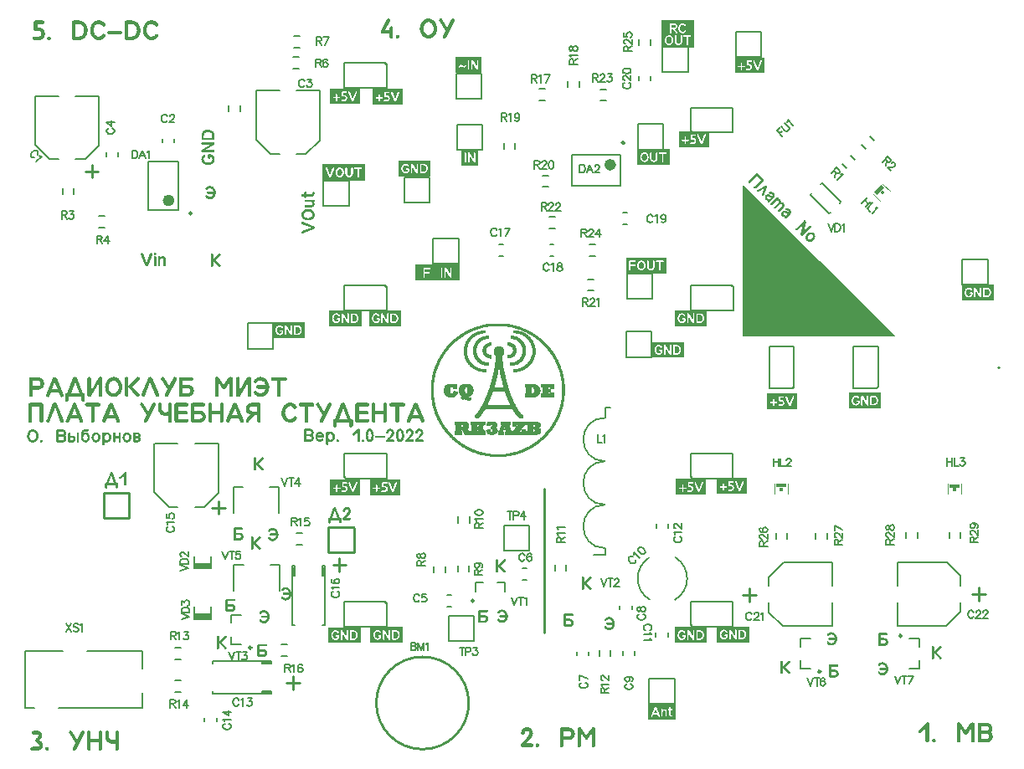
<source format=gto>
G04*
G04 #@! TF.GenerationSoftware,Altium Limited,Altium Designer,22.6.1 (34)*
G04*
G04 Layer_Color=65535*
%FSLAX44Y44*%
%MOMM*%
G71*
G04*
G04 #@! TF.SameCoordinates,B2E29BDE-533A-453F-A1E7-46E19EE0E789*
G04*
G04*
G04 #@! TF.FilePolarity,Positive*
G04*
G01*
G75*
%ADD10C,0.2500*%
%ADD11C,0.6000*%
%ADD12C,0.2000*%
%ADD13C,0.1000*%
%ADD14C,0.2540*%
%ADD15C,0.1500*%
%ADD16C,0.0254*%
%ADD17R,1.6500X0.5500*%
%ADD18R,1.0750X0.3750*%
%ADD19R,0.3000X0.3500*%
G04:AMPARAMS|DCode=20|XSize=0.375mm|YSize=1.075mm|CornerRadius=0mm|HoleSize=0mm|Usage=FLASHONLY|Rotation=315.000|XOffset=0mm|YOffset=0mm|HoleType=Round|Shape=Rectangle|*
%AMROTATEDRECTD20*
4,1,4,-0.5127,-0.2475,0.2475,0.5127,0.5127,0.2475,-0.2475,-0.5127,-0.5127,-0.2475,0.0*
%
%ADD20ROTATEDRECTD20*%

G04:AMPARAMS|DCode=21|XSize=0.35mm|YSize=0.3mm|CornerRadius=0mm|HoleSize=0mm|Usage=FLASHONLY|Rotation=315.000|XOffset=0mm|YOffset=0mm|HoleType=Round|Shape=Rectangle|*
%AMROTATEDRECTD21*
4,1,4,-0.2298,0.0177,-0.0177,0.2298,0.2298,-0.0177,0.0177,-0.2298,-0.2298,0.0177,0.0*
%
%ADD21ROTATEDRECTD21*%

G36*
X886046Y430977D02*
X731622D01*
Y584122D01*
X886046Y430977D01*
D02*
G37*
G36*
X786397Y357551D02*
X756053D01*
Y373558D01*
X786397D01*
Y357551D01*
D02*
G37*
G36*
X345976Y441422D02*
X313293D01*
Y457429D01*
X345976D01*
Y441422D01*
D02*
G37*
G36*
X415959Y592823D02*
X383276D01*
Y608830D01*
X415959D01*
Y592823D01*
D02*
G37*
G36*
X344353Y665994D02*
X314008D01*
Y682001D01*
X344353D01*
Y665994D01*
D02*
G37*
G36*
X738011Y121364D02*
X705328D01*
Y137372D01*
X738011D01*
Y121364D01*
D02*
G37*
G36*
X694435Y270737D02*
X664090D01*
Y286744D01*
X694435D01*
Y270737D01*
D02*
G37*
G36*
X445466Y487452D02*
X400315D01*
Y503445D01*
X445466D01*
Y487452D01*
D02*
G37*
G36*
X654500Y494871D02*
X613592D01*
Y510864D01*
X654500D01*
Y494871D01*
D02*
G37*
G36*
X384975Y270560D02*
X354630D01*
Y286567D01*
X384975D01*
Y270560D01*
D02*
G37*
G36*
X695324Y120812D02*
X662641D01*
Y136819D01*
X695324D01*
Y120812D01*
D02*
G37*
G36*
X778549Y102904D02*
X778660Y102885D01*
X778790Y102830D01*
X778938Y102774D01*
X779086Y102682D01*
X779216Y102570D01*
X779234Y102552D01*
X779271Y102515D01*
X779327Y102441D01*
X779401Y102330D01*
X779475Y102200D01*
X779531Y102070D01*
X779568Y101904D01*
X779586Y101719D01*
Y101700D01*
Y101645D01*
X779568Y101533D01*
X779549Y101422D01*
X779494Y101293D01*
X779438Y101145D01*
X779345Y100997D01*
X779234Y100867D01*
X774753Y96330D01*
X779271Y91442D01*
X779290Y91423D01*
X779327Y91386D01*
X779364Y91312D01*
X779438Y91201D01*
X779494Y91090D01*
X779531Y90942D01*
X779568Y90794D01*
X779586Y90627D01*
Y90609D01*
Y90553D01*
X779568Y90442D01*
X779549Y90331D01*
X779494Y90201D01*
X779438Y90053D01*
X779345Y89905D01*
X779216Y89775D01*
X779197Y89757D01*
X779160Y89720D01*
X779086Y89664D01*
X778975Y89609D01*
X778846Y89535D01*
X778716Y89479D01*
X778549Y89442D01*
X778364Y89424D01*
X778272D01*
X778179Y89442D01*
X778049Y89479D01*
X777901Y89516D01*
X777753Y89590D01*
X777605Y89683D01*
X777457Y89812D01*
X772272Y95553D01*
X772254Y95571D01*
X772217Y95608D01*
X772180Y95682D01*
X772124Y95775D01*
X772050Y95904D01*
X772013Y96034D01*
Y96710D01*
X772031Y96775D01*
X772105Y96923D01*
X772180Y97071D01*
X772291Y97201D01*
X777475Y102552D01*
X777494Y102570D01*
X777549Y102607D01*
X777624Y102663D01*
X777735Y102737D01*
X777864Y102811D01*
X778012Y102867D01*
X778179Y102904D01*
X778364Y102922D01*
X778457D01*
X778549Y102904D01*
D02*
G37*
G36*
X770957D02*
X771050Y102885D01*
X771180Y102848D01*
X771309Y102793D01*
X771458Y102718D01*
X771587Y102626D01*
X771606Y102607D01*
X771661Y102552D01*
X771717Y102478D01*
X771809Y102367D01*
X771883Y102237D01*
X771939Y102089D01*
X771994Y101904D01*
X772013Y101719D01*
Y96710D01*
X771994Y96645D01*
X771976Y96534D01*
X771957Y96441D01*
Y96386D01*
Y96367D01*
X771976Y96201D01*
X772013Y96034D01*
Y90627D01*
Y90609D01*
Y90535D01*
X771994Y90442D01*
X771957Y90312D01*
X771920Y90164D01*
X771846Y90016D01*
X771735Y89868D01*
X771606Y89720D01*
X771587Y89701D01*
X771550Y89683D01*
X771476Y89627D01*
X771365Y89572D01*
X771254Y89516D01*
X771106Y89479D01*
X770957Y89442D01*
X770791Y89424D01*
X770717D01*
X770624Y89442D01*
X770495Y89479D01*
X770365Y89516D01*
X770217Y89572D01*
X770050Y89664D01*
X769902Y89794D01*
X769884Y89812D01*
X769846Y89850D01*
X769791Y89905D01*
X769735Y89998D01*
X769680Y90127D01*
X769624Y90257D01*
X769587Y90423D01*
X769569Y90627D01*
Y101719D01*
Y101737D01*
Y101811D01*
X769587Y101922D01*
X769624Y102033D01*
X769661Y102182D01*
X769735Y102330D01*
X769846Y102478D01*
X769976Y102626D01*
X769995Y102644D01*
X770032Y102682D01*
X770106Y102718D01*
X770217Y102774D01*
X770328Y102830D01*
X770476Y102885D01*
X770624Y102904D01*
X770791Y102922D01*
X770865D01*
X770957Y102904D01*
D02*
G37*
G36*
X288648Y429276D02*
X255965D01*
Y445284D01*
X288648D01*
Y429276D01*
D02*
G37*
G36*
X387475Y665716D02*
X357130D01*
Y681723D01*
X387475D01*
Y665716D01*
D02*
G37*
G36*
X871373Y358154D02*
X838691D01*
Y374161D01*
X871373D01*
Y358154D01*
D02*
G37*
G36*
X349574Y588912D02*
X306779D01*
Y605036D01*
X349574D01*
Y588912D01*
D02*
G37*
G36*
X387734Y120933D02*
X355052D01*
Y136940D01*
X387734D01*
Y120933D01*
D02*
G37*
G36*
X697205Y622601D02*
X666860D01*
Y638608D01*
X697205D01*
Y622601D01*
D02*
G37*
G36*
X672056Y409443D02*
X639374D01*
Y425450D01*
X672056D01*
Y409443D01*
D02*
G37*
G36*
X345131Y120748D02*
X312448D01*
Y136755D01*
X345131D01*
Y120748D01*
D02*
G37*
G36*
X695396Y441412D02*
X662713D01*
Y457420D01*
X695396D01*
Y441412D01*
D02*
G37*
G36*
X735654Y271628D02*
X705309D01*
Y287635D01*
X735654D01*
Y271628D01*
D02*
G37*
G36*
X344689Y270560D02*
X314344D01*
Y286567D01*
X344689D01*
Y270560D01*
D02*
G37*
G36*
X657539Y604444D02*
X624824D01*
Y620436D01*
X657539D01*
Y604444D01*
D02*
G37*
G36*
X985614Y467475D02*
X952932D01*
Y483482D01*
X985614D01*
Y467475D01*
D02*
G37*
G36*
X753784Y697351D02*
X723439D01*
Y713358D01*
X753784D01*
Y697351D01*
D02*
G37*
G36*
X663536Y43145D02*
X635956D01*
Y59324D01*
X663536D01*
Y43145D01*
D02*
G37*
G36*
X682403Y737728D02*
Y722785D01*
X649688D01*
Y737728D01*
Y750734D01*
X682403D01*
Y737728D01*
D02*
G37*
G36*
X386223Y441422D02*
X353541D01*
Y457429D01*
X386223D01*
Y441422D01*
D02*
G37*
G36*
X467268Y697721D02*
X441256D01*
Y713713D01*
X467268D01*
Y697721D01*
D02*
G37*
G36*
X464137Y604096D02*
X447320D01*
Y620089D01*
X464137D01*
Y604096D01*
D02*
G37*
G36*
X289395Y577369D02*
X289562Y577332D01*
X289765Y577240D01*
X289969Y577110D01*
X290061Y577018D01*
X290135Y576907D01*
X290210Y576777D01*
X290247Y576610D01*
X290284Y576444D01*
X290302Y576240D01*
Y574796D01*
X295783D01*
X295802D01*
X295857D01*
X295913Y574814D01*
X296005Y574851D01*
X296079Y574907D01*
X296172Y574999D01*
X296227Y575111D01*
X296264Y575277D01*
Y575388D01*
X296283Y575499D01*
Y575647D01*
X296302Y575833D01*
Y576036D01*
X296320Y576481D01*
Y576518D01*
X296357Y576610D01*
X296413Y576758D01*
X296505Y576925D01*
X296653Y577073D01*
X296838Y577221D01*
X297079Y577314D01*
X297209Y577351D01*
X297376D01*
X297394D01*
X297431D01*
X297468D01*
X297542Y577332D01*
X297727Y577295D01*
X297913Y577221D01*
X298116Y577073D01*
X298209Y576999D01*
X298301Y576888D01*
X298375Y576758D01*
X298412Y576610D01*
X298449Y576444D01*
X298468Y576240D01*
Y575166D01*
X298449Y575092D01*
X298431Y574888D01*
X298375Y574629D01*
X298283Y574333D01*
X298135Y573999D01*
X297950Y573685D01*
X297690Y573370D01*
X297672D01*
X297653Y573333D01*
X297542Y573240D01*
X297376Y573129D01*
X297153Y572981D01*
X296876Y572833D01*
X296542Y572722D01*
X296190Y572629D01*
X295783Y572592D01*
X290302D01*
Y572370D01*
X290284Y572222D01*
X290265Y571907D01*
X290247Y571759D01*
X290228Y571629D01*
X290210Y571592D01*
X290173Y571518D01*
X290117Y571426D01*
X290024Y571296D01*
X289895Y571166D01*
X289710Y571074D01*
X289487Y571000D01*
X289228Y570963D01*
X289210D01*
X289191D01*
X289099Y570981D01*
X288969Y571000D01*
X288802Y571055D01*
X288636Y571129D01*
X288469Y571259D01*
X288321Y571426D01*
X288210Y571666D01*
Y571685D01*
X288191Y571722D01*
Y571796D01*
X288173Y571889D01*
X288154Y572018D01*
Y572185D01*
X288136Y572370D01*
Y572592D01*
X286192D01*
X286173D01*
X286136D01*
X286099D01*
X286025Y572611D01*
X285840Y572648D01*
X285636Y572722D01*
X285451Y572851D01*
X285358Y572944D01*
X285266Y573055D01*
X285192Y573185D01*
X285155Y573333D01*
X285117Y573499D01*
X285099Y573685D01*
Y573796D01*
X285117Y573851D01*
X285155Y574036D01*
X285229Y574240D01*
X285358Y574444D01*
X285451Y574536D01*
X285562Y574629D01*
X285692Y574685D01*
X285821Y574740D01*
X286006Y574777D01*
X286192Y574796D01*
X288136D01*
Y576351D01*
X288154Y576425D01*
X288191Y576610D01*
X288265Y576814D01*
X288395Y577018D01*
X288488Y577129D01*
X288599Y577203D01*
X288728Y577277D01*
X288858Y577332D01*
X289043Y577369D01*
X289228Y577388D01*
X289247D01*
X289265D01*
X289321D01*
X289395Y577369D01*
D02*
G37*
G36*
X297690Y569389D02*
X297875Y569352D01*
X298079Y569278D01*
X298301Y569148D01*
X298394Y569055D01*
X298468Y568944D01*
X298542Y568815D01*
X298598Y568685D01*
X298635Y568500D01*
X298653Y568315D01*
Y568204D01*
X298635Y568148D01*
X298598Y567963D01*
X298542Y567759D01*
X298431Y567556D01*
X298264Y567370D01*
X298172Y567315D01*
X298042Y567259D01*
X297913Y567222D01*
X297746Y567204D01*
X297783Y567167D01*
X297875Y567074D01*
X298005Y566908D01*
X298153Y566685D01*
X298301Y566389D01*
X298431Y566019D01*
X298524Y565593D01*
X298542Y565371D01*
X298561Y565112D01*
Y564963D01*
X298542Y564871D01*
X298524Y564741D01*
X298505Y564593D01*
X298449Y564241D01*
X298338Y563852D01*
X298172Y563464D01*
X298061Y563260D01*
X297931Y563056D01*
X297801Y562871D01*
X297635Y562686D01*
X297616Y562667D01*
X297598Y562649D01*
X297542Y562612D01*
X297468Y562538D01*
X297376Y562482D01*
X297264Y562408D01*
X296987Y562241D01*
X296635Y562075D01*
X296227Y561927D01*
X295765Y561815D01*
X295505Y561797D01*
X295228Y561778D01*
X289395D01*
X289376D01*
X289339D01*
X289302D01*
X289228Y561797D01*
X289043Y561834D01*
X288839Y561927D01*
X288654Y562056D01*
X288562Y562149D01*
X288469Y562241D01*
X288395Y562371D01*
X288358Y562519D01*
X288321Y562686D01*
X288302Y562890D01*
Y562982D01*
X288321Y563056D01*
X288358Y563241D01*
X288432Y563445D01*
X288562Y563630D01*
X288654Y563723D01*
X288765Y563815D01*
X288895Y563889D01*
X289025Y563926D01*
X289210Y563964D01*
X289395Y563982D01*
X295228D01*
X295246D01*
X295302D01*
X295413Y564001D01*
X295524Y564019D01*
X295653Y564075D01*
X295802Y564130D01*
X295950Y564223D01*
X296098Y564334D01*
X296116Y564352D01*
X296153Y564389D01*
X296209Y564482D01*
X296264Y564575D01*
X296339Y564704D01*
X296394Y564852D01*
X296431Y565019D01*
X296450Y565204D01*
Y565241D01*
X296431Y565297D01*
Y565371D01*
X296376Y565574D01*
X296246Y565815D01*
X296172Y565963D01*
X296061Y566130D01*
X295950Y566297D01*
X295802Y566463D01*
X295616Y566648D01*
X295413Y566833D01*
X295172Y567019D01*
X294894Y567204D01*
X289395D01*
X289376D01*
X289339D01*
X289302D01*
X289228Y567222D01*
X289043Y567259D01*
X288839Y567352D01*
X288654Y567482D01*
X288562Y567574D01*
X288469Y567667D01*
X288395Y567796D01*
X288358Y567944D01*
X288321Y568111D01*
X288302Y568315D01*
Y568407D01*
X288321Y568481D01*
X288358Y568667D01*
X288432Y568870D01*
X288562Y569055D01*
X288654Y569148D01*
X288765Y569241D01*
X288895Y569315D01*
X289025Y569352D01*
X289210Y569389D01*
X289395Y569407D01*
X297524D01*
X297542D01*
X297579D01*
X297635D01*
X297690Y569389D01*
D02*
G37*
G36*
X292246Y559945D02*
X292432D01*
X292654Y559908D01*
X292913Y559890D01*
X293209Y559834D01*
X293524Y559779D01*
X293876Y559686D01*
X294246Y559594D01*
X294635Y559464D01*
X295024Y559316D01*
X295413Y559131D01*
X295802Y558927D01*
X296190Y558686D01*
X296579Y558409D01*
X296598Y558390D01*
X296672Y558334D01*
X296783Y558242D01*
X296913Y558112D01*
X297079Y557946D01*
X297264Y557742D01*
X297450Y557501D01*
X297653Y557242D01*
X297857Y556946D01*
X298042Y556631D01*
X298227Y556279D01*
X298394Y555909D01*
X298524Y555501D01*
X298635Y555075D01*
X298709Y554631D01*
X298727Y554150D01*
Y554039D01*
X298709Y553909D01*
X298690Y553724D01*
X298653Y553502D01*
X298616Y553242D01*
X298542Y552965D01*
X298449Y552650D01*
X298338Y552317D01*
X298209Y551983D01*
X298024Y551631D01*
X297820Y551261D01*
X297579Y550909D01*
X297283Y550557D01*
X296950Y550224D01*
X296579Y549891D01*
X296561Y549872D01*
X296487Y549817D01*
X296376Y549743D01*
X296227Y549650D01*
X296042Y549539D01*
X295802Y549391D01*
X295542Y549261D01*
X295246Y549113D01*
X294931Y548965D01*
X294580Y548835D01*
X294209Y548706D01*
X293802Y548576D01*
X293376Y548484D01*
X292931Y548410D01*
X292469Y548354D01*
X291987Y548335D01*
X291950D01*
X291876D01*
X291728Y548354D01*
X291543D01*
X291321Y548391D01*
X291061Y548410D01*
X290765Y548465D01*
X290432Y548539D01*
X290080Y548613D01*
X289710Y548724D01*
X289339Y548835D01*
X288951Y548983D01*
X288562Y549169D01*
X288154Y549372D01*
X287765Y549613D01*
X287395Y549891D01*
X287377Y549909D01*
X287302Y549965D01*
X287191Y550057D01*
X287062Y550187D01*
X286895Y550354D01*
X286710Y550557D01*
X286506Y550798D01*
X286303Y551057D01*
X286117Y551354D01*
X285914Y551668D01*
X285729Y552020D01*
X285562Y552391D01*
X285432Y552798D01*
X285321Y553224D01*
X285247Y553687D01*
X285229Y554150D01*
Y554261D01*
X285247Y554390D01*
X285266Y554576D01*
X285303Y554798D01*
X285340Y555057D01*
X285414Y555335D01*
X285506Y555649D01*
X285618Y555964D01*
X285766Y556316D01*
X285932Y556668D01*
X286136Y557020D01*
X286395Y557390D01*
X286673Y557742D01*
X287006Y558075D01*
X287395Y558409D01*
X287414Y558427D01*
X287488Y558483D01*
X287599Y558557D01*
X287747Y558649D01*
X287932Y558779D01*
X288173Y558908D01*
X288432Y559038D01*
X288710Y559186D01*
X289043Y559334D01*
X289395Y559464D01*
X289765Y559612D01*
X290173Y559723D01*
X290599Y559816D01*
X291043Y559890D01*
X291506Y559945D01*
X291987Y559964D01*
X292024D01*
X292098D01*
X292246Y559945D01*
D02*
G37*
G36*
X286469Y547021D02*
X286543Y547002D01*
X286654Y546984D01*
X286803Y546928D01*
X287006Y546854D01*
X287247Y546780D01*
X287562Y546669D01*
X287951Y546521D01*
X288173Y546447D01*
X288414Y546354D01*
X288673Y546262D01*
X288932Y546151D01*
X289247Y546039D01*
X289562Y545910D01*
X289913Y545780D01*
X290284Y545632D01*
X290672Y545465D01*
X291080Y545299D01*
X291524Y545114D01*
X292006Y544928D01*
X292043Y544910D01*
X292135Y544873D01*
X292302Y544799D01*
X292524Y544706D01*
X292783Y544595D01*
X293117Y544465D01*
X293487Y544317D01*
X293894Y544151D01*
X294339Y543965D01*
X294802Y543762D01*
X295320Y543558D01*
X295839Y543336D01*
X296394Y543114D01*
X296950Y542873D01*
X298116Y542392D01*
X298135Y542373D01*
X298209Y542336D01*
X298301Y542243D01*
X298412Y542114D01*
X298542Y541910D01*
X298635Y541651D01*
X298672Y541503D01*
X298709Y541318D01*
X298727Y541133D01*
Y540855D01*
X298709Y540799D01*
X298690Y540725D01*
X298616Y540503D01*
X298561Y540373D01*
X298486Y540244D01*
X298468Y540225D01*
X298449Y540188D01*
X298394Y540114D01*
X298338Y540059D01*
X298190Y539892D01*
X298116Y539836D01*
X298042Y539799D01*
X298005Y539781D01*
X297913Y539744D01*
X297746Y539670D01*
X297524Y539577D01*
X297246Y539466D01*
X296913Y539336D01*
X296542Y539188D01*
X296135Y539022D01*
X295690Y538836D01*
X295228Y538633D01*
X294728Y538429D01*
X294209Y538207D01*
X293117Y537762D01*
X292006Y537300D01*
X291987D01*
X291950Y537281D01*
X291876Y537244D01*
X291784Y537207D01*
X291672Y537170D01*
X291524Y537114D01*
X291376Y537040D01*
X291191Y536966D01*
X290802Y536818D01*
X290339Y536633D01*
X289858Y536448D01*
X289358Y536244D01*
X288858Y536040D01*
X288358Y535855D01*
X287895Y535670D01*
X287451Y535522D01*
X287080Y535392D01*
X286914Y535337D01*
X286765Y535281D01*
X286636Y535244D01*
X286525Y535207D01*
X286451Y535189D01*
X286395D01*
X286377D01*
X286321D01*
X286229Y535207D01*
X286117Y535244D01*
X285988Y535281D01*
X285840Y535337D01*
X285692Y535429D01*
X285562Y535559D01*
X285543Y535578D01*
X285506Y535633D01*
X285451Y535707D01*
X285377Y535818D01*
X285321Y535948D01*
X285266Y536096D01*
X285229Y536263D01*
X285210Y536448D01*
Y536485D01*
X285229Y536577D01*
X285247Y536707D01*
X285303Y536874D01*
X285395Y537059D01*
X285525Y537244D01*
X285710Y537411D01*
X285969Y537540D01*
X295135Y541114D01*
X285969Y544688D01*
X285932Y544706D01*
X285858Y544743D01*
X285729Y544836D01*
X285581Y544947D01*
X285451Y545095D01*
X285321Y545280D01*
X285247Y545502D01*
X285210Y545780D01*
Y545873D01*
X285229Y545965D01*
X285247Y546076D01*
X285303Y546206D01*
X285358Y546354D01*
X285451Y546502D01*
X285562Y546650D01*
X285581Y546669D01*
X285618Y546706D01*
X285692Y546780D01*
X285803Y546854D01*
X285914Y546910D01*
X286062Y546984D01*
X286229Y547021D01*
X286395Y547039D01*
X286432D01*
X286469Y547021D01*
D02*
G37*
G36*
X137572Y515550D02*
X137757Y515512D01*
X137961Y515438D01*
X138146Y515309D01*
X138239Y515216D01*
X138331Y515105D01*
X138406Y514975D01*
X138442Y514846D01*
X138479Y514661D01*
X138498Y514476D01*
Y514327D01*
Y514309D01*
Y514272D01*
Y514235D01*
X138479Y514161D01*
X138442Y513976D01*
X138368Y513790D01*
X138239Y513587D01*
X138146Y513494D01*
X138035Y513401D01*
X137906Y513327D01*
X137776Y513290D01*
X137591Y513253D01*
X137406Y513235D01*
X137313D01*
X137239Y513253D01*
X137054Y513290D01*
X136869Y513364D01*
X136665Y513494D01*
X136572Y513587D01*
X136480Y513698D01*
X136406Y513827D01*
X136369Y513976D01*
X136332Y514142D01*
X136313Y514327D01*
Y514476D01*
Y514494D01*
Y514531D01*
Y514568D01*
X136332Y514642D01*
X136369Y514827D01*
X136443Y515031D01*
X136572Y515216D01*
X136665Y515309D01*
X136776Y515401D01*
X136906Y515475D01*
X137054Y515512D01*
X137220Y515550D01*
X137406Y515568D01*
X137498D01*
X137572Y515550D01*
D02*
G37*
G36*
X133684Y515438D02*
X133795Y515420D01*
X133924Y515364D01*
X134073Y515309D01*
X134221Y515216D01*
X134369Y515105D01*
X134387Y515087D01*
X134424Y515050D01*
X134499Y514975D01*
X134572Y514864D01*
X134628Y514753D01*
X134702Y514605D01*
X134739Y514439D01*
X134758Y514272D01*
Y514235D01*
X134739Y514198D01*
X134721Y514124D01*
X134702Y514013D01*
X134647Y513865D01*
X134572Y513661D01*
X134499Y513420D01*
X134387Y513105D01*
X134239Y512716D01*
X134165Y512494D01*
X134073Y512253D01*
X133980Y511994D01*
X133869Y511735D01*
X133758Y511420D01*
X133628Y511105D01*
X133499Y510754D01*
X133350Y510383D01*
X133184Y509995D01*
X133017Y509587D01*
X132832Y509143D01*
X132647Y508661D01*
X132628Y508624D01*
X132591Y508532D01*
X132517Y508365D01*
X132425Y508143D01*
X132313Y507884D01*
X132184Y507550D01*
X132036Y507180D01*
X131869Y506773D01*
X131684Y506328D01*
X131480Y505865D01*
X131277Y505347D01*
X131054Y504828D01*
X130832Y504273D01*
X130591Y503717D01*
X130110Y502551D01*
X130091Y502532D01*
X130055Y502458D01*
X129962Y502366D01*
X129832Y502254D01*
X129629Y502125D01*
X129369Y502032D01*
X129221Y501995D01*
X129036Y501958D01*
X128851Y501940D01*
X128573D01*
X128518Y501958D01*
X128443Y501977D01*
X128221Y502051D01*
X128092Y502106D01*
X127962Y502180D01*
X127944Y502199D01*
X127907Y502217D01*
X127832Y502273D01*
X127777Y502329D01*
X127610Y502477D01*
X127555Y502551D01*
X127518Y502625D01*
X127499Y502662D01*
X127462Y502755D01*
X127388Y502921D01*
X127296Y503143D01*
X127184Y503421D01*
X127055Y503754D01*
X126907Y504125D01*
X126740Y504532D01*
X126555Y504977D01*
X126351Y505439D01*
X126147Y505939D01*
X125925Y506458D01*
X125481Y507550D01*
X125018Y508661D01*
Y508680D01*
X124999Y508717D01*
X124962Y508791D01*
X124925Y508884D01*
X124888Y508995D01*
X124833Y509143D01*
X124759Y509291D01*
X124685Y509476D01*
X124537Y509865D01*
X124351Y510328D01*
X124166Y510809D01*
X123962Y511309D01*
X123759Y511809D01*
X123574Y512309D01*
X123389Y512772D01*
X123240Y513216D01*
X123111Y513587D01*
X123055Y513753D01*
X123000Y513901D01*
X122963Y514031D01*
X122926Y514142D01*
X122907Y514216D01*
Y514272D01*
Y514290D01*
Y514346D01*
X122926Y514439D01*
X122963Y514550D01*
X123000Y514679D01*
X123055Y514827D01*
X123148Y514975D01*
X123277Y515105D01*
X123296Y515124D01*
X123351Y515161D01*
X123426Y515216D01*
X123537Y515290D01*
X123666Y515346D01*
X123814Y515401D01*
X123981Y515438D01*
X124166Y515457D01*
X124203D01*
X124296Y515438D01*
X124425Y515420D01*
X124592Y515364D01*
X124777Y515272D01*
X124962Y515142D01*
X125129Y514957D01*
X125259Y514698D01*
X128832Y505532D01*
X132406Y514698D01*
X132425Y514735D01*
X132462Y514809D01*
X132554Y514938D01*
X132665Y515087D01*
X132814Y515216D01*
X132999Y515346D01*
X133221Y515420D01*
X133499Y515457D01*
X133591D01*
X133684Y515438D01*
D02*
G37*
G36*
X141646Y512383D02*
X141757Y512365D01*
X141868Y512328D01*
X141998Y512253D01*
X142109Y512179D01*
X142238Y512068D01*
X142257Y512050D01*
X142294Y512013D01*
X142350Y511939D01*
X142405Y511865D01*
X142516Y511661D01*
X142553Y511550D01*
X142572Y511439D01*
X142590Y511457D01*
X142609Y511476D01*
X142720Y511568D01*
X142905Y511716D01*
X143146Y511865D01*
X143442Y512013D01*
X143794Y512161D01*
X144201Y512253D01*
X144423Y512290D01*
X144794D01*
X144886Y512272D01*
X145016D01*
X145146Y512253D01*
X145460Y512179D01*
X145831Y512087D01*
X146220Y511939D01*
X146608Y511735D01*
X146793Y511605D01*
X146979Y511457D01*
X146997Y511439D01*
X147016Y511420D01*
X147071Y511365D01*
X147145Y511291D01*
X147219Y511198D01*
X147312Y511087D01*
X147404Y510957D01*
X147497Y510791D01*
X147682Y510439D01*
X147849Y510013D01*
X147978Y509513D01*
X147997Y509254D01*
X148016Y508958D01*
Y503143D01*
Y503125D01*
Y503088D01*
Y503051D01*
X147997Y502977D01*
X147960Y502791D01*
X147886Y502606D01*
X147756Y502403D01*
X147664Y502310D01*
X147553Y502217D01*
X147423Y502143D01*
X147293Y502106D01*
X147108Y502069D01*
X146923Y502051D01*
X146812D01*
X146756Y502069D01*
X146571Y502106D01*
X146368Y502180D01*
X146164Y502310D01*
X146071Y502403D01*
X145979Y502514D01*
X145923Y502643D01*
X145868Y502791D01*
X145831Y502958D01*
X145812Y503143D01*
Y508958D01*
Y508976D01*
Y509050D01*
X145794Y509143D01*
X145775Y509254D01*
X145719Y509402D01*
X145664Y509550D01*
X145571Y509698D01*
X145442Y509828D01*
X145423Y509846D01*
X145386Y509883D01*
X145294Y509939D01*
X145201Y510013D01*
X145071Y510069D01*
X144923Y510124D01*
X144757Y510161D01*
X144590Y510180D01*
X144386D01*
X144201Y510198D01*
X144035Y510235D01*
X144016D01*
X143997Y510198D01*
X143886Y510106D01*
X143720Y509939D01*
X143516Y509754D01*
X143275Y509513D01*
X143035Y509235D01*
X142794Y508958D01*
X142590Y508661D01*
Y503143D01*
Y503125D01*
Y503088D01*
Y503051D01*
X142572Y502977D01*
X142535Y502791D01*
X142461Y502606D01*
X142331Y502403D01*
X142238Y502310D01*
X142127Y502217D01*
X141998Y502143D01*
X141868Y502106D01*
X141683Y502069D01*
X141498Y502051D01*
X141387D01*
X141331Y502069D01*
X141146Y502106D01*
X140942Y502180D01*
X140739Y502310D01*
X140646Y502403D01*
X140553Y502514D01*
X140498Y502643D01*
X140442Y502791D01*
X140405Y502958D01*
X140387Y503143D01*
Y511272D01*
Y511291D01*
Y511328D01*
Y511383D01*
X140405Y511457D01*
X140442Y511624D01*
X140535Y511846D01*
X140665Y512050D01*
X140757Y512142D01*
X140850Y512235D01*
X140979Y512290D01*
X141127Y512346D01*
X141294Y512383D01*
X141498Y512402D01*
X141572D01*
X141646Y512383D01*
D02*
G37*
G36*
X137572Y512346D02*
X137757Y512309D01*
X137961Y512235D01*
X138146Y512105D01*
X138239Y512013D01*
X138331Y511902D01*
X138406Y511772D01*
X138442Y511642D01*
X138479Y511457D01*
X138498Y511272D01*
Y503143D01*
Y503125D01*
Y503088D01*
Y503051D01*
X138479Y502977D01*
X138442Y502791D01*
X138368Y502606D01*
X138239Y502403D01*
X138146Y502310D01*
X138035Y502217D01*
X137906Y502143D01*
X137776Y502106D01*
X137591Y502069D01*
X137406Y502051D01*
X137313D01*
X137239Y502069D01*
X137054Y502106D01*
X136869Y502180D01*
X136665Y502310D01*
X136572Y502403D01*
X136480Y502514D01*
X136406Y502643D01*
X136369Y502791D01*
X136332Y502958D01*
X136313Y503143D01*
Y511272D01*
Y511291D01*
Y511328D01*
Y511365D01*
X136332Y511439D01*
X136369Y511624D01*
X136443Y511828D01*
X136572Y512013D01*
X136665Y512105D01*
X136776Y512198D01*
X136906Y512272D01*
X137054Y512309D01*
X137220Y512346D01*
X137406Y512365D01*
X137498D01*
X137572Y512346D01*
D02*
G37*
G36*
X202731Y514904D02*
X202842Y514886D01*
X202971Y514830D01*
X203119Y514775D01*
X203267Y514682D01*
X203397Y514571D01*
X203416Y514552D01*
X203453Y514515D01*
X203508Y514441D01*
X203582Y514330D01*
X203656Y514201D01*
X203712Y514071D01*
X203749Y513904D01*
X203767Y513719D01*
Y513700D01*
Y513645D01*
X203749Y513534D01*
X203730Y513423D01*
X203675Y513293D01*
X203619Y513145D01*
X203527Y512997D01*
X203416Y512867D01*
X198935Y508331D01*
X203453Y503442D01*
X203471Y503424D01*
X203508Y503387D01*
X203545Y503313D01*
X203619Y503202D01*
X203675Y503091D01*
X203712Y502942D01*
X203749Y502794D01*
X203767Y502628D01*
Y502609D01*
Y502554D01*
X203749Y502443D01*
X203730Y502331D01*
X203675Y502202D01*
X203619Y502054D01*
X203527Y501906D01*
X203397Y501776D01*
X203379Y501757D01*
X203342Y501720D01*
X203267Y501665D01*
X203156Y501609D01*
X203027Y501535D01*
X202897Y501480D01*
X202731Y501443D01*
X202545Y501424D01*
X202453D01*
X202360Y501443D01*
X202231Y501480D01*
X202082Y501517D01*
X201934Y501591D01*
X201786Y501683D01*
X201638Y501813D01*
X196453Y507553D01*
X196435Y507572D01*
X196398Y507609D01*
X196361Y507683D01*
X196305Y507775D01*
X196231Y507905D01*
X196194Y508035D01*
Y508710D01*
X196213Y508775D01*
X196287Y508923D01*
X196361Y509071D01*
X196472Y509201D01*
X201656Y514552D01*
X201675Y514571D01*
X201731Y514608D01*
X201805Y514663D01*
X201916Y514738D01*
X202045Y514812D01*
X202194Y514867D01*
X202360Y514904D01*
X202545Y514923D01*
X202638D01*
X202731Y514904D01*
D02*
G37*
G36*
X195139D02*
X195231Y514886D01*
X195361Y514849D01*
X195490Y514793D01*
X195639Y514719D01*
X195768Y514626D01*
X195787Y514608D01*
X195842Y514552D01*
X195898Y514478D01*
X195991Y514367D01*
X196064Y514238D01*
X196120Y514089D01*
X196176Y513904D01*
X196194Y513719D01*
Y508710D01*
X196176Y508646D01*
X196157Y508534D01*
X196139Y508442D01*
Y508386D01*
Y508368D01*
X196157Y508201D01*
X196194Y508035D01*
Y502628D01*
Y502609D01*
Y502535D01*
X196176Y502443D01*
X196139Y502313D01*
X196102Y502165D01*
X196028Y502017D01*
X195916Y501868D01*
X195787Y501720D01*
X195768Y501702D01*
X195731Y501683D01*
X195657Y501628D01*
X195546Y501572D01*
X195435Y501517D01*
X195287Y501480D01*
X195139Y501443D01*
X194972Y501424D01*
X194898D01*
X194805Y501443D01*
X194676Y501480D01*
X194546Y501517D01*
X194398Y501572D01*
X194231Y501665D01*
X194083Y501794D01*
X194065Y501813D01*
X194028Y501850D01*
X193972Y501906D01*
X193917Y501998D01*
X193861Y502128D01*
X193806Y502257D01*
X193769Y502424D01*
X193750Y502628D01*
Y513719D01*
Y513738D01*
Y513812D01*
X193769Y513923D01*
X193806Y514034D01*
X193843Y514182D01*
X193917Y514330D01*
X194028Y514478D01*
X194157Y514626D01*
X194176Y514645D01*
X194213Y514682D01*
X194287Y514719D01*
X194398Y514775D01*
X194509Y514830D01*
X194657Y514886D01*
X194805Y514904D01*
X194972Y514923D01*
X195046D01*
X195139Y514904D01*
D02*
G37*
G36*
X190993Y640300D02*
X191160D01*
X191401Y640281D01*
X191660Y640244D01*
X191956Y640189D01*
X192271Y640133D01*
X192623Y640041D01*
X192975Y639948D01*
X193364Y639818D01*
X193734Y639670D01*
X194123Y639504D01*
X194512Y639300D01*
X194900Y639059D01*
X195271Y638800D01*
X195289Y638782D01*
X195364Y638726D01*
X195456Y638633D01*
X195604Y638504D01*
X195752Y638337D01*
X195938Y638134D01*
X196123Y637893D01*
X196326Y637634D01*
X196530Y637337D01*
X196715Y637023D01*
X196900Y636671D01*
X197048Y636300D01*
X197178Y635893D01*
X197289Y635467D01*
X197363Y635023D01*
X197382Y634560D01*
Y630782D01*
X197363Y630690D01*
X197345Y630579D01*
X197289Y630431D01*
X197234Y630301D01*
X197141Y630153D01*
X197030Y630005D01*
X197011Y629986D01*
X196956Y629949D01*
X196882Y629894D01*
X196789Y629819D01*
X196660Y629745D01*
X196511Y629690D01*
X196345Y629653D01*
X196178Y629634D01*
X185401D01*
X185383D01*
X185327D01*
X185235Y629653D01*
X185124Y629690D01*
X184994Y629727D01*
X184846Y629782D01*
X184698Y629875D01*
X184568Y630005D01*
X184550Y630023D01*
X184513Y630079D01*
X184457Y630153D01*
X184383Y630245D01*
X184309Y630375D01*
X184254Y630523D01*
X184216Y630690D01*
X184198Y630856D01*
Y634671D01*
X184216Y634819D01*
X184235Y634986D01*
X184254Y635208D01*
X184309Y635467D01*
X184365Y635745D01*
X184457Y636060D01*
X184568Y636393D01*
X184698Y636726D01*
X184865Y637078D01*
X185050Y637448D01*
X185290Y637800D01*
X185568Y638152D01*
X185883Y638485D01*
X186235Y638800D01*
X186253Y638819D01*
X186327Y638874D01*
X186420Y638948D01*
X186568Y639041D01*
X186753Y639152D01*
X186975Y639282D01*
X187216Y639411D01*
X187512Y639559D01*
X187827Y639707D01*
X188160Y639837D01*
X188531Y639967D01*
X188938Y640078D01*
X189346Y640170D01*
X189790Y640263D01*
X190253Y640300D01*
X190734Y640318D01*
X190771D01*
X190845D01*
X190993Y640300D01*
D02*
G37*
G36*
X196493Y627394D02*
X196604Y627375D01*
X196752Y627320D01*
X196882Y627264D01*
X197030Y627172D01*
X197178Y627042D01*
X197197Y627024D01*
X197234Y626987D01*
X197289Y626894D01*
X197345Y626801D01*
X197419Y626672D01*
X197474Y626524D01*
X197511Y626357D01*
X197530Y626190D01*
Y625746D01*
X197511Y625635D01*
X197456Y625450D01*
X197345Y625209D01*
X197326Y625190D01*
X197308Y625153D01*
X197271Y625098D01*
X197215Y625024D01*
X197067Y624857D01*
X196974Y624783D01*
X196882Y624728D01*
X188290Y619672D01*
X196326D01*
X196345D01*
X196382D01*
X196437D01*
X196511Y619654D01*
X196715Y619617D01*
X196919Y619524D01*
X197141Y619376D01*
X197252Y619284D01*
X197345Y619154D01*
X197419Y619024D01*
X197474Y618858D01*
X197511Y618672D01*
X197530Y618450D01*
Y618339D01*
X197511Y618265D01*
X197474Y618061D01*
X197382Y617839D01*
X197234Y617617D01*
X197141Y617506D01*
X197030Y617413D01*
X196882Y617339D01*
X196715Y617284D01*
X196530Y617247D01*
X196326Y617228D01*
X185235D01*
X185216D01*
X185161D01*
X185068Y617247D01*
X184957Y617265D01*
X184827Y617321D01*
X184679Y617376D01*
X184531Y617469D01*
X184402Y617580D01*
X184383Y617599D01*
X184346Y617654D01*
X184291Y617728D01*
X184216Y617821D01*
X184142Y617950D01*
X184087Y618098D01*
X184050Y618265D01*
X184031Y618450D01*
Y618876D01*
X184050Y618987D01*
X184124Y619154D01*
X184161Y619265D01*
X184235Y619395D01*
Y619413D01*
X184272Y619450D01*
X184309Y619524D01*
X184365Y619598D01*
X184531Y619765D01*
X184624Y619858D01*
X184716Y619913D01*
X193290Y624968D01*
X185235D01*
X185216D01*
X185179D01*
X185124D01*
X185050Y624987D01*
X184846Y625042D01*
X184624Y625116D01*
X184420Y625264D01*
X184309Y625357D01*
X184216Y625487D01*
X184142Y625616D01*
X184087Y625783D01*
X184050Y625968D01*
X184031Y626190D01*
Y626264D01*
X184050Y626357D01*
X184068Y626468D01*
X184105Y626598D01*
X184161Y626746D01*
X184235Y626894D01*
X184328Y627024D01*
X184346Y627042D01*
X184383Y627079D01*
X184476Y627153D01*
X184568Y627227D01*
X184698Y627283D01*
X184865Y627357D01*
X185031Y627394D01*
X185235Y627412D01*
X196326D01*
X196345D01*
X196400D01*
X196493Y627394D01*
D02*
G37*
G36*
X193123Y615395D02*
X193253D01*
X193438Y615358D01*
X193641Y615321D01*
X193864Y615284D01*
X194123Y615210D01*
X194382Y615117D01*
X194660Y615006D01*
X194938Y614877D01*
X195215Y614710D01*
X195512Y614525D01*
X195789Y614303D01*
X196067Y614062D01*
X196326Y613766D01*
X196345Y613747D01*
X196382Y613692D01*
X196437Y613618D01*
X196511Y613506D01*
X196604Y613358D01*
X196715Y613192D01*
X196808Y612988D01*
X196919Y612766D01*
X197048Y612525D01*
X197141Y612266D01*
X197252Y611969D01*
X197345Y611673D01*
X197419Y611358D01*
X197474Y611025D01*
X197511Y610673D01*
X197530Y610303D01*
Y610192D01*
X197511Y610044D01*
X197493Y609877D01*
X197456Y609655D01*
X197419Y609396D01*
X197345Y609099D01*
X197252Y608785D01*
X197141Y608451D01*
X197011Y608100D01*
X196826Y607748D01*
X196623Y607396D01*
X196382Y607026D01*
X196086Y606674D01*
X195752Y606340D01*
X195382Y606007D01*
X195364Y605989D01*
X195289Y605933D01*
X195178Y605859D01*
X195030Y605766D01*
X194845Y605637D01*
X194623Y605507D01*
X194364Y605359D01*
X194067Y605229D01*
X193734Y605081D01*
X193382Y604933D01*
X193012Y604804D01*
X192605Y604674D01*
X192179Y604581D01*
X191716Y604507D01*
X191253Y604452D01*
X190771Y604433D01*
X190734D01*
X190660D01*
X190512Y604452D01*
X190327D01*
X190105Y604489D01*
X189846Y604507D01*
X189549Y604563D01*
X189216Y604637D01*
X188883Y604711D01*
X188512Y604822D01*
X188123Y604933D01*
X187735Y605081D01*
X187346Y605266D01*
X186957Y605470D01*
X186568Y605711D01*
X186179Y605989D01*
X186161Y606007D01*
X186087Y606063D01*
X185975Y606155D01*
X185846Y606285D01*
X185679Y606452D01*
X185494Y606655D01*
X185290Y606896D01*
X185087Y607155D01*
X184902Y607452D01*
X184698Y607766D01*
X184513Y608118D01*
X184346Y608488D01*
X184216Y608896D01*
X184105Y609322D01*
X184031Y609785D01*
X184013Y610247D01*
Y610377D01*
X184031Y610525D01*
X184050Y610729D01*
X184087Y610970D01*
X184142Y611247D01*
X184216Y611562D01*
X184328Y611895D01*
X184457Y612247D01*
X184605Y612618D01*
X184809Y612988D01*
X185050Y613358D01*
X185327Y613710D01*
X185661Y614062D01*
X186050Y614395D01*
X186476Y614692D01*
X186494D01*
X186531Y614729D01*
X186587Y614747D01*
X186661Y614784D01*
X186864Y614840D01*
X187105Y614877D01*
X187124D01*
X187198D01*
X187290Y614858D01*
X187420Y614821D01*
X187549Y614784D01*
X187698Y614710D01*
X187846Y614617D01*
X187994Y614488D01*
X188012Y614469D01*
X188049Y614432D01*
X188105Y614340D01*
X188160Y614247D01*
X188216Y614117D01*
X188272Y613969D01*
X188309Y613803D01*
X188327Y613636D01*
Y613618D01*
X188309Y613543D01*
X188290Y613451D01*
X188253Y613321D01*
X188197Y613155D01*
X188086Y612988D01*
X187957Y612784D01*
X187772Y612599D01*
X187735Y612562D01*
X187642Y612488D01*
X187512Y612377D01*
X187346Y612229D01*
X186975Y611914D01*
X186790Y611766D01*
X186624Y611655D01*
Y611636D01*
X186587Y611562D01*
X186568Y611432D01*
X186531Y611284D01*
X186494Y611081D01*
X186476Y610840D01*
X186439Y610562D01*
Y610099D01*
X186457Y610007D01*
X186476Y609877D01*
X186513Y609729D01*
X186624Y609377D01*
X186698Y609192D01*
X186790Y608988D01*
X186901Y608785D01*
X187031Y608563D01*
X187198Y608359D01*
X187401Y608155D01*
X187605Y607951D01*
X187864Y607766D01*
X187883Y607748D01*
X187920Y607729D01*
X187994Y607692D01*
X188086Y607637D01*
X188216Y607563D01*
X188364Y607489D01*
X188531Y607414D01*
X188716Y607322D01*
X188920Y607248D01*
X189142Y607155D01*
X189642Y607026D01*
X190179Y606914D01*
X190475Y606896D01*
X190771Y606878D01*
X190790D01*
X190845D01*
X190919D01*
X191049Y606896D01*
X191179D01*
X191345Y606933D01*
X191530Y606951D01*
X191734Y606988D01*
X192197Y607100D01*
X192679Y607248D01*
X193179Y607470D01*
X193438Y607618D01*
X193678Y607766D01*
X193697Y607785D01*
X193734Y607803D01*
X193808Y607859D01*
X193901Y607951D01*
X194012Y608044D01*
X194123Y608155D01*
X194252Y608285D01*
X194382Y608451D01*
X194660Y608803D01*
X194882Y609229D01*
X194975Y609451D01*
X195049Y609692D01*
X195086Y609951D01*
X195104Y610229D01*
Y610322D01*
X195086Y610396D01*
X195067Y610581D01*
X195030Y610821D01*
X194956Y611099D01*
X194845Y611395D01*
X194697Y611710D01*
X194493Y612006D01*
Y612025D01*
X194456Y612044D01*
X194382Y612136D01*
X194252Y612266D01*
X194067Y612432D01*
X193845Y612599D01*
X193586Y612766D01*
X193308Y612895D01*
X193012Y612988D01*
X192975Y611784D01*
Y611766D01*
X192956Y611692D01*
Y611599D01*
X192919Y611470D01*
X192864Y611321D01*
X192790Y611173D01*
X192697Y611025D01*
X192568Y610877D01*
X192549Y610858D01*
X192512Y610840D01*
X192438Y610784D01*
X192327Y610729D01*
X192216Y610673D01*
X192086Y610636D01*
X191938Y610599D01*
X191771Y610581D01*
X191753D01*
X191697D01*
X191605Y610599D01*
X191493Y610618D01*
X191364Y610655D01*
X191234Y610710D01*
X191086Y610784D01*
X190956Y610877D01*
X190938Y610896D01*
X190901Y610951D01*
X190827Y611025D01*
X190753Y611136D01*
X190679Y611266D01*
X190605Y611432D01*
X190568Y611599D01*
X190549Y611803D01*
Y614284D01*
X190568Y614377D01*
X190586Y614488D01*
X190642Y614617D01*
X190697Y614766D01*
X190790Y614914D01*
X190919Y615043D01*
X190938Y615062D01*
X190975Y615099D01*
X191049Y615154D01*
X191160Y615228D01*
X191290Y615303D01*
X191419Y615358D01*
X191586Y615395D01*
X191771Y615414D01*
X192919D01*
X192938D01*
X193012D01*
X193123Y615395D01*
D02*
G37*
G36*
X192926Y583326D02*
X193112Y583307D01*
X193334Y583270D01*
X193593Y583233D01*
X193871Y583159D01*
X194186Y583085D01*
X194537Y582956D01*
X194889Y582826D01*
X195241Y582641D01*
X195611Y582437D01*
X195982Y582197D01*
X196352Y581900D01*
X196704Y581567D01*
X197037Y581197D01*
X197056Y581178D01*
X197111Y581104D01*
X197185Y580993D01*
X197296Y580845D01*
X197407Y580660D01*
X197556Y580419D01*
X197704Y580160D01*
X197852Y579863D01*
X198000Y579549D01*
X198148Y579197D01*
X198296Y578808D01*
X198407Y578401D01*
X198518Y577975D01*
X198592Y577530D01*
X198648Y577049D01*
X198667Y576567D01*
Y576530D01*
Y576456D01*
X198648Y576308D01*
Y576123D01*
X198611Y575901D01*
X198574Y575623D01*
X198537Y575327D01*
X198463Y574994D01*
X198370Y574642D01*
X198278Y574271D01*
X198130Y573882D01*
X197981Y573494D01*
X197796Y573086D01*
X197574Y572697D01*
X197333Y572309D01*
X197037Y571920D01*
X197019Y571901D01*
X196963Y571827D01*
X196852Y571735D01*
X196722Y571586D01*
X196556Y571438D01*
X196352Y571253D01*
X196111Y571068D01*
X195833Y570864D01*
X195537Y570661D01*
X195204Y570476D01*
X194834Y570290D01*
X194445Y570142D01*
X194037Y570013D01*
X193612Y569902D01*
X193149Y569827D01*
X192667Y569809D01*
X192538D01*
X192445Y569827D01*
X192315Y569846D01*
X192167Y569864D01*
X192001Y569883D01*
X191815Y569920D01*
X191408Y570031D01*
X190927Y570198D01*
X190667Y570290D01*
X190408Y570420D01*
X190149Y570550D01*
X189871Y570716D01*
X189853Y570735D01*
X189797Y570772D01*
X189723Y570827D01*
X189612Y570901D01*
X189501Y570994D01*
X189353Y571105D01*
X189056Y571383D01*
X188760Y571716D01*
X188612Y571901D01*
X188501Y572086D01*
X188390Y572290D01*
X188316Y572512D01*
X188260Y572716D01*
X188242Y572938D01*
Y572957D01*
Y572994D01*
Y573049D01*
X188260Y573123D01*
X188297Y573327D01*
X188371Y573549D01*
X188501Y573753D01*
X188594Y573864D01*
X188686Y573957D01*
X188816Y574031D01*
X188945Y574086D01*
X189112Y574123D01*
X189297Y574142D01*
X189353D01*
X189445Y574105D01*
X189538Y574068D01*
X189667Y573994D01*
X189834Y573901D01*
X190001Y573753D01*
X190205Y573568D01*
X190242Y573531D01*
X190316Y573457D01*
X190445Y573346D01*
X190593Y573197D01*
X190908Y572901D01*
X191075Y572771D01*
X191204Y572660D01*
X191241Y572642D01*
X191315Y572586D01*
X191464Y572512D01*
X191649Y572438D01*
X191871Y572346D01*
X192112Y572272D01*
X192390Y572216D01*
X192667Y572197D01*
X192797D01*
X192889Y572216D01*
X193001Y572235D01*
X193130Y572253D01*
X193278Y572290D01*
X193463Y572346D01*
X193834Y572475D01*
X194056Y572568D01*
X194278Y572679D01*
X194500Y572809D01*
X194722Y572975D01*
X194963Y573142D01*
X195204Y573346D01*
Y573364D01*
X195241Y573383D01*
X195278Y573438D01*
X195315Y573512D01*
X195426Y573697D01*
X195574Y573938D01*
X195741Y574253D01*
X195889Y574586D01*
X196037Y574957D01*
X196148Y575364D01*
X190982D01*
X190871Y575382D01*
X190760Y575401D01*
X190612Y575438D01*
X190445Y575512D01*
X190297Y575586D01*
X190149Y575697D01*
X190130Y575716D01*
X190093Y575753D01*
X190038Y575827D01*
X189982Y575938D01*
X189908Y576049D01*
X189853Y576197D01*
X189816Y576382D01*
X189797Y576567D01*
Y576586D01*
Y576660D01*
X189816Y576753D01*
X189853Y576864D01*
X189890Y577012D01*
X189945Y577141D01*
X190038Y577290D01*
X190168Y577419D01*
X190186Y577438D01*
X190242Y577475D01*
X190316Y577530D01*
X190427Y577604D01*
X190556Y577660D01*
X190704Y577715D01*
X190890Y577752D01*
X191075Y577771D01*
X196148D01*
Y577789D01*
X196130Y577827D01*
Y577882D01*
X196111Y577956D01*
X196037Y578160D01*
X195963Y578438D01*
X195852Y578752D01*
X195704Y579086D01*
X195537Y579456D01*
X195334Y579808D01*
X195315Y579826D01*
X195278Y579863D01*
X195204Y579919D01*
X195093Y579993D01*
X194963Y580067D01*
X194815Y580178D01*
X194648Y580271D01*
X194482Y580382D01*
X194056Y580586D01*
X193612Y580771D01*
X193389Y580845D01*
X193149Y580900D01*
X192908Y580937D01*
X192667Y580956D01*
X192538D01*
X192390Y580937D01*
X192204Y580900D01*
X192001Y580863D01*
X191760Y580789D01*
X191519Y580678D01*
X191278Y580549D01*
X191241Y580530D01*
X191186Y580475D01*
X191112Y580400D01*
X190982Y580308D01*
X190834Y580160D01*
X190612Y579975D01*
X190353Y579734D01*
X190334Y579715D01*
X190260Y579660D01*
X190149Y579567D01*
X190019Y579493D01*
X189853Y579400D01*
X189667Y579308D01*
X189482Y579252D01*
X189297Y579234D01*
X189205D01*
X189130Y579252D01*
X188964Y579289D01*
X188779Y579364D01*
X188575Y579475D01*
X188408Y579641D01*
X188334Y579752D01*
X188279Y579900D01*
X188260Y580049D01*
X188242Y580215D01*
Y580234D01*
Y580271D01*
X188260Y580326D01*
Y580419D01*
X188297Y580530D01*
X188334Y580641D01*
X188371Y580789D01*
X188445Y580937D01*
X188538Y581104D01*
X188649Y581271D01*
X188779Y581456D01*
X188927Y581641D01*
X189112Y581845D01*
X189334Y582030D01*
X189593Y582234D01*
X189871Y582419D01*
X189890Y582437D01*
X189945Y582456D01*
X190019Y582511D01*
X190130Y582567D01*
X190260Y582641D01*
X190408Y582715D01*
X190593Y582789D01*
X190779Y582882D01*
X191204Y583048D01*
X191667Y583196D01*
X192167Y583307D01*
X192426Y583326D01*
X192667Y583344D01*
X192778D01*
X192926Y583326D01*
D02*
G37*
G36*
X133906Y750946D02*
X134156Y750919D01*
X134433Y750891D01*
X134739Y750835D01*
X135072Y750780D01*
X135821Y750585D01*
X136238Y750447D01*
X136654Y750308D01*
X137098Y750114D01*
X137515Y749891D01*
X137959Y749641D01*
X138375Y749364D01*
X138403Y749336D01*
X138459Y749308D01*
X138570Y749225D01*
X138709Y749114D01*
X139069Y748809D01*
X139486Y748392D01*
X139875Y747920D01*
X140236Y747393D01*
X140374Y747115D01*
X140485Y746837D01*
X140541Y746532D01*
X140569Y746227D01*
Y746199D01*
Y746060D01*
X140513Y745894D01*
X140458Y745699D01*
X140346Y745449D01*
X140208Y745200D01*
X139986Y744977D01*
X139708Y744755D01*
X139680D01*
X139625Y744700D01*
X139541Y744672D01*
X139430Y744617D01*
X139125Y744533D01*
X138736Y744478D01*
X138681D01*
X138570Y744505D01*
X138403Y744533D01*
X138181Y744589D01*
X137931Y744700D01*
X137681Y744866D01*
X137431Y745061D01*
X137209Y745366D01*
Y745394D01*
X137154Y745449D01*
X137071Y745533D01*
X136987Y745671D01*
X136848Y745810D01*
X136710Y745977D01*
X136321Y746338D01*
X135794Y746699D01*
X135183Y747004D01*
X134850Y747143D01*
X134489Y747226D01*
X134072Y747282D01*
X133656Y747309D01*
X133462D01*
X133350Y747282D01*
X133184Y747254D01*
X132962Y747226D01*
X132490Y747143D01*
X131935Y746949D01*
X131324Y746699D01*
X130991Y746532D01*
X130658Y746338D01*
X130324Y746116D01*
X129991Y745866D01*
X129964Y745838D01*
X129936Y745783D01*
X129880Y745644D01*
X129769Y745505D01*
X129686Y745311D01*
X129575Y745061D01*
X129436Y744783D01*
X129325Y744478D01*
X129186Y744117D01*
X129075Y743728D01*
X128936Y743312D01*
X128853Y742868D01*
X128770Y742396D01*
X128686Y741896D01*
X128659Y741368D01*
X128631Y740813D01*
Y740785D01*
Y740674D01*
Y740536D01*
X128659Y740313D01*
X128686Y740064D01*
X128742Y739758D01*
X128798Y739425D01*
X128881Y739064D01*
X128964Y738676D01*
X129103Y738259D01*
X129269Y737843D01*
X129464Y737398D01*
X129686Y736954D01*
X129936Y736510D01*
X130241Y736094D01*
X130574Y735677D01*
X130602Y735649D01*
X130630Y735622D01*
X130796Y735455D01*
X131074Y735261D01*
X131435Y735011D01*
X131879Y734761D01*
X132407Y734539D01*
X132990Y734372D01*
X133323Y734345D01*
X133656Y734317D01*
X133878D01*
X134045Y734345D01*
X134239Y734372D01*
X134461Y734428D01*
X134961Y734567D01*
X135238Y734678D01*
X135544Y734789D01*
X135821Y734955D01*
X136127Y735150D01*
X136432Y735372D01*
X136710Y735649D01*
X136959Y735955D01*
X137209Y736288D01*
X137237Y736316D01*
X137320Y736427D01*
X137431Y736565D01*
X137598Y736732D01*
X137820Y736899D01*
X138070Y737038D01*
X138375Y737149D01*
X138709Y737176D01*
X138847D01*
X138986Y737149D01*
X139153Y737121D01*
X139347Y737038D01*
X139569Y736954D01*
X139791Y736815D01*
X140013Y736621D01*
X140041Y736593D01*
X140097Y736538D01*
X140208Y736427D01*
X140319Y736260D01*
X140402Y736066D01*
X140513Y735872D01*
X140569Y735622D01*
X140596Y735344D01*
Y735316D01*
Y735261D01*
Y735150D01*
X140569Y735039D01*
X140485Y734733D01*
X140319Y734372D01*
X140291Y734345D01*
X140208Y734206D01*
X140069Y734039D01*
X139902Y733789D01*
X139653Y733512D01*
X139347Y733206D01*
X139014Y732873D01*
X138625Y732540D01*
X138181Y732207D01*
X137681Y731874D01*
X137126Y731568D01*
X136543Y731291D01*
X135877Y731041D01*
X135183Y730874D01*
X134461Y730763D01*
X133656Y730708D01*
X133517D01*
X133323Y730735D01*
X133101D01*
X132795Y730791D01*
X132462Y730846D01*
X132101Y730902D01*
X131713Y731013D01*
X131296Y731152D01*
X130852Y731319D01*
X130435Y731513D01*
X129991Y731735D01*
X129575Y732012D01*
X129158Y732346D01*
X128798Y732734D01*
X128436Y733151D01*
X128409Y733178D01*
X128298Y733290D01*
X128103Y733484D01*
X127909Y733734D01*
X127631Y734039D01*
X127326Y734428D01*
X127021Y734844D01*
X126715Y735344D01*
X126382Y735872D01*
X126077Y736454D01*
X125771Y737093D01*
X125521Y737759D01*
X125299Y738481D01*
X125105Y739231D01*
X124994Y740008D01*
X124966Y740813D01*
Y740869D01*
Y741008D01*
X124994Y741230D01*
X125022Y741563D01*
X125050Y741924D01*
X125133Y742368D01*
X125216Y742868D01*
X125327Y743395D01*
X125494Y743978D01*
X125660Y744589D01*
X125910Y745227D01*
X126188Y745866D01*
X126521Y746504D01*
X126910Y747143D01*
X127354Y747782D01*
X127853Y748392D01*
X127881Y748420D01*
X127965Y748503D01*
X128103Y748642D01*
X128270Y748809D01*
X128492Y749003D01*
X128770Y749197D01*
X129075Y749447D01*
X129436Y749697D01*
X129825Y749919D01*
X130269Y750169D01*
X130713Y750363D01*
X131213Y750585D01*
X131740Y750724D01*
X132296Y750863D01*
X132851Y750946D01*
X133462Y750974D01*
X133711D01*
X133906Y750946D01*
D02*
G37*
G36*
X80519D02*
X80769Y750919D01*
X81046Y750891D01*
X81352Y750835D01*
X81685Y750780D01*
X82435Y750585D01*
X82851Y750447D01*
X83267Y750308D01*
X83712Y750114D01*
X84128Y749891D01*
X84572Y749641D01*
X84989Y749364D01*
X85016Y749336D01*
X85072Y749308D01*
X85183Y749225D01*
X85322Y749114D01*
X85683Y748809D01*
X86099Y748392D01*
X86488Y747920D01*
X86849Y747393D01*
X86988Y747115D01*
X87099Y746837D01*
X87154Y746532D01*
X87182Y746227D01*
Y746199D01*
Y746060D01*
X87126Y745894D01*
X87071Y745699D01*
X86960Y745449D01*
X86821Y745200D01*
X86599Y744977D01*
X86321Y744755D01*
X86293D01*
X86238Y744700D01*
X86155Y744672D01*
X86044Y744617D01*
X85738Y744533D01*
X85350Y744478D01*
X85294D01*
X85183Y744505D01*
X85016Y744533D01*
X84794Y744589D01*
X84544Y744700D01*
X84295Y744866D01*
X84045Y745061D01*
X83823Y745366D01*
Y745394D01*
X83767Y745449D01*
X83684Y745533D01*
X83601Y745671D01*
X83462Y745810D01*
X83323Y745977D01*
X82934Y746338D01*
X82407Y746699D01*
X81796Y747004D01*
X81463Y747143D01*
X81102Y747226D01*
X80686Y747282D01*
X80269Y747309D01*
X80075D01*
X79964Y747282D01*
X79797Y747254D01*
X79575Y747226D01*
X79103Y747143D01*
X78548Y746949D01*
X77937Y746699D01*
X77604Y746532D01*
X77271Y746338D01*
X76938Y746116D01*
X76604Y745866D01*
X76577Y745838D01*
X76549Y745783D01*
X76494Y745644D01*
X76382Y745505D01*
X76299Y745311D01*
X76188Y745061D01*
X76049Y744783D01*
X75938Y744478D01*
X75799Y744117D01*
X75688Y743728D01*
X75550Y743312D01*
X75466Y742868D01*
X75383Y742396D01*
X75300Y741896D01*
X75272Y741368D01*
X75244Y740813D01*
Y740785D01*
Y740674D01*
Y740536D01*
X75272Y740313D01*
X75300Y740064D01*
X75355Y739758D01*
X75411Y739425D01*
X75494Y739064D01*
X75577Y738676D01*
X75716Y738259D01*
X75883Y737843D01*
X76077Y737398D01*
X76299Y736954D01*
X76549Y736510D01*
X76854Y736094D01*
X77188Y735677D01*
X77215Y735649D01*
X77243Y735622D01*
X77410Y735455D01*
X77687Y735261D01*
X78048Y735011D01*
X78492Y734761D01*
X79020Y734539D01*
X79603Y734372D01*
X79936Y734345D01*
X80269Y734317D01*
X80491D01*
X80658Y734345D01*
X80852Y734372D01*
X81074Y734428D01*
X81574Y734567D01*
X81852Y734678D01*
X82157Y734789D01*
X82435Y734955D01*
X82740Y735150D01*
X83045Y735372D01*
X83323Y735649D01*
X83573Y735955D01*
X83823Y736288D01*
X83850Y736316D01*
X83934Y736427D01*
X84045Y736565D01*
X84211Y736732D01*
X84433Y736899D01*
X84683Y737038D01*
X84989Y737149D01*
X85322Y737176D01*
X85461D01*
X85599Y737149D01*
X85766Y737121D01*
X85960Y737038D01*
X86182Y736954D01*
X86405Y736815D01*
X86627Y736621D01*
X86654Y736593D01*
X86710Y736538D01*
X86821Y736427D01*
X86932Y736260D01*
X87015Y736066D01*
X87126Y735872D01*
X87182Y735622D01*
X87210Y735344D01*
Y735316D01*
Y735261D01*
Y735150D01*
X87182Y735039D01*
X87099Y734733D01*
X86932Y734372D01*
X86904Y734345D01*
X86821Y734206D01*
X86682Y734039D01*
X86516Y733789D01*
X86266Y733512D01*
X85960Y733206D01*
X85627Y732873D01*
X85239Y732540D01*
X84794Y732207D01*
X84295Y731874D01*
X83739Y731568D01*
X83156Y731291D01*
X82490Y731041D01*
X81796Y730874D01*
X81074Y730763D01*
X80269Y730708D01*
X80130D01*
X79936Y730735D01*
X79714D01*
X79408Y730791D01*
X79075Y730846D01*
X78714Y730902D01*
X78326Y731013D01*
X77909Y731152D01*
X77465Y731319D01*
X77049Y731513D01*
X76604Y731735D01*
X76188Y732012D01*
X75772Y732346D01*
X75411Y732734D01*
X75050Y733151D01*
X75022Y733178D01*
X74911Y733290D01*
X74717Y733484D01*
X74522Y733734D01*
X74245Y734039D01*
X73939Y734428D01*
X73634Y734844D01*
X73329Y735344D01*
X72995Y735872D01*
X72690Y736454D01*
X72385Y737093D01*
X72135Y737759D01*
X71913Y738481D01*
X71718Y739231D01*
X71607Y740008D01*
X71580Y740813D01*
Y740869D01*
Y741008D01*
X71607Y741230D01*
X71635Y741563D01*
X71663Y741924D01*
X71746Y742368D01*
X71829Y742868D01*
X71940Y743395D01*
X72107Y743978D01*
X72274Y744589D01*
X72523Y745227D01*
X72801Y745866D01*
X73134Y746504D01*
X73523Y747143D01*
X73967Y747782D01*
X74467Y748392D01*
X74495Y748420D01*
X74578Y748503D01*
X74717Y748642D01*
X74883Y748809D01*
X75105Y749003D01*
X75383Y749197D01*
X75688Y749447D01*
X76049Y749697D01*
X76438Y749919D01*
X76882Y750169D01*
X77326Y750363D01*
X77826Y750585D01*
X78354Y750724D01*
X78909Y750863D01*
X79464Y750946D01*
X80075Y750974D01*
X80325D01*
X80519Y750946D01*
D02*
G37*
G36*
X102618Y740064D02*
X102895Y740008D01*
X103201Y739897D01*
X103506Y739703D01*
X103645Y739564D01*
X103784Y739397D01*
X103867Y739203D01*
X103950Y739009D01*
X104006Y738731D01*
X104034Y738453D01*
Y738426D01*
Y738370D01*
Y738315D01*
X104006Y738204D01*
X103950Y737926D01*
X103839Y737648D01*
X103617Y737343D01*
X103506Y737204D01*
X103340Y737065D01*
X103145Y736954D01*
X102923Y736899D01*
X102673Y736843D01*
X102368Y736815D01*
X90513D01*
X90402Y736843D01*
X90125Y736899D01*
X89847Y737010D01*
X89542Y737204D01*
X89403Y737343D01*
X89264Y737509D01*
X89153Y737704D01*
X89097Y737926D01*
X89042Y738176D01*
X89014Y738453D01*
Y738481D01*
Y738537D01*
Y738592D01*
X89042Y738703D01*
X89097Y738981D01*
X89209Y739286D01*
X89403Y739564D01*
X89542Y739703D01*
X89708Y739842D01*
X89903Y739952D01*
X90125Y740008D01*
X90375Y740064D01*
X90652Y740091D01*
X102534D01*
X102618Y740064D01*
D02*
G37*
G36*
X114250Y750669D02*
X114500Y750641D01*
X114833Y750613D01*
X115222Y750530D01*
X115638Y750447D01*
X116110Y750308D01*
X116610Y750141D01*
X117110Y749947D01*
X117637Y749697D01*
X118192Y749419D01*
X118720Y749059D01*
X119247Y748642D01*
X119747Y748170D01*
X120219Y747643D01*
X120247Y747615D01*
X120330Y747504D01*
X120441Y747365D01*
X120580Y747143D01*
X120746Y746865D01*
X120941Y746532D01*
X121135Y746171D01*
X121357Y745727D01*
X121579Y745255D01*
X121774Y744755D01*
X121968Y744200D01*
X122135Y743589D01*
X122273Y742979D01*
X122412Y742312D01*
X122468Y741618D01*
X122495Y740896D01*
Y740841D01*
Y740730D01*
X122468Y740508D01*
Y740258D01*
X122440Y739897D01*
X122384Y739508D01*
X122301Y739064D01*
X122218Y738592D01*
X122079Y738065D01*
X121940Y737537D01*
X121746Y736954D01*
X121524Y736399D01*
X121274Y735816D01*
X120969Y735233D01*
X120608Y734650D01*
X120219Y734095D01*
X120191Y734067D01*
X120108Y733956D01*
X119969Y733817D01*
X119775Y733595D01*
X119525Y733373D01*
X119220Y733095D01*
X118859Y732818D01*
X118470Y732512D01*
X118026Y732207D01*
X117554Y731929D01*
X117026Y731652D01*
X116471Y731430D01*
X115860Y731235D01*
X115222Y731069D01*
X114555Y730958D01*
X113861Y730930D01*
X108198D01*
X108059Y730958D01*
X107893Y730985D01*
X107670Y731069D01*
X107476Y731152D01*
X107254Y731291D01*
X107032Y731457D01*
X107004Y731485D01*
X106949Y731568D01*
X106865Y731679D01*
X106754Y731818D01*
X106643Y732012D01*
X106560Y732235D01*
X106504Y732485D01*
X106477Y732734D01*
Y748892D01*
Y748920D01*
Y749003D01*
X106504Y749142D01*
X106560Y749308D01*
X106615Y749503D01*
X106699Y749725D01*
X106838Y749947D01*
X107032Y750141D01*
X107060Y750169D01*
X107143Y750225D01*
X107254Y750308D01*
X107393Y750419D01*
X107587Y750530D01*
X107809Y750613D01*
X108059Y750669D01*
X108309Y750696D01*
X114028D01*
X114250Y750669D01*
D02*
G37*
G36*
X60863D02*
X61113Y750641D01*
X61446Y750613D01*
X61835Y750530D01*
X62252Y750447D01*
X62723Y750308D01*
X63223Y750141D01*
X63723Y749947D01*
X64250Y749697D01*
X64806Y749419D01*
X65333Y749059D01*
X65861Y748642D01*
X66360Y748170D01*
X66832Y747643D01*
X66860Y747615D01*
X66943Y747504D01*
X67054Y747365D01*
X67193Y747143D01*
X67360Y746865D01*
X67554Y746532D01*
X67748Y746171D01*
X67970Y745727D01*
X68193Y745255D01*
X68387Y744755D01*
X68581Y744200D01*
X68748Y743589D01*
X68887Y742979D01*
X69025Y742312D01*
X69081Y741618D01*
X69109Y740896D01*
Y740841D01*
Y740730D01*
X69081Y740508D01*
Y740258D01*
X69053Y739897D01*
X68998Y739508D01*
X68914Y739064D01*
X68831Y738592D01*
X68692Y738065D01*
X68554Y737537D01*
X68359Y736954D01*
X68137Y736399D01*
X67887Y735816D01*
X67582Y735233D01*
X67221Y734650D01*
X66832Y734095D01*
X66804Y734067D01*
X66721Y733956D01*
X66582Y733817D01*
X66388Y733595D01*
X66138Y733373D01*
X65833Y733095D01*
X65472Y732818D01*
X65083Y732512D01*
X64639Y732207D01*
X64167Y731929D01*
X63640Y731652D01*
X63084Y731430D01*
X62474Y731235D01*
X61835Y731069D01*
X61169Y730958D01*
X60475Y730930D01*
X54811D01*
X54672Y730958D01*
X54506Y730985D01*
X54284Y731069D01*
X54089Y731152D01*
X53867Y731291D01*
X53645Y731457D01*
X53617Y731485D01*
X53562Y731568D01*
X53479Y731679D01*
X53368Y731818D01*
X53257Y732012D01*
X53173Y732235D01*
X53118Y732485D01*
X53090Y732734D01*
Y748892D01*
Y748920D01*
Y749003D01*
X53118Y749142D01*
X53173Y749308D01*
X53229Y749503D01*
X53312Y749725D01*
X53451Y749947D01*
X53645Y750141D01*
X53673Y750169D01*
X53756Y750225D01*
X53867Y750308D01*
X54006Y750419D01*
X54200Y750530D01*
X54422Y750613D01*
X54672Y750669D01*
X54922Y750696D01*
X60641D01*
X60863Y750669D01*
D02*
G37*
G36*
X24051D02*
X24328Y750613D01*
X24550Y750530D01*
X24717Y750447D01*
X24883Y750336D01*
X24995Y750252D01*
X25050Y750197D01*
X25078Y750169D01*
X25245Y749975D01*
X25383Y749753D01*
X25466Y749558D01*
X25550Y749336D01*
X25578Y749170D01*
X25605Y749031D01*
Y748920D01*
Y748892D01*
X25578Y748614D01*
X25522Y748364D01*
X25439Y748142D01*
X25356Y747948D01*
X25245Y747809D01*
X25161Y747670D01*
X25106Y747615D01*
X25078Y747587D01*
X24883Y747421D01*
X24661Y747309D01*
X24439Y747198D01*
X24245Y747143D01*
X24051Y747115D01*
X23912Y747087D01*
X18193D01*
Y743673D01*
X19609D01*
X20108Y743645D01*
X20608Y743589D01*
X21052Y743506D01*
X21469Y743395D01*
X21885Y743256D01*
X22246Y743090D01*
X22607Y742923D01*
X22912Y742757D01*
X23190Y742590D01*
X23440Y742423D01*
X23662Y742257D01*
X23829Y742118D01*
X23967Y742007D01*
X24078Y741924D01*
X24134Y741868D01*
X24162Y741840D01*
X24467Y741479D01*
X24745Y741118D01*
X24995Y740758D01*
X25217Y740369D01*
X25383Y739980D01*
X25522Y739619D01*
X25744Y738898D01*
X25828Y738564D01*
X25883Y738259D01*
X25911Y737981D01*
X25938Y737759D01*
X25966Y737565D01*
Y737398D01*
Y737315D01*
Y737287D01*
X25938Y736788D01*
X25883Y736316D01*
X25800Y735844D01*
X25689Y735427D01*
X25550Y735011D01*
X25383Y734650D01*
X25245Y734289D01*
X25078Y733984D01*
X24883Y733706D01*
X24745Y733456D01*
X24578Y733234D01*
X24439Y733067D01*
X24328Y732929D01*
X24245Y732818D01*
X24190Y732762D01*
X24162Y732734D01*
X23801Y732429D01*
X23440Y732151D01*
X23079Y731901D01*
X22690Y731679D01*
X22302Y731513D01*
X21941Y731374D01*
X21219Y731152D01*
X20886Y731069D01*
X20580Y731013D01*
X20303Y730985D01*
X20081Y730958D01*
X19886Y730930D01*
X15194D01*
X14889Y730958D01*
X14639Y731013D01*
X14389Y731096D01*
X14195Y731180D01*
X14056Y731263D01*
X13917Y731346D01*
X13862Y731402D01*
X13834Y731430D01*
X13668Y731652D01*
X13557Y731846D01*
X13446Y732068D01*
X13390Y732290D01*
X13362Y732457D01*
X13334Y732596D01*
Y732707D01*
Y732734D01*
X13362Y733012D01*
X13418Y733262D01*
X13501Y733484D01*
X13612Y733678D01*
X13695Y733817D01*
X13779Y733928D01*
X13834Y733984D01*
X13862Y734011D01*
X14084Y734178D01*
X14306Y734317D01*
X14528Y734400D01*
X14723Y734483D01*
X14917Y734511D01*
X15056Y734539D01*
X19609D01*
X20053Y734567D01*
X20442Y734650D01*
X20775Y734789D01*
X21052Y734928D01*
X21274Y735039D01*
X21441Y735177D01*
X21552Y735261D01*
X21580Y735288D01*
X21830Y735594D01*
X22024Y735927D01*
X22135Y736260D01*
X22246Y736593D01*
X22302Y736871D01*
X22329Y737093D01*
Y737232D01*
Y737287D01*
X22302Y737731D01*
X22218Y738120D01*
X22080Y738481D01*
X21969Y738759D01*
X21830Y738981D01*
X21691Y739147D01*
X21608Y739258D01*
X21580Y739286D01*
X21274Y739536D01*
X20969Y739730D01*
X20636Y739842D01*
X20303Y739952D01*
X20025Y740008D01*
X19803Y740036D01*
X16360D01*
X16083Y740064D01*
X15833Y740119D01*
X15611Y740202D01*
X15417Y740313D01*
X15278Y740397D01*
X15167Y740480D01*
X15084Y740536D01*
X15056Y740563D01*
X14889Y740785D01*
X14750Y741008D01*
X14667Y741202D01*
X14584Y741424D01*
X14556Y741590D01*
X14528Y741729D01*
Y741813D01*
Y741840D01*
Y748892D01*
X14556Y749142D01*
X14612Y749392D01*
X14695Y749614D01*
X14806Y749780D01*
X14889Y749947D01*
X14972Y750058D01*
X15028Y750114D01*
X15056Y750141D01*
X15278Y750336D01*
X15500Y750474D01*
X15722Y750558D01*
X15916Y750641D01*
X16083Y750669D01*
X16250Y750696D01*
X23773D01*
X24051Y750669D01*
D02*
G37*
G36*
X30297Y734539D02*
X30603Y734483D01*
X30936Y734345D01*
X31241Y734122D01*
X31408Y733984D01*
X31546Y733817D01*
X31658Y733595D01*
X31741Y733345D01*
X31796Y733067D01*
X31824Y732762D01*
Y732512D01*
Y732485D01*
Y732429D01*
Y732346D01*
X31796Y732235D01*
X31741Y731929D01*
X31602Y731624D01*
X31380Y731291D01*
X31241Y731124D01*
X31075Y730985D01*
X30852Y730874D01*
X30603Y730791D01*
X30325Y730735D01*
X30020Y730708D01*
X29853D01*
X29742Y730735D01*
X29437Y730791D01*
X29103Y730930D01*
X28770Y731152D01*
X28604Y731291D01*
X28465Y731457D01*
X28354Y731679D01*
X28270Y731929D01*
X28215Y732207D01*
X28187Y732512D01*
Y732762D01*
Y732790D01*
Y732845D01*
Y732929D01*
X28215Y733040D01*
X28298Y733345D01*
X28409Y733678D01*
X28631Y733984D01*
X28770Y734150D01*
X28965Y734289D01*
X29159Y734400D01*
X29409Y734483D01*
X29686Y734539D01*
X30020Y734567D01*
X30186D01*
X30297Y734539D01*
D02*
G37*
G36*
X247399Y154135D02*
X247584Y154116D01*
X247806Y154079D01*
X248065Y154042D01*
X248343Y153968D01*
X248658Y153894D01*
X249010Y153765D01*
X249362Y153635D01*
X249713Y153450D01*
X250084Y153246D01*
X250454Y153006D01*
X250825Y152709D01*
X251176Y152376D01*
X251510Y152006D01*
X251528Y151987D01*
X251584Y151913D01*
X251658Y151802D01*
X251769Y151654D01*
X251880Y151469D01*
X252028Y151228D01*
X252176Y150969D01*
X252324Y150672D01*
X252472Y150358D01*
X252621Y150006D01*
X252769Y149617D01*
X252880Y149210D01*
X252991Y148784D01*
X253065Y148339D01*
X253120Y147858D01*
X253139Y147376D01*
Y147339D01*
Y147265D01*
X253120Y147117D01*
Y146932D01*
X253083Y146710D01*
X253046Y146432D01*
X253009Y146136D01*
X252935Y145802D01*
X252843Y145451D01*
X252750Y145080D01*
X252602Y144691D01*
X252454Y144303D01*
X252269Y143895D01*
X252047Y143506D01*
X251806Y143118D01*
X251510Y142729D01*
X251491Y142710D01*
X251436Y142636D01*
X251324Y142544D01*
X251195Y142395D01*
X251028Y142247D01*
X250825Y142062D01*
X250584Y141877D01*
X250306Y141673D01*
X250010Y141470D01*
X249676Y141285D01*
X249306Y141099D01*
X248917Y140951D01*
X248510Y140822D01*
X248084Y140710D01*
X247621Y140636D01*
X247140Y140618D01*
X247010D01*
X246917Y140636D01*
X246788Y140655D01*
X246640Y140673D01*
X246473Y140692D01*
X246288Y140729D01*
X245881Y140840D01*
X245399Y141007D01*
X245140Y141099D01*
X244881Y141229D01*
X244621Y141358D01*
X244344Y141525D01*
X244325Y141544D01*
X244270Y141581D01*
X244195Y141636D01*
X244084Y141710D01*
X243973Y141803D01*
X243825Y141914D01*
X243529Y142192D01*
X243233Y142525D01*
X243085Y142710D01*
X242973Y142895D01*
X242862Y143099D01*
X242788Y143321D01*
X242733Y143525D01*
X242714Y143747D01*
Y143766D01*
Y143803D01*
Y143858D01*
X242733Y143932D01*
X242770Y144136D01*
X242844Y144358D01*
X242973Y144562D01*
X243066Y144673D01*
X243159Y144766D01*
X243288Y144840D01*
X243418Y144895D01*
X243584Y144932D01*
X243770Y144951D01*
X243825D01*
X243918Y144914D01*
X244010Y144877D01*
X244140Y144803D01*
X244307Y144710D01*
X244473Y144562D01*
X244677Y144377D01*
X244714Y144340D01*
X244788Y144266D01*
X244918Y144155D01*
X245066Y144006D01*
X245381Y143710D01*
X245547Y143581D01*
X245677Y143469D01*
X245714Y143451D01*
X245788Y143395D01*
X245936Y143321D01*
X246121Y143247D01*
X246343Y143155D01*
X246584Y143081D01*
X246862Y143025D01*
X247140Y143006D01*
X247269D01*
X247362Y143025D01*
X247473Y143043D01*
X247603Y143062D01*
X247751Y143099D01*
X247936Y143155D01*
X248306Y143284D01*
X248528Y143377D01*
X248751Y143488D01*
X248973Y143617D01*
X249195Y143784D01*
X249436Y143951D01*
X249676Y144155D01*
Y144173D01*
X249713Y144192D01*
X249750Y144247D01*
X249788Y144321D01*
X249899Y144506D01*
X250047Y144747D01*
X250213Y145062D01*
X250362Y145395D01*
X250510Y145765D01*
X250621Y146173D01*
X245455D01*
X245344Y146191D01*
X245233Y146210D01*
X245084Y146247D01*
X244918Y146321D01*
X244769Y146395D01*
X244621Y146506D01*
X244603Y146525D01*
X244566Y146562D01*
X244510Y146636D01*
X244455Y146747D01*
X244381Y146858D01*
X244325Y147006D01*
X244288Y147191D01*
X244270Y147376D01*
Y147395D01*
Y147469D01*
X244288Y147562D01*
X244325Y147673D01*
X244362Y147821D01*
X244418Y147950D01*
X244510Y148099D01*
X244640Y148228D01*
X244658Y148247D01*
X244714Y148284D01*
X244788Y148339D01*
X244899Y148413D01*
X245029Y148469D01*
X245177Y148524D01*
X245362Y148561D01*
X245547Y148580D01*
X250621D01*
Y148598D01*
X250602Y148636D01*
Y148691D01*
X250584Y148765D01*
X250510Y148969D01*
X250436Y149247D01*
X250324Y149561D01*
X250176Y149895D01*
X250010Y150265D01*
X249806Y150617D01*
X249788Y150635D01*
X249750Y150672D01*
X249676Y150728D01*
X249565Y150802D01*
X249436Y150876D01*
X249288Y150987D01*
X249121Y151080D01*
X248954Y151191D01*
X248528Y151395D01*
X248084Y151580D01*
X247862Y151654D01*
X247621Y151709D01*
X247380Y151746D01*
X247140Y151765D01*
X247010D01*
X246862Y151746D01*
X246677Y151709D01*
X246473Y151672D01*
X246232Y151598D01*
X245992Y151487D01*
X245751Y151357D01*
X245714Y151339D01*
X245658Y151283D01*
X245584Y151209D01*
X245455Y151117D01*
X245306Y150969D01*
X245084Y150784D01*
X244825Y150543D01*
X244807Y150524D01*
X244732Y150469D01*
X244621Y150376D01*
X244492Y150302D01*
X244325Y150210D01*
X244140Y150117D01*
X243955Y150061D01*
X243770Y150043D01*
X243677D01*
X243603Y150061D01*
X243436Y150098D01*
X243251Y150172D01*
X243048Y150283D01*
X242881Y150450D01*
X242807Y150561D01*
X242751Y150709D01*
X242733Y150857D01*
X242714Y151024D01*
Y151043D01*
Y151080D01*
X242733Y151135D01*
Y151228D01*
X242770Y151339D01*
X242807Y151450D01*
X242844Y151598D01*
X242918Y151746D01*
X243011Y151913D01*
X243122Y152080D01*
X243251Y152265D01*
X243399Y152450D01*
X243584Y152654D01*
X243807Y152839D01*
X244066Y153042D01*
X244344Y153228D01*
X244362Y153246D01*
X244418Y153265D01*
X244492Y153320D01*
X244603Y153376D01*
X244732Y153450D01*
X244881Y153524D01*
X245066Y153598D01*
X245251Y153691D01*
X245677Y153857D01*
X246140Y154005D01*
X246640Y154116D01*
X246899Y154135D01*
X247140Y154153D01*
X247251D01*
X247399Y154135D01*
D02*
G37*
G36*
X754935Y583376D02*
X755079Y583363D01*
X755105D01*
X755145Y583349D01*
X755223Y583323D01*
X755315Y583310D01*
X755511Y583218D01*
X755590Y583166D01*
X755681Y583101D01*
X755995Y582786D01*
X756022Y582734D01*
X756061Y582669D01*
X756153Y582498D01*
X756179Y582368D01*
X756218Y582223D01*
Y582197D01*
X756231Y582158D01*
X756244Y581988D01*
X756231Y581791D01*
Y581687D01*
X756192Y581595D01*
X752604Y573661D01*
X752591Y573647D01*
Y573621D01*
X752539Y573517D01*
X752460Y573412D01*
X752382Y573307D01*
X752369Y573294D01*
X752329Y573255D01*
X752251Y573202D01*
X752159Y573137D01*
X752041Y573097D01*
X751910Y573045D01*
X751753Y573019D01*
X751583Y573006D01*
X751557D01*
X751518Y573019D01*
X751426Y573032D01*
X751321Y573058D01*
X751190Y573111D01*
X751072Y573176D01*
X750942Y573255D01*
X750811Y573359D01*
X750784Y573386D01*
X750745Y573451D01*
X750667Y573556D01*
X750588Y573713D01*
X750523Y573883D01*
X750496Y574093D01*
X750509Y574315D01*
X750601Y574564D01*
X753508Y580639D01*
X747433Y577733D01*
X747393Y577719D01*
X747315Y577693D01*
X747184Y577667D01*
X747027Y577641D01*
X746830Y577654D01*
X746634Y577693D01*
X746438Y577785D01*
X746228Y577942D01*
X746176Y577994D01*
X746123Y578073D01*
X746071Y578151D01*
X746005Y578269D01*
X745953Y578400D01*
X745901Y578557D01*
X745874Y578714D01*
Y578741D01*
Y578793D01*
X745888Y578885D01*
X745914Y578989D01*
X745953Y579107D01*
X746005Y579238D01*
X746084Y579369D01*
X746189Y579500D01*
X746215Y579526D01*
X746254Y579566D01*
X746293Y579579D01*
X746307Y579566D01*
Y579539D01*
X754451Y583336D01*
X754464Y583349D01*
X754490D01*
X754621Y583376D01*
X754699D01*
X754817Y583389D01*
X754935Y583376D01*
D02*
G37*
G36*
X746176Y596168D02*
X746202D01*
X746267Y596155D01*
X746359Y596142D01*
X746477Y596128D01*
X746621Y596089D01*
X746765Y596024D01*
X746909Y595932D01*
X747040Y595827D01*
X752565Y590302D01*
X752617Y590223D01*
X752696Y590119D01*
X752748Y589988D01*
X752801Y589857D01*
X752840Y589687D01*
X752853Y589490D01*
Y589464D01*
Y589412D01*
X752840Y589320D01*
X752814Y589189D01*
X752788Y589058D01*
X752722Y588914D01*
X752631Y588770D01*
X752526Y588639D01*
X744801Y580914D01*
X744788Y580901D01*
X744735Y580849D01*
X744657Y580796D01*
X744552Y580718D01*
X744421Y580665D01*
X744277Y580600D01*
X744107Y580561D01*
X743937Y580547D01*
X743911D01*
X743858D01*
X743766Y580561D01*
X743649Y580600D01*
X743531Y580639D01*
X743387Y580705D01*
X743230Y580809D01*
X743086Y580927D01*
X743007Y581006D01*
X742968Y581071D01*
X742850Y581241D01*
X742758Y581464D01*
X742706Y581726D01*
X742693Y581870D01*
X742706Y582014D01*
X742758Y582171D01*
X742837Y582328D01*
X742942Y582485D01*
X743073Y582642D01*
X749947Y589516D01*
X746202Y593261D01*
X739328Y586387D01*
X739315Y586374D01*
X739289Y586348D01*
X739249Y586309D01*
X739184Y586269D01*
X739014Y586151D01*
X738804Y586073D01*
X738542Y586021D01*
X738398Y586007D01*
X738241Y586034D01*
X738097Y586073D01*
X737940Y586151D01*
X737783Y586256D01*
X737613Y586400D01*
X737547Y586466D01*
X737495Y586544D01*
X737416Y586649D01*
X737351Y586767D01*
X737298Y586924D01*
X737246Y587081D01*
X737220Y587264D01*
Y587290D01*
Y587343D01*
X737233Y587435D01*
X737272Y587552D01*
X737311Y587670D01*
X737377Y587814D01*
X737482Y587971D01*
X737600Y588115D01*
X745325Y595840D01*
X745338Y595854D01*
X745377Y595893D01*
X745455Y595945D01*
X745560Y595998D01*
X745678Y596063D01*
X745822Y596128D01*
X745992Y596168D01*
X746176D01*
D02*
G37*
G36*
X759334Y577274D02*
X759491D01*
X759675D01*
X759897Y577261D01*
X760146Y577222D01*
X760434Y577169D01*
X760722Y577091D01*
X761023Y576999D01*
X761351Y576881D01*
X761691Y576724D01*
X762031Y576541D01*
X762372Y576305D01*
X762712Y576044D01*
X763053Y575729D01*
X763144Y575638D01*
X763184Y575572D01*
X763262Y575494D01*
X763341Y575389D01*
X763498Y575127D01*
X763655Y574813D01*
X763799Y574459D01*
X763891Y574053D01*
X763917Y573818D01*
X763930Y573595D01*
Y573569D01*
Y573543D01*
X763917Y573477D01*
Y573372D01*
X763878Y573150D01*
X763825Y572862D01*
X763720Y572521D01*
X763563Y572155D01*
X763341Y571801D01*
X763197Y571631D01*
X763053Y571461D01*
X758653Y567062D01*
X758640Y567048D01*
X758614Y567022D01*
X758588Y566996D01*
X758522Y566957D01*
X758365Y566852D01*
X758182Y566773D01*
X757946Y566721D01*
X757815D01*
X757672Y566734D01*
X757527Y566773D01*
X757410Y566839D01*
X757253Y566944D01*
X757109Y567062D01*
X757082Y567088D01*
X757017Y567179D01*
X756912Y567310D01*
X756820Y567481D01*
X756755Y567677D01*
X756716Y567873D01*
X756755Y568096D01*
X756794Y568214D01*
X756873Y568318D01*
X756860Y568332D01*
X756807D01*
X756729Y568358D01*
X756637Y568397D01*
X756519Y568436D01*
X756388Y568489D01*
X756087Y568606D01*
X755747Y568737D01*
X755419Y568908D01*
X755131Y569091D01*
X754896Y569274D01*
X754804Y569366D01*
X754739Y569458D01*
X754673Y569549D01*
X754595Y569654D01*
X754411Y569942D01*
X754228Y570282D01*
X754058Y570688D01*
X754005Y570898D01*
X753953Y571133D01*
X753914Y571382D01*
X753901Y571631D01*
Y571657D01*
Y571683D01*
Y571762D01*
X753914Y571854D01*
X753940Y571985D01*
X753966Y572116D01*
X754032Y572443D01*
X754149Y572822D01*
X754320Y573202D01*
X754568Y573608D01*
X754725Y573791D01*
X754896Y573988D01*
X754909Y574001D01*
X754935Y574027D01*
X754974Y574066D01*
X755053Y574119D01*
X755118Y574184D01*
X755223Y574263D01*
X755459Y574420D01*
X755760Y574590D01*
X756100Y574747D01*
X756480Y574865D01*
X756912Y574930D01*
X756938D01*
X756964D01*
X757109Y574944D01*
X757331Y574930D01*
X757606Y574917D01*
X757933Y574878D01*
X758274Y574800D01*
X758614Y574669D01*
X758955Y574485D01*
X761338Y572862D01*
X761495Y573019D01*
X761508Y573032D01*
X761521Y573045D01*
X761573Y573124D01*
X761639Y573242D01*
X761704Y573412D01*
X761730Y573595D01*
X761704Y573805D01*
X761665Y573922D01*
X761599Y574040D01*
X761508Y574184D01*
X761324Y574367D01*
X761272Y574394D01*
X761128Y574512D01*
X760945Y574642D01*
X760683Y574773D01*
X760395Y574904D01*
X760068Y574996D01*
X759688Y575061D01*
X759649Y575075D01*
X759531Y575088D01*
X759347Y575114D01*
X759151Y575153D01*
X758928Y575192D01*
X758732Y575258D01*
X758562Y575323D01*
X758444Y575389D01*
X758392Y575441D01*
X758339Y575520D01*
X758287Y575598D01*
X758221Y575716D01*
X758182Y575860D01*
X758130Y576017D01*
X758117Y576188D01*
Y576214D01*
Y576266D01*
X758130Y576358D01*
X758156Y576462D01*
X758195Y576580D01*
X758248Y576711D01*
X758326Y576842D01*
X758431Y576973D01*
X758444Y576986D01*
X758470Y577012D01*
X758536Y577052D01*
X758614Y577104D01*
X758719Y577156D01*
X758837Y577222D01*
X758968Y577248D01*
X759125Y577274D01*
X759151D01*
X759217Y577287D01*
X759334Y577274D01*
D02*
G37*
G36*
X775923Y560685D02*
X776080D01*
X776264D01*
X776486Y560672D01*
X776735Y560633D01*
X777023Y560580D01*
X777311Y560502D01*
X777612Y560410D01*
X777940Y560292D01*
X778280Y560135D01*
X778621Y559952D01*
X778961Y559716D01*
X779301Y559454D01*
X779642Y559140D01*
X779734Y559049D01*
X779773Y558983D01*
X779851Y558904D01*
X779930Y558800D01*
X780087Y558538D01*
X780244Y558224D01*
X780388Y557870D01*
X780480Y557464D01*
X780506Y557229D01*
X780519Y557006D01*
Y556980D01*
Y556954D01*
X780506Y556888D01*
Y556783D01*
X780467Y556561D01*
X780414Y556273D01*
X780310Y555932D01*
X780153Y555566D01*
X779930Y555212D01*
X779786Y555042D01*
X779642Y554872D01*
X775242Y550472D01*
X775229Y550459D01*
X775203Y550433D01*
X775177Y550407D01*
X775112Y550368D01*
X774955Y550263D01*
X774771Y550184D01*
X774536Y550132D01*
X774405D01*
X774261Y550145D01*
X774117Y550184D01*
X773999Y550250D01*
X773842Y550355D01*
X773698Y550472D01*
X773671Y550499D01*
X773606Y550590D01*
X773501Y550721D01*
X773410Y550891D01*
X773344Y551088D01*
X773305Y551284D01*
X773344Y551507D01*
X773383Y551625D01*
X773462Y551729D01*
X773449Y551742D01*
X773396D01*
X773318Y551769D01*
X773226Y551808D01*
X773108Y551847D01*
X772977Y551900D01*
X772676Y552017D01*
X772336Y552148D01*
X772009Y552318D01*
X771721Y552502D01*
X771485Y552685D01*
X771393Y552777D01*
X771328Y552868D01*
X771262Y552960D01*
X771184Y553065D01*
X771000Y553353D01*
X770817Y553693D01*
X770647Y554099D01*
X770594Y554309D01*
X770542Y554544D01*
X770503Y554793D01*
X770490Y555042D01*
Y555068D01*
Y555094D01*
Y555173D01*
X770503Y555265D01*
X770529Y555395D01*
X770555Y555526D01*
X770621Y555854D01*
X770739Y556233D01*
X770909Y556613D01*
X771158Y557019D01*
X771315Y557202D01*
X771485Y557399D01*
X771498Y557412D01*
X771524Y557438D01*
X771563Y557477D01*
X771642Y557530D01*
X771707Y557595D01*
X771812Y557674D01*
X772048Y557831D01*
X772349Y558001D01*
X772689Y558158D01*
X773069Y558276D01*
X773501Y558341D01*
X773527D01*
X773553D01*
X773698Y558354D01*
X773920Y558341D01*
X774195Y558328D01*
X774522Y558289D01*
X774863Y558210D01*
X775203Y558080D01*
X775544Y557896D01*
X777927Y556273D01*
X778084Y556430D01*
X778097Y556443D01*
X778110Y556456D01*
X778162Y556535D01*
X778228Y556652D01*
X778293Y556823D01*
X778319Y557006D01*
X778293Y557215D01*
X778254Y557333D01*
X778188Y557451D01*
X778097Y557595D01*
X777914Y557778D01*
X777861Y557805D01*
X777717Y557922D01*
X777534Y558053D01*
X777272Y558184D01*
X776984Y558315D01*
X776657Y558407D01*
X776277Y558472D01*
X776238Y558485D01*
X776120Y558498D01*
X775937Y558525D01*
X775740Y558564D01*
X775518Y558603D01*
X775321Y558669D01*
X775151Y558734D01*
X775033Y558800D01*
X774981Y558852D01*
X774928Y558931D01*
X774876Y559009D01*
X774810Y559127D01*
X774771Y559271D01*
X774719Y559428D01*
X774706Y559598D01*
Y559625D01*
Y559677D01*
X774719Y559769D01*
X774745Y559873D01*
X774784Y559991D01*
X774837Y560122D01*
X774915Y560253D01*
X775020Y560384D01*
X775033Y560397D01*
X775059Y560423D01*
X775125Y560462D01*
X775203Y560515D01*
X775308Y560567D01*
X775426Y560633D01*
X775557Y560659D01*
X775714Y560685D01*
X775740D01*
X775806Y560698D01*
X775923Y560685D01*
D02*
G37*
G36*
X766575Y571867D02*
X766719Y571854D01*
X766850Y571801D01*
X766994Y571736D01*
X767138Y571644D01*
X767282Y571526D01*
X767308Y571500D01*
X767374Y571409D01*
X767465Y571291D01*
X767544Y571133D01*
X767609Y570937D01*
X767622Y570714D01*
X767570Y570479D01*
X767518Y570374D01*
X767439Y570243D01*
X767465D01*
X767491D01*
X767635Y570230D01*
X767845Y570204D01*
X768120Y570138D01*
X768395Y570047D01*
X768696Y569929D01*
X768984Y569772D01*
X769128Y569680D01*
X769351Y569458D01*
X769429Y569353D01*
X769508Y569248D01*
X769586Y569117D01*
X769796Y568803D01*
X769953Y568410D01*
X770045Y568187D01*
X770097Y567952D01*
X770149Y567716D01*
Y567454D01*
Y567192D01*
X770110Y566917D01*
X770136D01*
X770189D01*
X770267D01*
X770385Y566931D01*
X770529Y566917D01*
X770686Y566891D01*
X770856Y566878D01*
X771066Y566852D01*
X771485Y566747D01*
X771917Y566603D01*
X772140Y566485D01*
X772349Y566354D01*
X772545Y566210D01*
X772742Y566040D01*
X772833Y565949D01*
X772886Y565870D01*
X772964Y565765D01*
X773043Y565661D01*
X773226Y565399D01*
X773396Y565045D01*
X773553Y564652D01*
X773606Y564443D01*
X773658Y564207D01*
X773684Y563971D01*
X773698Y563723D01*
Y563697D01*
Y563670D01*
Y563592D01*
X773684Y563500D01*
X773671Y563382D01*
X773645Y563251D01*
X773580Y562924D01*
X773475Y562557D01*
X773305Y562178D01*
X773069Y561785D01*
X772912Y561602D01*
X772755Y561418D01*
X768526Y557189D01*
X768513Y557176D01*
X768486Y557150D01*
X768460Y557124D01*
X768395Y557085D01*
X768238Y556980D01*
X768054Y556901D01*
X767806Y556862D01*
X767688Y556849D01*
X767544Y556862D01*
X767400Y556901D01*
X767269Y556980D01*
X767125Y557071D01*
X766968Y557202D01*
X766902Y557268D01*
X766863Y557333D01*
X766758Y557490D01*
X766680Y557674D01*
X766627Y557909D01*
Y558040D01*
X766640Y558184D01*
X766680Y558328D01*
X766758Y558459D01*
X766850Y558603D01*
X766968Y558747D01*
X771197Y562976D01*
X771210Y562990D01*
X771249Y563029D01*
X771301Y563107D01*
X771354Y563186D01*
X771419Y563304D01*
X771459Y563422D01*
X771498Y563566D01*
X771511Y563736D01*
Y563762D01*
Y563814D01*
X771485Y563893D01*
Y563998D01*
X771445Y564115D01*
X771380Y564233D01*
X771301Y564364D01*
X771197Y564495D01*
X771171Y564521D01*
X771079Y564587D01*
X770922Y564665D01*
X770699Y564757D01*
X770568Y564783D01*
X770411Y564809D01*
X770228Y564836D01*
X770032Y564849D01*
X769809Y564836D01*
X769573Y564809D01*
X769311Y564783D01*
X769036Y564718D01*
X765017Y560698D01*
X765004Y560685D01*
X764977Y560659D01*
X764938Y560620D01*
X764886Y560593D01*
X764729Y560489D01*
X764532Y560397D01*
X764284Y560332D01*
X764153D01*
X764022Y560358D01*
X763878Y560397D01*
X763747Y560449D01*
X763590Y560554D01*
X763446Y560672D01*
X763367Y560751D01*
X763341Y560803D01*
X763236Y560960D01*
X763158Y561170D01*
X763105Y561405D01*
Y561536D01*
X763118Y561680D01*
X763171Y561811D01*
X763236Y561955D01*
X763328Y562099D01*
X763459Y562256D01*
X767688Y566485D01*
X767701Y566498D01*
X767740Y566538D01*
X767793Y566616D01*
X767845Y566695D01*
X767910Y566813D01*
X767950Y566931D01*
X767989Y567075D01*
X768002Y567245D01*
Y567271D01*
Y567323D01*
X767976Y567402D01*
Y567507D01*
X767936Y567625D01*
X767871Y567742D01*
X767793Y567873D01*
X767688Y568004D01*
X767662Y568030D01*
X767570Y568096D01*
X767413Y568174D01*
X767203Y568253D01*
X767059Y568292D01*
X766902Y568318D01*
X766719Y568345D01*
X766536D01*
X766313Y568332D01*
X766077Y568305D01*
X765815Y568279D01*
X765540Y568214D01*
X761521Y564194D01*
X761508Y564181D01*
X761482Y564155D01*
X761455Y564129D01*
X761390Y564089D01*
X761233Y563985D01*
X761049Y563906D01*
X760801Y563867D01*
X760683Y563854D01*
X760539Y563867D01*
X760395Y563906D01*
X760264Y563985D01*
X760120Y564076D01*
X759963Y564207D01*
X759897Y564273D01*
X759858Y564338D01*
X759753Y564495D01*
X759675Y564678D01*
X759622Y564914D01*
Y565045D01*
X759635Y565189D01*
X759675Y565333D01*
X759753Y565464D01*
X759845Y565608D01*
X759963Y565752D01*
X765711Y571500D01*
X765724Y571513D01*
X765750Y571539D01*
X765789Y571579D01*
X765855Y571618D01*
X765999Y571710D01*
X766208Y571814D01*
X766444Y571867D01*
X766575D01*
D02*
G37*
G36*
X800290Y536371D02*
X800447D01*
X800630D01*
X800853Y536358D01*
X801088Y536332D01*
X801337Y536292D01*
X801599Y536240D01*
X801900Y536175D01*
X802188Y536070D01*
X802489Y535952D01*
X802791Y535808D01*
X803079Y535625D01*
X803354Y535428D01*
X803629Y535179D01*
X803694Y535114D01*
X803746Y535036D01*
X803838Y534944D01*
X803930Y534800D01*
X804035Y534643D01*
X804152Y534446D01*
X804257Y534237D01*
X804362Y534001D01*
X804467Y533739D01*
X804571Y533451D01*
X804637Y533150D01*
X804689Y532810D01*
X804715Y532469D01*
X804702Y532090D01*
X804663Y531710D01*
Y531684D01*
X804650Y531618D01*
X804637Y531526D01*
X804597Y531382D01*
X804558Y531212D01*
X804506Y531029D01*
X804440Y530806D01*
X804362Y530571D01*
X804270Y530322D01*
X804152Y530047D01*
X804021Y529785D01*
X803877Y529510D01*
X803707Y529235D01*
X803511Y528960D01*
X803288Y528685D01*
X803053Y528423D01*
X803039Y528410D01*
X802987Y528358D01*
X802922Y528293D01*
X802804Y528201D01*
X802660Y528083D01*
X802516Y527965D01*
X802319Y527821D01*
X802110Y527690D01*
X801612Y527402D01*
X801337Y527258D01*
X801049Y527127D01*
X800735Y527022D01*
X800408Y526931D01*
X800067Y526852D01*
X799714Y526787D01*
X799688D01*
X799622Y526774D01*
X799517D01*
X799360D01*
X799190Y526761D01*
X798980Y526787D01*
X798758Y526800D01*
X798509Y526839D01*
X798221Y526892D01*
X797946Y526957D01*
X797658Y527062D01*
X797357Y527180D01*
X797069Y527310D01*
X796781Y527494D01*
X796493Y527703D01*
X796218Y527952D01*
X796152Y528018D01*
X796100Y528096D01*
X795995Y528201D01*
X795904Y528345D01*
X795786Y528515D01*
X795668Y528685D01*
X795550Y528908D01*
X795432Y529157D01*
X795328Y529418D01*
X795223Y529707D01*
X795144Y530021D01*
X795079Y530348D01*
X795053Y530689D01*
X795040Y531042D01*
X795066Y531435D01*
Y531461D01*
X795079Y531526D01*
X795092Y531618D01*
X795118Y531749D01*
X795157Y531919D01*
X795197Y532116D01*
X795275Y532325D01*
X795354Y532561D01*
X795432Y532823D01*
X795563Y533085D01*
X795681Y533360D01*
X795838Y533648D01*
X796008Y533923D01*
X796218Y534211D01*
X796441Y534486D01*
X796689Y534761D01*
X796702Y534774D01*
X796755Y534826D01*
X796820Y534892D01*
X796938Y534983D01*
X797069Y535088D01*
X797239Y535206D01*
X797436Y535350D01*
X797645Y535481D01*
X797868Y535625D01*
X798143Y535769D01*
X798418Y535913D01*
X798719Y536031D01*
X799033Y536135D01*
X799373Y536240D01*
X799727Y536306D01*
X800094Y536358D01*
X800120D01*
X800185Y536371D01*
X800290D01*
D02*
G37*
G36*
X794018Y548587D02*
X794084Y548574D01*
X794175Y548561D01*
X794293Y548548D01*
X794437Y548508D01*
X794581Y548443D01*
X794725Y548351D01*
X794869Y548233D01*
X795170Y547932D01*
X795236Y547841D01*
X795301Y547671D01*
X795354Y547566D01*
X795393Y547422D01*
X795406Y547409D01*
Y547356D01*
X795432Y547278D01*
X795445Y547186D01*
Y546950D01*
Y546819D01*
X795419Y546715D01*
X792932Y537078D01*
X798627Y542774D01*
X798640Y542787D01*
X798666Y542813D01*
X798706Y542852D01*
X798771Y542891D01*
X798954Y542996D01*
X799164Y543101D01*
X799413Y543140D01*
X799557Y543153D01*
X799714Y543127D01*
X799858Y543088D01*
X800015Y543009D01*
X800172Y542905D01*
X800342Y542761D01*
X800395Y542708D01*
X800447Y542630D01*
X800512Y542538D01*
X800578Y542420D01*
X800643Y542276D01*
X800696Y542119D01*
X800722Y541962D01*
Y541936D01*
Y541883D01*
X800709Y541765D01*
X800696Y541648D01*
X800643Y541517D01*
X800578Y541346D01*
X800486Y541202D01*
X800355Y541045D01*
X792513Y533202D01*
X792499Y533189D01*
X792460Y533150D01*
X792382Y533098D01*
X792290Y533032D01*
X792146Y532967D01*
X792015Y532914D01*
X791845Y532875D01*
X791648Y532862D01*
X791622D01*
X791570D01*
X791465Y532888D01*
X791360Y532914D01*
X791216Y532954D01*
X791072Y533019D01*
X790928Y533111D01*
X790797Y533215D01*
X790483Y533530D01*
X790418Y533621D01*
X790326Y533792D01*
X790234Y534040D01*
Y534067D01*
X790221Y534106D01*
X790208Y534171D01*
X790195Y534263D01*
X790182Y534486D01*
X790195Y534603D01*
X790221Y534708D01*
X792722Y544358D01*
X787039Y538675D01*
X787026Y538662D01*
X787000Y538636D01*
X786961Y538597D01*
X786896Y538558D01*
X786725Y538440D01*
X786516Y538361D01*
X786254Y538309D01*
X786110Y538296D01*
X785953Y538322D01*
X785809Y538361D01*
X785652Y538440D01*
X785495Y538545D01*
X785324Y538689D01*
X785246Y538767D01*
X785207Y538833D01*
X785089Y539003D01*
X784997Y539225D01*
X784945Y539487D01*
X784931Y539631D01*
X784945Y539775D01*
X784997Y539932D01*
X785076Y540089D01*
X785180Y540247D01*
X785311Y540404D01*
X793154Y548247D01*
X793167Y548260D01*
X793206Y548299D01*
X793285Y548351D01*
X793377Y548417D01*
X793508Y548469D01*
X793652Y548535D01*
X793822Y548574D01*
X793992Y548587D01*
X794018D01*
D02*
G37*
G36*
X331380Y258469D02*
X331547Y258451D01*
X331750Y258432D01*
X331973Y258395D01*
X332232Y258321D01*
X332472Y258247D01*
X332491D01*
X332528Y258228D01*
X332584Y258191D01*
X332676Y258154D01*
X332787Y258117D01*
X332898Y258043D01*
X333176Y257895D01*
X333491Y257673D01*
X333824Y257414D01*
X334139Y257099D01*
X334435Y256729D01*
Y256710D01*
X334472Y256673D01*
X334509Y256618D01*
X334546Y256543D01*
X334602Y256451D01*
X334657Y256340D01*
X334787Y256062D01*
X334917Y255710D01*
X335028Y255340D01*
X335102Y254914D01*
X335139Y254451D01*
Y254433D01*
Y254396D01*
Y254321D01*
X335120Y254210D01*
Y254099D01*
X335102Y253951D01*
X335028Y253618D01*
X334917Y253229D01*
X334768Y252803D01*
X334546Y252377D01*
X334398Y252155D01*
X334250Y251951D01*
X330454Y247526D01*
X334231D01*
X334306Y247507D01*
X334509Y247470D01*
X334731Y247378D01*
X334954Y247230D01*
X335065Y247137D01*
X335157Y247026D01*
X335231Y246878D01*
X335287Y246711D01*
X335324Y246526D01*
X335342Y246322D01*
Y246304D01*
Y246267D01*
Y246211D01*
X335324Y246137D01*
X335287Y245933D01*
X335194Y245730D01*
X335046Y245508D01*
X334954Y245396D01*
X334824Y245304D01*
X334694Y245230D01*
X334528Y245174D01*
X334343Y245137D01*
X334120Y245119D01*
X328010D01*
X327936Y245137D01*
X327732Y245174D01*
X327491Y245248D01*
X327232Y245378D01*
X327121Y245471D01*
X327029Y245563D01*
X326954Y245693D01*
X326880Y245822D01*
X326843Y245989D01*
X326825Y246174D01*
Y246193D01*
Y246248D01*
X326843Y246341D01*
X326862Y246470D01*
X326917Y246600D01*
X326973Y246748D01*
X327066Y246915D01*
X327177Y247081D01*
X327195Y247100D01*
X327251Y247174D01*
X327362Y247285D01*
X327491Y247452D01*
X327658Y247637D01*
X327843Y247859D01*
X328065Y248118D01*
X328306Y248415D01*
X328565Y248711D01*
X328862Y249044D01*
X329473Y249766D01*
X330121Y250525D01*
X330787Y251303D01*
X330806Y251322D01*
X330862Y251414D01*
X330973Y251525D01*
X331084Y251692D01*
X331232Y251877D01*
X331399Y252099D01*
X331565Y252359D01*
X331750Y252618D01*
X332084Y253173D01*
X332250Y253470D01*
X332398Y253766D01*
X332528Y254025D01*
X332621Y254303D01*
X332676Y254544D01*
X332695Y254766D01*
Y254784D01*
Y254803D01*
X332676Y254895D01*
X332639Y255044D01*
X332565Y255229D01*
X332435Y255432D01*
X332361Y255525D01*
X332250Y255618D01*
X332121Y255729D01*
X331991Y255803D01*
X331824Y255895D01*
X331639Y255969D01*
X331621D01*
X331602Y255988D01*
X331473Y256025D01*
X331306Y256043D01*
X331121Y256062D01*
X331010D01*
X330899Y256043D01*
X330750Y256006D01*
X330565Y255951D01*
X330380Y255858D01*
X330195Y255747D01*
X330010Y255599D01*
X329991Y255581D01*
X329936Y255525D01*
X329862Y255414D01*
X329787Y255284D01*
X329695Y255118D01*
X329621Y254932D01*
X329565Y254710D01*
X329547Y254470D01*
Y254451D01*
Y254414D01*
Y254358D01*
X329528Y254284D01*
X329491Y254081D01*
X329399Y253877D01*
X329250Y253655D01*
X329158Y253544D01*
X329028Y253451D01*
X328899Y253377D01*
X328732Y253321D01*
X328547Y253284D01*
X328325Y253266D01*
X328214D01*
X328140Y253284D01*
X327936Y253321D01*
X327714Y253414D01*
X327491Y253562D01*
X327380Y253655D01*
X327288Y253766D01*
X327214Y253914D01*
X327158Y254081D01*
X327121Y254266D01*
X327103Y254470D01*
Y254488D01*
Y254544D01*
Y254636D01*
X327121Y254747D01*
X327140Y254895D01*
X327177Y255062D01*
X327214Y255247D01*
X327251Y255451D01*
X327399Y255914D01*
X327491Y256136D01*
X327621Y256377D01*
X327751Y256618D01*
X327917Y256858D01*
X328102Y257099D01*
X328325Y257321D01*
X328343Y257340D01*
X328380Y257377D01*
X328436Y257432D01*
X328528Y257506D01*
X328639Y257599D01*
X328788Y257691D01*
X328936Y257803D01*
X329121Y257914D01*
X329306Y258006D01*
X329528Y258117D01*
X329991Y258302D01*
X330250Y258377D01*
X330528Y258432D01*
X330825Y258469D01*
X331121Y258488D01*
X331232D01*
X331380Y258469D01*
D02*
G37*
G36*
X319363Y258451D02*
X319455Y258432D01*
X319659Y258358D01*
X319789Y258302D01*
X319918Y258210D01*
X319937Y258191D01*
X319974Y258173D01*
X320048Y258117D01*
X320122Y258043D01*
X320270Y257877D01*
X320344Y257784D01*
X320381Y257691D01*
X324362Y247526D01*
X324566D01*
X324658Y247507D01*
X324770Y247489D01*
X324899Y247433D01*
X325047Y247378D01*
X325195Y247285D01*
X325325Y247155D01*
X325344Y247137D01*
X325381Y247100D01*
X325436Y247026D01*
X325510Y246915D01*
X325584Y246804D01*
X325640Y246656D01*
X325677Y246489D01*
X325695Y246322D01*
Y243008D01*
Y242989D01*
Y242952D01*
Y242897D01*
X325677Y242823D01*
X325640Y242619D01*
X325547Y242415D01*
X325399Y242193D01*
X325307Y242082D01*
X325195Y241989D01*
X325047Y241915D01*
X324881Y241860D01*
X324696Y241823D01*
X324492Y241804D01*
X324381D01*
X324307Y241823D01*
X324103Y241860D01*
X323881Y241952D01*
X323658Y242101D01*
X323547Y242193D01*
X323455Y242304D01*
X323381Y242452D01*
X323325Y242619D01*
X323288Y242804D01*
X323270Y243008D01*
Y245119D01*
X314863D01*
Y243008D01*
Y242989D01*
Y242952D01*
Y242897D01*
X314845Y242823D01*
X314808Y242619D01*
X314715Y242397D01*
X314567Y242156D01*
X314474Y242063D01*
X314345Y241971D01*
X314215Y241878D01*
X314048Y241823D01*
X313863Y241786D01*
X313641Y241767D01*
X313549D01*
X313456Y241786D01*
X313326Y241823D01*
X313178Y241860D01*
X313030Y241915D01*
X312882Y242008D01*
X312752Y242138D01*
X312734Y242156D01*
X312697Y242193D01*
X312641Y242286D01*
X312586Y242378D01*
X312530Y242508D01*
X312474Y242656D01*
X312437Y242823D01*
X312419Y243008D01*
Y246322D01*
Y246341D01*
Y246396D01*
X312437Y246489D01*
X312456Y246600D01*
X312512Y246730D01*
X312567Y246878D01*
X312660Y247026D01*
X312771Y247155D01*
X312789Y247174D01*
X312845Y247211D01*
X312919Y247267D01*
X313011Y247341D01*
X313141Y247415D01*
X313289Y247470D01*
X313456Y247507D01*
X313641Y247526D01*
X313752D01*
X317733Y257691D01*
Y257710D01*
X317752Y257729D01*
X317826Y257858D01*
X317881Y257932D01*
X317974Y258025D01*
X318067Y258117D01*
X318196Y258210D01*
X318215Y258228D01*
X318252Y258247D01*
X318326Y258284D01*
X318418Y258340D01*
X318640Y258432D01*
X318752Y258451D01*
X318863Y258469D01*
X319307D01*
X319363Y258451D01*
D02*
G37*
G36*
X107359Y293898D02*
X107525Y293842D01*
X107729Y293750D01*
X107822Y293676D01*
X107914Y293583D01*
X108007Y293490D01*
X108081Y293361D01*
X108155Y293194D01*
X108210Y293027D01*
X108229Y292824D01*
X108247Y292583D01*
Y281492D01*
Y281473D01*
Y281436D01*
Y281381D01*
X108229Y281306D01*
X108192Y281103D01*
X108099Y280899D01*
X107951Y280677D01*
X107858Y280566D01*
X107729Y280473D01*
X107599Y280399D01*
X107433Y280344D01*
X107247Y280307D01*
X107025Y280288D01*
X106914D01*
X106840Y280307D01*
X106636Y280344D01*
X106433Y280436D01*
X106211Y280584D01*
X106100Y280677D01*
X106007Y280788D01*
X105933Y280936D01*
X105877Y281103D01*
X105840Y281288D01*
X105822Y281492D01*
Y290065D01*
X102915Y287065D01*
X102896Y287047D01*
X102859Y287010D01*
X102785Y286954D01*
X102674Y286898D01*
X102563Y286824D01*
X102415Y286769D01*
X102248Y286732D01*
X102081Y286713D01*
X102007D01*
X101896Y286732D01*
X101785Y286769D01*
X101656Y286806D01*
X101507Y286861D01*
X101359Y286954D01*
X101211Y287084D01*
X101193Y287102D01*
X101156Y287158D01*
X101100Y287232D01*
X101044Y287343D01*
X100970Y287473D01*
X100915Y287621D01*
X100878Y287787D01*
X100859Y287954D01*
Y287973D01*
Y288028D01*
X100878Y288121D01*
X100896Y288232D01*
X100933Y288343D01*
X100989Y288454D01*
X101063Y288547D01*
X101174Y288621D01*
X106211Y293453D01*
X106229Y293472D01*
X106303Y293528D01*
X106396Y293601D01*
X106507Y293694D01*
X106655Y293768D01*
X106822Y293842D01*
X107007Y293898D01*
X107192Y293916D01*
X107284D01*
X107359Y293898D01*
D02*
G37*
G36*
X93434Y293768D02*
X93527Y293750D01*
X93730Y293676D01*
X93860Y293620D01*
X93990Y293528D01*
X94008Y293509D01*
X94045Y293490D01*
X94119Y293435D01*
X94193Y293361D01*
X94341Y293194D01*
X94416Y293102D01*
X94452Y293009D01*
X98434Y282843D01*
X98637D01*
X98730Y282825D01*
X98841Y282806D01*
X98971Y282751D01*
X99119Y282695D01*
X99267Y282603D01*
X99396Y282473D01*
X99415Y282455D01*
X99452Y282418D01*
X99508Y282344D01*
X99582Y282232D01*
X99656Y282121D01*
X99711Y281973D01*
X99748Y281807D01*
X99767Y281640D01*
Y278325D01*
Y278307D01*
Y278270D01*
Y278214D01*
X99748Y278140D01*
X99711Y277936D01*
X99619Y277733D01*
X99471Y277511D01*
X99378Y277400D01*
X99267Y277307D01*
X99119Y277233D01*
X98952Y277177D01*
X98767Y277140D01*
X98563Y277122D01*
X98452D01*
X98378Y277140D01*
X98174Y277177D01*
X97952Y277270D01*
X97730Y277418D01*
X97619Y277511D01*
X97526Y277622D01*
X97452Y277770D01*
X97397Y277936D01*
X97360Y278122D01*
X97341Y278325D01*
Y280436D01*
X88935D01*
Y278325D01*
Y278307D01*
Y278270D01*
Y278214D01*
X88916Y278140D01*
X88879Y277936D01*
X88786Y277714D01*
X88638Y277474D01*
X88546Y277381D01*
X88416Y277288D01*
X88287Y277196D01*
X88120Y277140D01*
X87935Y277103D01*
X87712Y277085D01*
X87620D01*
X87527Y277103D01*
X87398Y277140D01*
X87250Y277177D01*
X87101Y277233D01*
X86953Y277325D01*
X86824Y277455D01*
X86805Y277474D01*
X86768Y277511D01*
X86713Y277603D01*
X86657Y277696D01*
X86601Y277825D01*
X86546Y277973D01*
X86509Y278140D01*
X86490Y278325D01*
Y281640D01*
Y281658D01*
Y281714D01*
X86509Y281807D01*
X86527Y281918D01*
X86583Y282047D01*
X86638Y282195D01*
X86731Y282344D01*
X86842Y282473D01*
X86861Y282492D01*
X86916Y282529D01*
X86990Y282584D01*
X87083Y282658D01*
X87212Y282732D01*
X87361Y282788D01*
X87527Y282825D01*
X87712Y282843D01*
X87824D01*
X91805Y293009D01*
Y293027D01*
X91823Y293046D01*
X91897Y293176D01*
X91953Y293250D01*
X92045Y293342D01*
X92138Y293435D01*
X92268Y293528D01*
X92286Y293546D01*
X92323Y293564D01*
X92397Y293601D01*
X92490Y293657D01*
X92712Y293750D01*
X92823Y293768D01*
X92934Y293787D01*
X93379D01*
X93434Y293768D01*
D02*
G37*
G36*
X249358Y119755D02*
X249562Y119718D01*
X249784Y119625D01*
X249988Y119477D01*
X250099Y119384D01*
X250192Y119273D01*
X250266Y119125D01*
X250321Y118958D01*
X250358Y118773D01*
X250377Y118569D01*
Y118551D01*
Y118514D01*
Y118458D01*
X250358Y118384D01*
X250321Y118181D01*
X250229Y117977D01*
X250081Y117755D01*
X249988Y117644D01*
X249877Y117551D01*
X249729Y117477D01*
X249562Y117422D01*
X249377Y117384D01*
X249173Y117366D01*
X243118D01*
Y114588D01*
X246933D01*
X247044Y114570D01*
X247192Y114551D01*
X247358Y114533D01*
X247544Y114496D01*
X247747Y114440D01*
X248192Y114292D01*
X248433Y114200D01*
X248673Y114088D01*
X248914Y113959D01*
X249136Y113792D01*
X249377Y113607D01*
X249599Y113403D01*
X249618Y113385D01*
X249655Y113348D01*
X249710Y113292D01*
X249784Y113200D01*
X249877Y113089D01*
X249969Y112941D01*
X250081Y112792D01*
X250192Y112607D01*
X250303Y112422D01*
X250414Y112200D01*
X250599Y111718D01*
X250673Y111459D01*
X250729Y111181D01*
X250766Y110885D01*
X250784Y110589D01*
Y110570D01*
Y110515D01*
Y110422D01*
X250766Y110311D01*
X250747Y110163D01*
X250729Y109996D01*
X250692Y109811D01*
X250636Y109626D01*
X250488Y109182D01*
X250395Y108941D01*
X250284Y108700D01*
X250154Y108459D01*
X249988Y108219D01*
X249803Y107978D01*
X249599Y107756D01*
X249580Y107737D01*
X249543Y107700D01*
X249488Y107645D01*
X249395Y107571D01*
X249284Y107478D01*
X249136Y107386D01*
X248988Y107274D01*
X248803Y107182D01*
X248618Y107071D01*
X248396Y106960D01*
X247914Y106774D01*
X247655Y106700D01*
X247358Y106645D01*
X247081Y106608D01*
X246766Y106589D01*
X241841D01*
X241730Y106608D01*
X241618Y106626D01*
X241489Y106682D01*
X241341Y106737D01*
X241192Y106830D01*
X241044Y106941D01*
X241026Y106960D01*
X240989Y107015D01*
X240933Y107089D01*
X240878Y107182D01*
X240804Y107311D01*
X240748Y107460D01*
X240711Y107626D01*
X240693Y107793D01*
Y118569D01*
Y118588D01*
Y118644D01*
X240711Y118736D01*
X240730Y118847D01*
X240785Y118977D01*
X240841Y119125D01*
X240933Y119273D01*
X241044Y119403D01*
X241063Y119421D01*
X241118Y119458D01*
X241192Y119514D01*
X241285Y119588D01*
X241415Y119662D01*
X241563Y119718D01*
X241730Y119755D01*
X241915Y119773D01*
X249284D01*
X249358Y119755D01*
D02*
G37*
G36*
X208643Y128112D02*
X208754Y128093D01*
X208883Y128038D01*
X209031Y127982D01*
X209179Y127890D01*
X209309Y127779D01*
X209328Y127760D01*
X209365Y127723D01*
X209420Y127649D01*
X209494Y127538D01*
X209568Y127408D01*
X209624Y127279D01*
X209661Y127112D01*
X209679Y126927D01*
Y126908D01*
Y126853D01*
X209661Y126742D01*
X209642Y126631D01*
X209587Y126501D01*
X209531Y126353D01*
X209439Y126205D01*
X209328Y126075D01*
X204847Y121538D01*
X209365Y116650D01*
X209383Y116632D01*
X209420Y116595D01*
X209457Y116521D01*
X209531Y116409D01*
X209587Y116298D01*
X209624Y116150D01*
X209661Y116002D01*
X209679Y115835D01*
Y115817D01*
Y115761D01*
X209661Y115650D01*
X209642Y115539D01*
X209587Y115409D01*
X209531Y115261D01*
X209439Y115113D01*
X209309Y114984D01*
X209291Y114965D01*
X209254Y114928D01*
X209179Y114873D01*
X209068Y114817D01*
X208939Y114743D01*
X208809Y114687D01*
X208643Y114650D01*
X208457Y114632D01*
X208365D01*
X208272Y114650D01*
X208143Y114687D01*
X207994Y114724D01*
X207846Y114798D01*
X207698Y114891D01*
X207550Y115021D01*
X202365Y120761D01*
X202347Y120779D01*
X202310Y120816D01*
X202273Y120890D01*
X202217Y120983D01*
X202143Y121113D01*
X202106Y121242D01*
Y121918D01*
X202125Y121983D01*
X202199Y122131D01*
X202273Y122279D01*
X202384Y122409D01*
X207568Y127760D01*
X207587Y127779D01*
X207643Y127816D01*
X207717Y127871D01*
X207828Y127945D01*
X207957Y128019D01*
X208106Y128075D01*
X208272Y128112D01*
X208457Y128130D01*
X208550D01*
X208643Y128112D01*
D02*
G37*
G36*
X201051D02*
X201143Y128093D01*
X201273Y128056D01*
X201402Y128001D01*
X201551Y127927D01*
X201680Y127834D01*
X201699Y127816D01*
X201754Y127760D01*
X201810Y127686D01*
X201903Y127575D01*
X201977Y127445D01*
X202032Y127297D01*
X202088Y127112D01*
X202106Y126927D01*
Y121918D01*
X202088Y121853D01*
X202069Y121742D01*
X202051Y121650D01*
Y121594D01*
Y121575D01*
X202069Y121409D01*
X202106Y121242D01*
Y115835D01*
Y115817D01*
Y115743D01*
X202088Y115650D01*
X202051Y115521D01*
X202014Y115372D01*
X201940Y115224D01*
X201828Y115076D01*
X201699Y114928D01*
X201680Y114909D01*
X201643Y114891D01*
X201569Y114836D01*
X201458Y114780D01*
X201347Y114724D01*
X201199Y114687D01*
X201051Y114650D01*
X200884Y114632D01*
X200810D01*
X200717Y114650D01*
X200588Y114687D01*
X200458Y114724D01*
X200310Y114780D01*
X200143Y114873D01*
X199995Y115002D01*
X199977Y115021D01*
X199940Y115058D01*
X199884Y115113D01*
X199829Y115206D01*
X199773Y115335D01*
X199718Y115465D01*
X199681Y115632D01*
X199662Y115835D01*
Y126927D01*
Y126945D01*
Y127019D01*
X199681Y127130D01*
X199718Y127242D01*
X199755Y127390D01*
X199829Y127538D01*
X199940Y127686D01*
X200069Y127834D01*
X200088Y127853D01*
X200125Y127890D01*
X200199Y127927D01*
X200310Y127982D01*
X200421Y128038D01*
X200569Y128093D01*
X200717Y128112D01*
X200884Y128130D01*
X200958D01*
X201051Y128112D01*
D02*
G37*
G36*
X217250Y165528D02*
X217454Y165491D01*
X217676Y165398D01*
X217880Y165250D01*
X217991Y165158D01*
X218084Y165046D01*
X218158Y164898D01*
X218213Y164732D01*
X218250Y164546D01*
X218269Y164343D01*
Y164324D01*
Y164287D01*
Y164232D01*
X218250Y164158D01*
X218213Y163954D01*
X218121Y163750D01*
X217973Y163528D01*
X217880Y163417D01*
X217769Y163324D01*
X217621Y163250D01*
X217454Y163195D01*
X217269Y163158D01*
X217065Y163139D01*
X211010D01*
Y160362D01*
X214825D01*
X214936Y160343D01*
X215084Y160325D01*
X215250Y160306D01*
X215436Y160269D01*
X215639Y160214D01*
X216084Y160065D01*
X216325Y159973D01*
X216565Y159862D01*
X216806Y159732D01*
X217028Y159565D01*
X217269Y159380D01*
X217491Y159177D01*
X217510Y159158D01*
X217547Y159121D01*
X217602Y159066D01*
X217676Y158973D01*
X217769Y158862D01*
X217861Y158714D01*
X217973Y158566D01*
X218084Y158380D01*
X218195Y158195D01*
X218306Y157973D01*
X218491Y157492D01*
X218565Y157232D01*
X218621Y156955D01*
X218658Y156658D01*
X218676Y156362D01*
Y156344D01*
Y156288D01*
Y156195D01*
X218658Y156084D01*
X218639Y155936D01*
X218621Y155770D01*
X218584Y155584D01*
X218528Y155399D01*
X218380Y154955D01*
X218287Y154714D01*
X218176Y154473D01*
X218047Y154233D01*
X217880Y153992D01*
X217695Y153751D01*
X217491Y153529D01*
X217472Y153511D01*
X217435Y153474D01*
X217380Y153418D01*
X217287Y153344D01*
X217176Y153251D01*
X217028Y153159D01*
X216880Y153048D01*
X216695Y152955D01*
X216510Y152844D01*
X216287Y152733D01*
X215806Y152548D01*
X215547Y152474D01*
X215250Y152418D01*
X214973Y152381D01*
X214658Y152362D01*
X209733D01*
X209622Y152381D01*
X209510Y152400D01*
X209381Y152455D01*
X209233Y152511D01*
X209084Y152603D01*
X208936Y152714D01*
X208918Y152733D01*
X208881Y152788D01*
X208825Y152863D01*
X208770Y152955D01*
X208696Y153085D01*
X208640Y153233D01*
X208603Y153399D01*
X208585Y153566D01*
Y164343D01*
Y164361D01*
Y164417D01*
X208603Y164509D01*
X208622Y164620D01*
X208677Y164750D01*
X208733Y164898D01*
X208825Y165046D01*
X208936Y165176D01*
X208955Y165194D01*
X209011Y165231D01*
X209084Y165287D01*
X209177Y165361D01*
X209307Y165435D01*
X209455Y165491D01*
X209622Y165528D01*
X209807Y165546D01*
X217176D01*
X217250Y165528D01*
D02*
G37*
G36*
X225254Y237631D02*
X225457Y237594D01*
X225680Y237501D01*
X225883Y237353D01*
X225994Y237260D01*
X226087Y237149D01*
X226161Y237001D01*
X226217Y236835D01*
X226254Y236649D01*
X226272Y236446D01*
Y236427D01*
Y236390D01*
Y236334D01*
X226254Y236260D01*
X226217Y236057D01*
X226124Y235853D01*
X225976Y235631D01*
X225883Y235520D01*
X225772Y235427D01*
X225624Y235353D01*
X225457Y235298D01*
X225272Y235261D01*
X225069Y235242D01*
X219014D01*
Y232465D01*
X222828D01*
X222939Y232446D01*
X223087Y232428D01*
X223254Y232409D01*
X223439Y232372D01*
X223643Y232316D01*
X224087Y232168D01*
X224328Y232076D01*
X224569Y231965D01*
X224809Y231835D01*
X225032Y231668D01*
X225272Y231483D01*
X225495Y231280D01*
X225513Y231261D01*
X225550Y231224D01*
X225606Y231168D01*
X225680Y231076D01*
X225772Y230965D01*
X225865Y230817D01*
X225976Y230668D01*
X226087Y230483D01*
X226198Y230298D01*
X226309Y230076D01*
X226495Y229594D01*
X226569Y229335D01*
X226624Y229058D01*
X226661Y228761D01*
X226680Y228465D01*
Y228446D01*
Y228391D01*
Y228298D01*
X226661Y228187D01*
X226643Y228039D01*
X226624Y227872D01*
X226587Y227687D01*
X226532Y227502D01*
X226383Y227058D01*
X226291Y226817D01*
X226180Y226576D01*
X226050Y226336D01*
X225883Y226095D01*
X225698Y225854D01*
X225495Y225632D01*
X225476Y225613D01*
X225439Y225576D01*
X225383Y225521D01*
X225291Y225447D01*
X225180Y225354D01*
X225032Y225262D01*
X224883Y225151D01*
X224698Y225058D01*
X224513Y224947D01*
X224291Y224836D01*
X223810Y224650D01*
X223550Y224576D01*
X223254Y224521D01*
X222976Y224484D01*
X222661Y224465D01*
X217736D01*
X217625Y224484D01*
X217514Y224502D01*
X217384Y224558D01*
X217236Y224613D01*
X217088Y224706D01*
X216940Y224817D01*
X216921Y224836D01*
X216884Y224891D01*
X216829Y224965D01*
X216773Y225058D01*
X216699Y225187D01*
X216644Y225336D01*
X216607Y225502D01*
X216588Y225669D01*
Y236446D01*
Y236464D01*
Y236520D01*
X216607Y236612D01*
X216625Y236723D01*
X216681Y236853D01*
X216736Y237001D01*
X216829Y237149D01*
X216940Y237279D01*
X216958Y237297D01*
X217014Y237334D01*
X217088Y237390D01*
X217181Y237464D01*
X217310Y237538D01*
X217458Y237594D01*
X217625Y237631D01*
X217810Y237649D01*
X225180D01*
X225254Y237631D01*
D02*
G37*
G36*
X243301Y228725D02*
X243412Y228707D01*
X243541Y228651D01*
X243689Y228596D01*
X243838Y228503D01*
X243967Y228392D01*
X243986Y228374D01*
X244023Y228337D01*
X244078Y228263D01*
X244152Y228151D01*
X244226Y228022D01*
X244282Y227892D01*
X244319Y227726D01*
X244338Y227540D01*
Y227522D01*
Y227466D01*
X244319Y227355D01*
X244300Y227244D01*
X244245Y227115D01*
X244189Y226966D01*
X244097Y226818D01*
X243986Y226689D01*
X239505Y222152D01*
X244023Y217264D01*
X244041Y217245D01*
X244078Y217208D01*
X244115Y217134D01*
X244189Y217023D01*
X244245Y216912D01*
X244282Y216764D01*
X244319Y216616D01*
X244338Y216449D01*
Y216430D01*
Y216375D01*
X244319Y216264D01*
X244300Y216153D01*
X244245Y216023D01*
X244189Y215875D01*
X244097Y215727D01*
X243967Y215597D01*
X243949Y215579D01*
X243912Y215542D01*
X243838Y215486D01*
X243727Y215431D01*
X243597Y215356D01*
X243467Y215301D01*
X243301Y215264D01*
X243115Y215245D01*
X243023D01*
X242930Y215264D01*
X242801Y215301D01*
X242652Y215338D01*
X242504Y215412D01*
X242356Y215504D01*
X242208Y215634D01*
X237024Y221374D01*
X237005Y221393D01*
X236968Y221430D01*
X236931Y221504D01*
X236875Y221597D01*
X236801Y221726D01*
X236764Y221856D01*
Y222532D01*
X236783Y222596D01*
X236857Y222745D01*
X236931Y222893D01*
X237042Y223022D01*
X242227Y228374D01*
X242245Y228392D01*
X242301Y228429D01*
X242375Y228485D01*
X242486Y228559D01*
X242616Y228633D01*
X242764Y228688D01*
X242930Y228725D01*
X243115Y228744D01*
X243208D01*
X243301Y228725D01*
D02*
G37*
G36*
X235709D02*
X235801Y228707D01*
X235931Y228670D01*
X236061Y228614D01*
X236209Y228540D01*
X236338Y228448D01*
X236357Y228429D01*
X236412Y228374D01*
X236468Y228300D01*
X236560Y228188D01*
X236635Y228059D01*
X236690Y227911D01*
X236746Y227726D01*
X236764Y227540D01*
Y222532D01*
X236746Y222467D01*
X236727Y222356D01*
X236709Y222263D01*
Y222208D01*
Y222189D01*
X236727Y222022D01*
X236764Y221856D01*
Y216449D01*
Y216430D01*
Y216356D01*
X236746Y216264D01*
X236709Y216134D01*
X236672Y215986D01*
X236598Y215838D01*
X236486Y215690D01*
X236357Y215542D01*
X236338Y215523D01*
X236301Y215504D01*
X236227Y215449D01*
X236116Y215393D01*
X236005Y215338D01*
X235857Y215301D01*
X235709Y215264D01*
X235542Y215245D01*
X235468D01*
X235375Y215264D01*
X235246Y215301D01*
X235116Y215338D01*
X234968Y215393D01*
X234802Y215486D01*
X234653Y215616D01*
X234635Y215634D01*
X234598Y215671D01*
X234542Y215727D01*
X234487Y215819D01*
X234431Y215949D01*
X234376Y216079D01*
X234338Y216245D01*
X234320Y216449D01*
Y227540D01*
Y227559D01*
Y227633D01*
X234338Y227744D01*
X234376Y227855D01*
X234413Y228003D01*
X234487Y228151D01*
X234598Y228300D01*
X234727Y228448D01*
X234746Y228466D01*
X234783Y228503D01*
X234857Y228540D01*
X234968Y228596D01*
X235079Y228651D01*
X235227Y228707D01*
X235375Y228725D01*
X235542Y228744D01*
X235616D01*
X235709Y228725D01*
D02*
G37*
G36*
X269412Y177359D02*
X269597Y177341D01*
X269820Y177304D01*
X270079Y177266D01*
X270357Y177192D01*
X270671Y177118D01*
X271023Y176989D01*
X271375Y176859D01*
X271727Y176674D01*
X272097Y176470D01*
X272467Y176229D01*
X272838Y175933D01*
X273190Y175600D01*
X273523Y175230D01*
X273542Y175211D01*
X273597Y175137D01*
X273671Y175026D01*
X273782Y174878D01*
X273893Y174693D01*
X274041Y174452D01*
X274189Y174193D01*
X274338Y173896D01*
X274486Y173582D01*
X274634Y173230D01*
X274782Y172841D01*
X274893Y172434D01*
X275004Y172008D01*
X275078Y171563D01*
X275134Y171082D01*
X275152Y170600D01*
Y170563D01*
Y170489D01*
X275134Y170341D01*
Y170156D01*
X275097Y169934D01*
X275060Y169656D01*
X275023Y169360D01*
X274949Y169027D01*
X274856Y168675D01*
X274764Y168304D01*
X274615Y167915D01*
X274467Y167527D01*
X274282Y167119D01*
X274060Y166730D01*
X273819Y166342D01*
X273523Y165953D01*
X273504Y165934D01*
X273449Y165860D01*
X273338Y165768D01*
X273208Y165620D01*
X273041Y165471D01*
X272838Y165286D01*
X272597Y165101D01*
X272319Y164897D01*
X272023Y164694D01*
X271690Y164508D01*
X271320Y164323D01*
X270931Y164175D01*
X270523Y164046D01*
X270097Y163934D01*
X269634Y163860D01*
X269153Y163842D01*
X269023D01*
X268931Y163860D01*
X268801Y163879D01*
X268653Y163897D01*
X268486Y163916D01*
X268301Y163953D01*
X267894Y164064D01*
X267412Y164231D01*
X267153Y164323D01*
X266894Y164453D01*
X266635Y164583D01*
X266357Y164749D01*
X266339Y164768D01*
X266283Y164805D01*
X266209Y164860D01*
X266098Y164934D01*
X265987Y165027D01*
X265839Y165138D01*
X265542Y165416D01*
X265246Y165749D01*
X265098Y165934D01*
X264987Y166119D01*
X264876Y166323D01*
X264802Y166545D01*
X264746Y166749D01*
X264728Y166971D01*
Y166990D01*
Y167027D01*
Y167082D01*
X264746Y167156D01*
X264783Y167360D01*
X264857Y167582D01*
X264987Y167786D01*
X265079Y167897D01*
X265172Y167990D01*
X265302Y168064D01*
X265431Y168119D01*
X265598Y168156D01*
X265783Y168175D01*
X265839D01*
X265931Y168138D01*
X266024Y168101D01*
X266153Y168027D01*
X266320Y167934D01*
X266487Y167786D01*
X266690Y167601D01*
X266727Y167564D01*
X266801Y167490D01*
X266931Y167379D01*
X267079Y167230D01*
X267394Y166934D01*
X267561Y166805D01*
X267690Y166693D01*
X267727Y166675D01*
X267801Y166619D01*
X267950Y166545D01*
X268135Y166471D01*
X268357Y166379D01*
X268598Y166305D01*
X268875Y166249D01*
X269153Y166231D01*
X269283D01*
X269375Y166249D01*
X269486Y166268D01*
X269616Y166286D01*
X269764Y166323D01*
X269949Y166379D01*
X270320Y166508D01*
X270542Y166601D01*
X270764Y166712D01*
X270986Y166842D01*
X271208Y167008D01*
X271449Y167175D01*
X271690Y167379D01*
Y167397D01*
X271727Y167416D01*
X271764Y167471D01*
X271801Y167545D01*
X271912Y167730D01*
X272060Y167971D01*
X272227Y168286D01*
X272375Y168619D01*
X272523Y168990D01*
X272634Y169397D01*
X267468D01*
X267357Y169415D01*
X267246Y169434D01*
X267098Y169471D01*
X266931Y169545D01*
X266783Y169619D01*
X266635Y169730D01*
X266616Y169749D01*
X266579Y169786D01*
X266524Y169860D01*
X266468Y169971D01*
X266394Y170082D01*
X266339Y170230D01*
X266301Y170415D01*
X266283Y170600D01*
Y170619D01*
Y170693D01*
X266301Y170786D01*
X266339Y170897D01*
X266376Y171045D01*
X266431Y171175D01*
X266524Y171323D01*
X266653Y171452D01*
X266672Y171471D01*
X266727Y171508D01*
X266801Y171563D01*
X266912Y171637D01*
X267042Y171693D01*
X267190Y171749D01*
X267375Y171786D01*
X267561Y171804D01*
X272634D01*
Y171822D01*
X272616Y171860D01*
Y171915D01*
X272597Y171989D01*
X272523Y172193D01*
X272449Y172471D01*
X272338Y172785D01*
X272190Y173119D01*
X272023Y173489D01*
X271819Y173841D01*
X271801Y173859D01*
X271764Y173896D01*
X271690Y173952D01*
X271579Y174026D01*
X271449Y174100D01*
X271301Y174211D01*
X271134Y174304D01*
X270968Y174415D01*
X270542Y174618D01*
X270097Y174804D01*
X269875Y174878D01*
X269634Y174933D01*
X269394Y174970D01*
X269153Y174989D01*
X269023D01*
X268875Y174970D01*
X268690Y174933D01*
X268486Y174896D01*
X268246Y174822D01*
X268005Y174711D01*
X267764Y174582D01*
X267727Y174563D01*
X267672Y174507D01*
X267598Y174433D01*
X267468Y174341D01*
X267320Y174193D01*
X267098Y174007D01*
X266838Y173767D01*
X266820Y173748D01*
X266746Y173693D01*
X266635Y173600D01*
X266505Y173526D01*
X266339Y173433D01*
X266153Y173341D01*
X265968Y173285D01*
X265783Y173267D01*
X265690D01*
X265616Y173285D01*
X265450Y173322D01*
X265264Y173396D01*
X265061Y173508D01*
X264894Y173674D01*
X264820Y173785D01*
X264765Y173933D01*
X264746Y174082D01*
X264728Y174248D01*
Y174267D01*
Y174304D01*
X264746Y174359D01*
Y174452D01*
X264783Y174563D01*
X264820Y174674D01*
X264857Y174822D01*
X264931Y174970D01*
X265024Y175137D01*
X265135Y175304D01*
X265264Y175489D01*
X265413Y175674D01*
X265598Y175878D01*
X265820Y176063D01*
X266079Y176266D01*
X266357Y176452D01*
X266376Y176470D01*
X266431Y176489D01*
X266505Y176544D01*
X266616Y176600D01*
X266746Y176674D01*
X266894Y176748D01*
X267079Y176822D01*
X267264Y176915D01*
X267690Y177081D01*
X268153Y177229D01*
X268653Y177341D01*
X268912Y177359D01*
X269153Y177377D01*
X269264D01*
X269412Y177359D01*
D02*
G37*
G36*
X256332Y237378D02*
X256517Y237360D01*
X256739Y237323D01*
X256998Y237285D01*
X257276Y237211D01*
X257591Y237137D01*
X257943Y237008D01*
X258294Y236878D01*
X258646Y236693D01*
X259017Y236489D01*
X259387Y236248D01*
X259757Y235952D01*
X260109Y235619D01*
X260442Y235249D01*
X260461Y235230D01*
X260516Y235156D01*
X260590Y235045D01*
X260702Y234897D01*
X260813Y234712D01*
X260961Y234471D01*
X261109Y234212D01*
X261257Y233916D01*
X261405Y233601D01*
X261553Y233249D01*
X261702Y232860D01*
X261813Y232453D01*
X261924Y232027D01*
X261998Y231582D01*
X262053Y231101D01*
X262072Y230620D01*
Y230583D01*
Y230508D01*
X262053Y230360D01*
Y230175D01*
X262016Y229953D01*
X261979Y229675D01*
X261942Y229379D01*
X261868Y229046D01*
X261775Y228694D01*
X261683Y228323D01*
X261535Y227935D01*
X261387Y227546D01*
X261201Y227138D01*
X260979Y226749D01*
X260739Y226361D01*
X260442Y225972D01*
X260424Y225953D01*
X260368Y225879D01*
X260257Y225787D01*
X260128Y225639D01*
X259961Y225490D01*
X259757Y225305D01*
X259517Y225120D01*
X259239Y224916D01*
X258943Y224713D01*
X258609Y224527D01*
X258239Y224342D01*
X257850Y224194D01*
X257443Y224065D01*
X257017Y223953D01*
X256554Y223880D01*
X256072Y223861D01*
X255943D01*
X255850Y223880D01*
X255721Y223898D01*
X255572Y223916D01*
X255406Y223935D01*
X255221Y223972D01*
X254813Y224083D01*
X254332Y224250D01*
X254073Y224342D01*
X253813Y224472D01*
X253554Y224602D01*
X253276Y224768D01*
X253258Y224787D01*
X253202Y224824D01*
X253128Y224879D01*
X253017Y224953D01*
X252906Y225046D01*
X252758Y225157D01*
X252462Y225435D01*
X252165Y225768D01*
X252017Y225953D01*
X251906Y226138D01*
X251795Y226342D01*
X251721Y226564D01*
X251665Y226768D01*
X251647Y226990D01*
Y227009D01*
Y227046D01*
Y227101D01*
X251665Y227175D01*
X251702Y227379D01*
X251777Y227601D01*
X251906Y227805D01*
X251999Y227916D01*
X252091Y228009D01*
X252221Y228083D01*
X252351Y228138D01*
X252517Y228175D01*
X252702Y228194D01*
X252758D01*
X252850Y228157D01*
X252943Y228120D01*
X253073Y228046D01*
X253239Y227953D01*
X253406Y227805D01*
X253610Y227620D01*
X253647Y227583D01*
X253721Y227509D01*
X253850Y227398D01*
X253999Y227250D01*
X254313Y226953D01*
X254480Y226824D01*
X254610Y226712D01*
X254647Y226694D01*
X254721Y226638D01*
X254869Y226564D01*
X255054Y226490D01*
X255276Y226398D01*
X255517Y226324D01*
X255795Y226268D01*
X256072Y226250D01*
X256202D01*
X256295Y226268D01*
X256406Y226287D01*
X256535Y226305D01*
X256684Y226342D01*
X256869Y226398D01*
X257239Y226527D01*
X257461Y226620D01*
X257683Y226731D01*
X257906Y226861D01*
X258128Y227027D01*
X258368Y227194D01*
X258609Y227398D01*
Y227416D01*
X258646Y227435D01*
X258683Y227490D01*
X258720Y227564D01*
X258831Y227749D01*
X258979Y227990D01*
X259146Y228305D01*
X259294Y228638D01*
X259443Y229009D01*
X259554Y229416D01*
X254387D01*
X254276Y229434D01*
X254165Y229453D01*
X254017Y229490D01*
X253850Y229564D01*
X253702Y229638D01*
X253554Y229749D01*
X253536Y229768D01*
X253499Y229805D01*
X253443Y229879D01*
X253388Y229990D01*
X253314Y230101D01*
X253258Y230249D01*
X253221Y230434D01*
X253202Y230620D01*
Y230638D01*
Y230712D01*
X253221Y230805D01*
X253258Y230916D01*
X253295Y231064D01*
X253351Y231194D01*
X253443Y231342D01*
X253573Y231471D01*
X253591Y231490D01*
X253647Y231527D01*
X253721Y231582D01*
X253832Y231656D01*
X253962Y231712D01*
X254110Y231768D01*
X254295Y231805D01*
X254480Y231823D01*
X259554D01*
Y231842D01*
X259535Y231879D01*
Y231934D01*
X259517Y232008D01*
X259443Y232212D01*
X259368Y232490D01*
X259257Y232805D01*
X259109Y233138D01*
X258943Y233508D01*
X258739Y233860D01*
X258720Y233878D01*
X258683Y233916D01*
X258609Y233971D01*
X258498Y234045D01*
X258368Y234119D01*
X258220Y234230D01*
X258054Y234323D01*
X257887Y234434D01*
X257461Y234638D01*
X257017Y234823D01*
X256795Y234897D01*
X256554Y234952D01*
X256313Y234989D01*
X256072Y235008D01*
X255943D01*
X255795Y234989D01*
X255609Y234952D01*
X255406Y234915D01*
X255165Y234841D01*
X254924Y234730D01*
X254684Y234601D01*
X254647Y234582D01*
X254591Y234527D01*
X254517Y234452D01*
X254387Y234360D01*
X254239Y234212D01*
X254017Y234027D01*
X253758Y233786D01*
X253739Y233767D01*
X253665Y233712D01*
X253554Y233619D01*
X253425Y233545D01*
X253258Y233452D01*
X253073Y233360D01*
X252888Y233304D01*
X252702Y233286D01*
X252610D01*
X252536Y233304D01*
X252369Y233341D01*
X252184Y233416D01*
X251980Y233527D01*
X251814Y233693D01*
X251740Y233804D01*
X251684Y233953D01*
X251665Y234101D01*
X251647Y234267D01*
Y234286D01*
Y234323D01*
X251665Y234378D01*
Y234471D01*
X251702Y234582D01*
X251740Y234693D01*
X251777Y234841D01*
X251851Y234989D01*
X251943Y235156D01*
X252054Y235323D01*
X252184Y235508D01*
X252332Y235693D01*
X252517Y235897D01*
X252739Y236082D01*
X252999Y236286D01*
X253276Y236471D01*
X253295Y236489D01*
X253351Y236508D01*
X253425Y236563D01*
X253536Y236619D01*
X253665Y236693D01*
X253813Y236767D01*
X253999Y236841D01*
X254184Y236934D01*
X254610Y237100D01*
X255072Y237248D01*
X255572Y237360D01*
X255832Y237378D01*
X256072Y237397D01*
X256183D01*
X256332Y237378D01*
D02*
G37*
G36*
X245967Y308741D02*
X246078Y308723D01*
X246208Y308668D01*
X246356Y308612D01*
X246504Y308519D01*
X246634Y308408D01*
X246652Y308390D01*
X246689Y308353D01*
X246745Y308279D01*
X246819Y308167D01*
X246893Y308038D01*
X246948Y307908D01*
X246985Y307742D01*
X247004Y307556D01*
Y307538D01*
Y307482D01*
X246985Y307371D01*
X246967Y307260D01*
X246911Y307131D01*
X246856Y306982D01*
X246763Y306834D01*
X246652Y306705D01*
X242171Y302168D01*
X246689Y297280D01*
X246708Y297261D01*
X246745Y297224D01*
X246782Y297150D01*
X246856Y297039D01*
X246911Y296928D01*
X246948Y296780D01*
X246985Y296632D01*
X247004Y296465D01*
Y296446D01*
Y296391D01*
X246985Y296280D01*
X246967Y296169D01*
X246911Y296039D01*
X246856Y295891D01*
X246763Y295743D01*
X246634Y295613D01*
X246615Y295595D01*
X246578Y295558D01*
X246504Y295502D01*
X246393Y295447D01*
X246263Y295373D01*
X246134Y295317D01*
X245967Y295280D01*
X245782Y295261D01*
X245689D01*
X245597Y295280D01*
X245467Y295317D01*
X245319Y295354D01*
X245171Y295428D01*
X245023Y295521D01*
X244875Y295650D01*
X239690Y301390D01*
X239671Y301409D01*
X239634Y301446D01*
X239597Y301520D01*
X239542Y301613D01*
X239468Y301742D01*
X239431Y301872D01*
Y302548D01*
X239449Y302612D01*
X239523Y302761D01*
X239597Y302909D01*
X239708Y303038D01*
X244893Y308390D01*
X244912Y308408D01*
X244967Y308445D01*
X245041Y308501D01*
X245152Y308575D01*
X245282Y308649D01*
X245430Y308704D01*
X245597Y308741D01*
X245782Y308760D01*
X245875D01*
X245967Y308741D01*
D02*
G37*
G36*
X238375D02*
X238468Y308723D01*
X238597Y308686D01*
X238727Y308630D01*
X238875Y308556D01*
X239005Y308464D01*
X239023Y308445D01*
X239079Y308390D01*
X239134Y308316D01*
X239227Y308204D01*
X239301Y308075D01*
X239357Y307927D01*
X239412Y307742D01*
X239431Y307556D01*
Y302548D01*
X239412Y302483D01*
X239394Y302372D01*
X239375Y302279D01*
Y302224D01*
Y302205D01*
X239394Y302038D01*
X239431Y301872D01*
Y296465D01*
Y296446D01*
Y296372D01*
X239412Y296280D01*
X239375Y296150D01*
X239338Y296002D01*
X239264Y295854D01*
X239153Y295706D01*
X239023Y295558D01*
X239005Y295539D01*
X238968Y295521D01*
X238894Y295465D01*
X238783Y295410D01*
X238671Y295354D01*
X238523Y295317D01*
X238375Y295280D01*
X238209Y295261D01*
X238134D01*
X238042Y295280D01*
X237912Y295317D01*
X237783Y295354D01*
X237635Y295410D01*
X237468Y295502D01*
X237320Y295632D01*
X237301Y295650D01*
X237264Y295687D01*
X237209Y295743D01*
X237153Y295835D01*
X237098Y295965D01*
X237042Y296095D01*
X237005Y296261D01*
X236987Y296465D01*
Y307556D01*
Y307575D01*
Y307649D01*
X237005Y307760D01*
X237042Y307871D01*
X237079Y308019D01*
X237153Y308167D01*
X237264Y308316D01*
X237394Y308464D01*
X237412Y308482D01*
X237449Y308519D01*
X237523Y308556D01*
X237635Y308612D01*
X237746Y308668D01*
X237894Y308723D01*
X238042Y308741D01*
X238209Y308760D01*
X238283D01*
X238375Y308741D01*
D02*
G37*
G36*
X472830Y154298D02*
X473034Y154261D01*
X473256Y154169D01*
X473460Y154020D01*
X473571Y153928D01*
X473663Y153817D01*
X473737Y153669D01*
X473793Y153502D01*
X473830Y153317D01*
X473849Y153113D01*
Y153095D01*
Y153058D01*
Y153002D01*
X473830Y152928D01*
X473793Y152724D01*
X473700Y152521D01*
X473552Y152298D01*
X473460Y152187D01*
X473349Y152095D01*
X473201Y152021D01*
X473034Y151965D01*
X472849Y151928D01*
X472645Y151910D01*
X466590D01*
Y149132D01*
X470405D01*
X470516Y149114D01*
X470664Y149095D01*
X470830Y149076D01*
X471016Y149039D01*
X471219Y148984D01*
X471664Y148836D01*
X471904Y148743D01*
X472145Y148632D01*
X472386Y148503D01*
X472608Y148336D01*
X472849Y148151D01*
X473071Y147947D01*
X473089Y147928D01*
X473126Y147891D01*
X473182Y147836D01*
X473256Y147743D01*
X473349Y147632D01*
X473441Y147484D01*
X473552Y147336D01*
X473663Y147151D01*
X473775Y146966D01*
X473886Y146743D01*
X474071Y146262D01*
X474145Y146003D01*
X474200Y145725D01*
X474238Y145429D01*
X474256Y145133D01*
Y145114D01*
Y145058D01*
Y144966D01*
X474238Y144855D01*
X474219Y144707D01*
X474200Y144540D01*
X474163Y144355D01*
X474108Y144170D01*
X473960Y143725D01*
X473867Y143484D01*
X473756Y143244D01*
X473626Y143003D01*
X473460Y142762D01*
X473275Y142522D01*
X473071Y142299D01*
X473052Y142281D01*
X473015Y142244D01*
X472960Y142188D01*
X472867Y142114D01*
X472756Y142022D01*
X472608Y141929D01*
X472460Y141818D01*
X472275Y141725D01*
X472090Y141614D01*
X471867Y141503D01*
X471386Y141318D01*
X471127Y141244D01*
X470830Y141188D01*
X470553Y141151D01*
X470238Y141133D01*
X465312D01*
X465201Y141151D01*
X465090Y141170D01*
X464961Y141225D01*
X464813Y141281D01*
X464664Y141374D01*
X464516Y141485D01*
X464498Y141503D01*
X464461Y141559D01*
X464405Y141633D01*
X464350Y141725D01*
X464276Y141855D01*
X464220Y142003D01*
X464183Y142170D01*
X464165Y142336D01*
Y153113D01*
Y153132D01*
Y153187D01*
X464183Y153280D01*
X464202Y153391D01*
X464257Y153520D01*
X464313Y153669D01*
X464405Y153817D01*
X464516Y153946D01*
X464535Y153965D01*
X464590Y154002D01*
X464664Y154058D01*
X464757Y154131D01*
X464887Y154206D01*
X465035Y154261D01*
X465201Y154298D01*
X465387Y154317D01*
X472756D01*
X472830Y154298D01*
D02*
G37*
G36*
X490887Y205643D02*
X490998Y205624D01*
X491128Y205569D01*
X491276Y205513D01*
X491424Y205420D01*
X491553Y205309D01*
X491572Y205291D01*
X491609Y205254D01*
X491665Y205180D01*
X491739Y205069D01*
X491813Y204939D01*
X491868Y204809D01*
X491905Y204643D01*
X491924Y204458D01*
Y204439D01*
Y204384D01*
X491905Y204272D01*
X491887Y204161D01*
X491831Y204032D01*
X491776Y203884D01*
X491683Y203736D01*
X491572Y203606D01*
X487091Y199069D01*
X491609Y194181D01*
X491628Y194162D01*
X491665Y194125D01*
X491702Y194051D01*
X491776Y193940D01*
X491831Y193829D01*
X491868Y193681D01*
X491905Y193533D01*
X491924Y193366D01*
Y193348D01*
Y193292D01*
X491905Y193181D01*
X491887Y193070D01*
X491831Y192940D01*
X491776Y192792D01*
X491683Y192644D01*
X491553Y192514D01*
X491535Y192496D01*
X491498Y192459D01*
X491424Y192403D01*
X491313Y192348D01*
X491183Y192274D01*
X491054Y192218D01*
X490887Y192181D01*
X490702Y192163D01*
X490609D01*
X490517Y192181D01*
X490387Y192218D01*
X490239Y192255D01*
X490091Y192329D01*
X489943Y192422D01*
X489794Y192551D01*
X484610Y198292D01*
X484591Y198310D01*
X484554Y198347D01*
X484517Y198421D01*
X484462Y198514D01*
X484388Y198643D01*
X484351Y198773D01*
Y199449D01*
X484369Y199514D01*
X484443Y199662D01*
X484517Y199810D01*
X484628Y199940D01*
X489813Y205291D01*
X489831Y205309D01*
X489887Y205346D01*
X489961Y205402D01*
X490072Y205476D01*
X490202Y205550D01*
X490350Y205606D01*
X490517Y205643D01*
X490702Y205661D01*
X490794D01*
X490887Y205643D01*
D02*
G37*
G36*
X483295D02*
X483388Y205624D01*
X483517Y205587D01*
X483647Y205532D01*
X483795Y205457D01*
X483925Y205365D01*
X483943Y205346D01*
X483999Y205291D01*
X484054Y205217D01*
X484147Y205106D01*
X484221Y204976D01*
X484276Y204828D01*
X484332Y204643D01*
X484351Y204458D01*
Y199449D01*
X484332Y199384D01*
X484314Y199273D01*
X484295Y199180D01*
Y199125D01*
Y199106D01*
X484314Y198940D01*
X484351Y198773D01*
Y193366D01*
Y193348D01*
Y193274D01*
X484332Y193181D01*
X484295Y193051D01*
X484258Y192903D01*
X484184Y192755D01*
X484073Y192607D01*
X483943Y192459D01*
X483925Y192440D01*
X483888Y192422D01*
X483814Y192366D01*
X483702Y192311D01*
X483591Y192255D01*
X483443Y192218D01*
X483295Y192181D01*
X483128Y192163D01*
X483054D01*
X482962Y192181D01*
X482832Y192218D01*
X482702Y192255D01*
X482554Y192311D01*
X482388Y192403D01*
X482240Y192533D01*
X482221Y192551D01*
X482184Y192589D01*
X482128Y192644D01*
X482073Y192737D01*
X482017Y192866D01*
X481962Y192996D01*
X481925Y193162D01*
X481906Y193366D01*
Y204458D01*
Y204476D01*
Y204550D01*
X481925Y204661D01*
X481962Y204772D01*
X481999Y204921D01*
X482073Y205069D01*
X482184Y205217D01*
X482314Y205365D01*
X482332Y205383D01*
X482369Y205420D01*
X482443Y205457D01*
X482554Y205513D01*
X482665Y205569D01*
X482814Y205624D01*
X482962Y205643D01*
X483128Y205661D01*
X483203D01*
X483295Y205643D01*
D02*
G37*
G36*
X488296Y154650D02*
X488481Y154632D01*
X488703Y154594D01*
X488963Y154557D01*
X489240Y154483D01*
X489555Y154409D01*
X489907Y154280D01*
X490259Y154150D01*
X490611Y153965D01*
X490981Y153761D01*
X491351Y153520D01*
X491721Y153224D01*
X492073Y152891D01*
X492407Y152521D01*
X492425Y152502D01*
X492481Y152428D01*
X492555Y152317D01*
X492666Y152169D01*
X492777Y151984D01*
X492925Y151743D01*
X493073Y151484D01*
X493221Y151187D01*
X493369Y150873D01*
X493518Y150521D01*
X493666Y150132D01*
X493777Y149725D01*
X493888Y149299D01*
X493962Y148854D01*
X494017Y148373D01*
X494036Y147891D01*
Y147854D01*
Y147780D01*
X494017Y147632D01*
Y147447D01*
X493980Y147225D01*
X493943Y146947D01*
X493906Y146651D01*
X493832Y146318D01*
X493740Y145966D01*
X493647Y145595D01*
X493499Y145206D01*
X493351Y144818D01*
X493166Y144410D01*
X492944Y144022D01*
X492703Y143633D01*
X492407Y143244D01*
X492388Y143225D01*
X492332Y143151D01*
X492221Y143059D01*
X492092Y142910D01*
X491925Y142762D01*
X491721Y142577D01*
X491481Y142392D01*
X491203Y142188D01*
X490907Y141985D01*
X490573Y141799D01*
X490203Y141614D01*
X489814Y141466D01*
X489407Y141336D01*
X488981Y141225D01*
X488518Y141151D01*
X488037Y141133D01*
X487907D01*
X487814Y141151D01*
X487685Y141170D01*
X487537Y141188D01*
X487370Y141207D01*
X487185Y141244D01*
X486777Y141355D01*
X486296Y141522D01*
X486037Y141614D01*
X485778Y141744D01*
X485518Y141874D01*
X485241Y142040D01*
X485222Y142059D01*
X485167Y142096D01*
X485093Y142151D01*
X484981Y142225D01*
X484870Y142318D01*
X484722Y142429D01*
X484426Y142707D01*
X484130Y143040D01*
X483982Y143225D01*
X483870Y143410D01*
X483759Y143614D01*
X483685Y143836D01*
X483630Y144040D01*
X483611Y144262D01*
Y144281D01*
Y144318D01*
Y144373D01*
X483630Y144447D01*
X483667Y144651D01*
X483741Y144873D01*
X483870Y145077D01*
X483963Y145188D01*
X484056Y145281D01*
X484185Y145355D01*
X484315Y145410D01*
X484482Y145447D01*
X484667Y145466D01*
X484722D01*
X484815Y145429D01*
X484907Y145392D01*
X485037Y145318D01*
X485204Y145225D01*
X485370Y145077D01*
X485574Y144892D01*
X485611Y144855D01*
X485685Y144781D01*
X485815Y144670D01*
X485963Y144521D01*
X486278Y144225D01*
X486444Y144095D01*
X486574Y143984D01*
X486611Y143966D01*
X486685Y143910D01*
X486833Y143836D01*
X487018Y143762D01*
X487240Y143670D01*
X487481Y143596D01*
X487759Y143540D01*
X488037Y143521D01*
X488166D01*
X488259Y143540D01*
X488370Y143559D01*
X488500Y143577D01*
X488648Y143614D01*
X488833Y143670D01*
X489203Y143799D01*
X489425Y143892D01*
X489648Y144003D01*
X489870Y144133D01*
X490092Y144299D01*
X490333Y144466D01*
X490573Y144670D01*
Y144688D01*
X490611Y144707D01*
X490648Y144762D01*
X490685Y144836D01*
X490796Y145021D01*
X490944Y145262D01*
X491110Y145577D01*
X491259Y145910D01*
X491407Y146280D01*
X491518Y146688D01*
X486352D01*
X486241Y146706D01*
X486129Y146725D01*
X485981Y146762D01*
X485815Y146836D01*
X485667Y146910D01*
X485518Y147021D01*
X485500Y147040D01*
X485463Y147077D01*
X485407Y147151D01*
X485352Y147262D01*
X485278Y147373D01*
X485222Y147521D01*
X485185Y147706D01*
X485167Y147891D01*
Y147910D01*
Y147984D01*
X485185Y148077D01*
X485222Y148188D01*
X485259Y148336D01*
X485315Y148465D01*
X485407Y148614D01*
X485537Y148743D01*
X485555Y148762D01*
X485611Y148799D01*
X485685Y148854D01*
X485796Y148928D01*
X485926Y148984D01*
X486074Y149039D01*
X486259Y149076D01*
X486444Y149095D01*
X491518D01*
Y149114D01*
X491499Y149151D01*
Y149206D01*
X491481Y149280D01*
X491407Y149484D01*
X491333Y149762D01*
X491222Y150076D01*
X491073Y150410D01*
X490907Y150780D01*
X490703Y151132D01*
X490685Y151150D01*
X490648Y151187D01*
X490573Y151243D01*
X490462Y151317D01*
X490333Y151391D01*
X490185Y151502D01*
X490018Y151595D01*
X489851Y151706D01*
X489425Y151910D01*
X488981Y152095D01*
X488759Y152169D01*
X488518Y152224D01*
X488277Y152261D01*
X488037Y152280D01*
X487907D01*
X487759Y152261D01*
X487574Y152224D01*
X487370Y152187D01*
X487129Y152113D01*
X486889Y152002D01*
X486648Y151873D01*
X486611Y151854D01*
X486555Y151798D01*
X486481Y151724D01*
X486352Y151632D01*
X486203Y151484D01*
X485981Y151299D01*
X485722Y151058D01*
X485704Y151039D01*
X485630Y150984D01*
X485518Y150891D01*
X485389Y150817D01*
X485222Y150724D01*
X485037Y150632D01*
X484852Y150576D01*
X484667Y150558D01*
X484574D01*
X484500Y150576D01*
X484333Y150613D01*
X484148Y150687D01*
X483945Y150799D01*
X483778Y150965D01*
X483704Y151076D01*
X483648Y151224D01*
X483630Y151372D01*
X483611Y151539D01*
Y151558D01*
Y151595D01*
X483630Y151650D01*
Y151743D01*
X483667Y151854D01*
X483704Y151965D01*
X483741Y152113D01*
X483815Y152261D01*
X483908Y152428D01*
X484019Y152595D01*
X484148Y152780D01*
X484296Y152965D01*
X484482Y153169D01*
X484704Y153354D01*
X484963Y153558D01*
X485241Y153743D01*
X485259Y153761D01*
X485315Y153780D01*
X485389Y153835D01*
X485500Y153891D01*
X485630Y153965D01*
X485778Y154039D01*
X485963Y154113D01*
X486148Y154206D01*
X486574Y154372D01*
X487037Y154520D01*
X487537Y154632D01*
X487796Y154650D01*
X488037Y154669D01*
X488148D01*
X488296Y154650D01*
D02*
G37*
G36*
X559301Y150462D02*
X559504Y150425D01*
X559726Y150333D01*
X559930Y150184D01*
X560041Y150092D01*
X560134Y149981D01*
X560208Y149833D01*
X560263Y149666D01*
X560300Y149481D01*
X560319Y149277D01*
Y149259D01*
Y149222D01*
Y149166D01*
X560300Y149092D01*
X560263Y148888D01*
X560171Y148685D01*
X560023Y148462D01*
X559930Y148351D01*
X559819Y148259D01*
X559671Y148185D01*
X559504Y148129D01*
X559319Y148092D01*
X559115Y148074D01*
X553060D01*
Y145296D01*
X556875D01*
X556986Y145278D01*
X557134Y145259D01*
X557301Y145240D01*
X557486Y145204D01*
X557690Y145148D01*
X558134Y145000D01*
X558375Y144907D01*
X558615Y144796D01*
X558856Y144667D01*
X559078Y144500D01*
X559319Y144315D01*
X559541Y144111D01*
X559560Y144093D01*
X559597Y144056D01*
X559652Y144000D01*
X559726Y143907D01*
X559819Y143796D01*
X559912Y143648D01*
X560023Y143500D01*
X560134Y143315D01*
X560245Y143130D01*
X560356Y142907D01*
X560541Y142426D01*
X560615Y142167D01*
X560671Y141889D01*
X560708Y141593D01*
X560726Y141297D01*
Y141278D01*
Y141222D01*
Y141130D01*
X560708Y141019D01*
X560689Y140871D01*
X560671Y140704D01*
X560634Y140519D01*
X560578Y140334D01*
X560430Y139889D01*
X560338Y139649D01*
X560227Y139408D01*
X560097Y139167D01*
X559930Y138926D01*
X559745Y138686D01*
X559541Y138463D01*
X559523Y138445D01*
X559486Y138408D01*
X559430Y138352D01*
X559338Y138278D01*
X559227Y138186D01*
X559078Y138093D01*
X558930Y137982D01*
X558745Y137889D01*
X558560Y137778D01*
X558338Y137667D01*
X557856Y137482D01*
X557597Y137408D01*
X557301Y137353D01*
X557023Y137315D01*
X556708Y137297D01*
X551783D01*
X551672Y137315D01*
X551561Y137334D01*
X551431Y137389D01*
X551283Y137445D01*
X551135Y137538D01*
X550987Y137649D01*
X550968Y137667D01*
X550931Y137723D01*
X550876Y137797D01*
X550820Y137889D01*
X550746Y138019D01*
X550690Y138167D01*
X550653Y138334D01*
X550635Y138500D01*
Y149277D01*
Y149296D01*
Y149351D01*
X550653Y149444D01*
X550672Y149555D01*
X550727Y149684D01*
X550783Y149833D01*
X550876Y149981D01*
X550987Y150110D01*
X551005Y150129D01*
X551061Y150166D01*
X551135Y150222D01*
X551227Y150296D01*
X551357Y150370D01*
X551505Y150425D01*
X551672Y150462D01*
X551857Y150481D01*
X559227D01*
X559301Y150462D01*
D02*
G37*
G36*
X596444Y147276D02*
X596629Y147258D01*
X596851Y147221D01*
X597110Y147184D01*
X597388Y147110D01*
X597703Y147036D01*
X598055Y146906D01*
X598406Y146777D01*
X598758Y146591D01*
X599128Y146388D01*
X599499Y146147D01*
X599869Y145851D01*
X600221Y145517D01*
X600554Y145147D01*
X600573Y145129D01*
X600628Y145055D01*
X600702Y144943D01*
X600813Y144795D01*
X600925Y144610D01*
X601073Y144369D01*
X601221Y144110D01*
X601369Y143814D01*
X601517Y143499D01*
X601665Y143147D01*
X601813Y142758D01*
X601925Y142351D01*
X602036Y141925D01*
X602110Y141481D01*
X602165Y140999D01*
X602184Y140518D01*
Y140481D01*
Y140407D01*
X602165Y140259D01*
Y140073D01*
X602128Y139851D01*
X602091Y139574D01*
X602054Y139277D01*
X601980Y138944D01*
X601888Y138592D01*
X601795Y138222D01*
X601647Y137833D01*
X601499Y137444D01*
X601314Y137037D01*
X601091Y136648D01*
X600850Y136259D01*
X600554Y135870D01*
X600536Y135852D01*
X600480Y135778D01*
X600369Y135685D01*
X600239Y135537D01*
X600073Y135389D01*
X599869Y135204D01*
X599628Y135019D01*
X599351Y134815D01*
X599054Y134611D01*
X598721Y134426D01*
X598351Y134241D01*
X597962Y134093D01*
X597555Y133963D01*
X597129Y133852D01*
X596666Y133778D01*
X596184Y133759D01*
X596055D01*
X595962Y133778D01*
X595832Y133796D01*
X595684Y133815D01*
X595518Y133833D01*
X595333Y133870D01*
X594925Y133982D01*
X594444Y134148D01*
X594185Y134241D01*
X593925Y134370D01*
X593666Y134500D01*
X593388Y134667D01*
X593370Y134685D01*
X593314Y134722D01*
X593240Y134778D01*
X593129Y134852D01*
X593018Y134944D01*
X592870Y135056D01*
X592574Y135333D01*
X592277Y135667D01*
X592129Y135852D01*
X592018Y136037D01*
X591907Y136241D01*
X591833Y136463D01*
X591777Y136666D01*
X591759Y136889D01*
Y136907D01*
Y136944D01*
Y137000D01*
X591777Y137074D01*
X591814Y137277D01*
X591889Y137500D01*
X592018Y137703D01*
X592111Y137815D01*
X592203Y137907D01*
X592333Y137981D01*
X592463Y138037D01*
X592629Y138074D01*
X592814Y138092D01*
X592870D01*
X592962Y138055D01*
X593055Y138018D01*
X593185Y137944D01*
X593351Y137851D01*
X593518Y137703D01*
X593722Y137518D01*
X593759Y137481D01*
X593833Y137407D01*
X593962Y137296D01*
X594110Y137148D01*
X594425Y136852D01*
X594592Y136722D01*
X594721Y136611D01*
X594759Y136592D01*
X594833Y136537D01*
X594981Y136463D01*
X595166Y136389D01*
X595388Y136296D01*
X595629Y136222D01*
X595907Y136166D01*
X596184Y136148D01*
X596314D01*
X596407Y136166D01*
X596518Y136185D01*
X596647Y136204D01*
X596795Y136241D01*
X596981Y136296D01*
X597351Y136426D01*
X597573Y136518D01*
X597795Y136629D01*
X598018Y136759D01*
X598240Y136926D01*
X598480Y137092D01*
X598721Y137296D01*
Y137315D01*
X598758Y137333D01*
X598795Y137389D01*
X598832Y137463D01*
X598943Y137648D01*
X599091Y137889D01*
X599258Y138203D01*
X599406Y138537D01*
X599554Y138907D01*
X599665Y139314D01*
X594499D01*
X594388Y139333D01*
X594277Y139351D01*
X594129Y139388D01*
X593962Y139462D01*
X593814Y139537D01*
X593666Y139648D01*
X593648Y139666D01*
X593610Y139703D01*
X593555Y139777D01*
X593499Y139888D01*
X593425Y140000D01*
X593370Y140148D01*
X593333Y140333D01*
X593314Y140518D01*
Y140536D01*
Y140611D01*
X593333Y140703D01*
X593370Y140814D01*
X593407Y140962D01*
X593462Y141092D01*
X593555Y141240D01*
X593685Y141370D01*
X593703Y141388D01*
X593759Y141425D01*
X593833Y141481D01*
X593944Y141555D01*
X594073Y141610D01*
X594222Y141666D01*
X594407Y141703D01*
X594592Y141721D01*
X599665D01*
Y141740D01*
X599647Y141777D01*
Y141833D01*
X599628Y141907D01*
X599554Y142110D01*
X599480Y142388D01*
X599369Y142703D01*
X599221Y143036D01*
X599054Y143406D01*
X598851Y143758D01*
X598832Y143777D01*
X598795Y143814D01*
X598721Y143869D01*
X598610Y143944D01*
X598480Y144018D01*
X598332Y144129D01*
X598166Y144221D01*
X597999Y144332D01*
X597573Y144536D01*
X597129Y144721D01*
X596907Y144795D01*
X596666Y144851D01*
X596425Y144888D01*
X596184Y144906D01*
X596055D01*
X595907Y144888D01*
X595721Y144851D01*
X595518Y144814D01*
X595277Y144740D01*
X595036Y144629D01*
X594796Y144499D01*
X594759Y144480D01*
X594703Y144425D01*
X594629Y144351D01*
X594499Y144258D01*
X594351Y144110D01*
X594129Y143925D01*
X593870Y143684D01*
X593851Y143666D01*
X593777Y143610D01*
X593666Y143518D01*
X593536Y143444D01*
X593370Y143351D01*
X593185Y143258D01*
X592999Y143203D01*
X592814Y143184D01*
X592722D01*
X592648Y143203D01*
X592481Y143240D01*
X592296Y143314D01*
X592092Y143425D01*
X591926Y143592D01*
X591852Y143703D01*
X591796Y143851D01*
X591777Y143999D01*
X591759Y144166D01*
Y144184D01*
Y144221D01*
X591777Y144277D01*
Y144369D01*
X591814Y144480D01*
X591852Y144592D01*
X591889Y144740D01*
X591963Y144888D01*
X592055Y145055D01*
X592166Y145221D01*
X592296Y145406D01*
X592444Y145591D01*
X592629Y145795D01*
X592851Y145980D01*
X593111Y146184D01*
X593388Y146369D01*
X593407Y146388D01*
X593462Y146406D01*
X593536Y146462D01*
X593648Y146517D01*
X593777Y146591D01*
X593925Y146665D01*
X594110Y146740D01*
X594296Y146832D01*
X594721Y146999D01*
X595185Y147147D01*
X595684Y147258D01*
X595944Y147276D01*
X596184Y147295D01*
X596296D01*
X596444Y147276D01*
D02*
G37*
G36*
X577717Y188003D02*
X577828Y187984D01*
X577958Y187929D01*
X578106Y187873D01*
X578254Y187781D01*
X578384Y187670D01*
X578402Y187651D01*
X578439Y187614D01*
X578495Y187540D01*
X578569Y187429D01*
X578643Y187299D01*
X578699Y187169D01*
X578736Y187003D01*
X578754Y186818D01*
Y186799D01*
Y186744D01*
X578736Y186632D01*
X578717Y186521D01*
X578662Y186392D01*
X578606Y186244D01*
X578513Y186096D01*
X578402Y185966D01*
X573921Y181429D01*
X578439Y176541D01*
X578458Y176523D01*
X578495Y176485D01*
X578532Y176411D01*
X578606Y176300D01*
X578662Y176189D01*
X578699Y176041D01*
X578736Y175893D01*
X578754Y175726D01*
Y175708D01*
Y175652D01*
X578736Y175541D01*
X578717Y175430D01*
X578662Y175300D01*
X578606Y175152D01*
X578513Y175004D01*
X578384Y174874D01*
X578365Y174856D01*
X578328Y174819D01*
X578254Y174763D01*
X578143Y174708D01*
X578013Y174634D01*
X577884Y174578D01*
X577717Y174541D01*
X577532Y174523D01*
X577439D01*
X577347Y174541D01*
X577217Y174578D01*
X577069Y174615D01*
X576921Y174689D01*
X576773Y174782D01*
X576625Y174911D01*
X571440Y180652D01*
X571422Y180670D01*
X571385Y180707D01*
X571348Y180781D01*
X571292Y180874D01*
X571218Y181003D01*
X571181Y181133D01*
Y181809D01*
X571199Y181874D01*
X571273Y182022D01*
X571348Y182170D01*
X571459Y182300D01*
X576643Y187651D01*
X576662Y187670D01*
X576717Y187707D01*
X576791Y187762D01*
X576903Y187836D01*
X577032Y187910D01*
X577180Y187966D01*
X577347Y188003D01*
X577532Y188021D01*
X577625D01*
X577717Y188003D01*
D02*
G37*
G36*
X570125D02*
X570218Y187984D01*
X570348Y187947D01*
X570477Y187892D01*
X570625Y187818D01*
X570755Y187725D01*
X570774Y187707D01*
X570829Y187651D01*
X570885Y187577D01*
X570977Y187466D01*
X571051Y187336D01*
X571107Y187188D01*
X571162Y187003D01*
X571181Y186818D01*
Y181809D01*
X571162Y181744D01*
X571144Y181633D01*
X571125Y181541D01*
Y181485D01*
Y181466D01*
X571144Y181300D01*
X571181Y181133D01*
Y175726D01*
Y175708D01*
Y175634D01*
X571162Y175541D01*
X571125Y175411D01*
X571088Y175263D01*
X571014Y175115D01*
X570903Y174967D01*
X570774Y174819D01*
X570755Y174800D01*
X570718Y174782D01*
X570644Y174726D01*
X570533Y174671D01*
X570422Y174615D01*
X570274Y174578D01*
X570125Y174541D01*
X569959Y174523D01*
X569885D01*
X569792Y174541D01*
X569663Y174578D01*
X569533Y174615D01*
X569385Y174671D01*
X569218Y174763D01*
X569070Y174893D01*
X569051Y174911D01*
X569014Y174949D01*
X568959Y175004D01*
X568903Y175097D01*
X568848Y175226D01*
X568792Y175356D01*
X568755Y175523D01*
X568737Y175726D01*
Y186818D01*
Y186836D01*
Y186910D01*
X568755Y187021D01*
X568792Y187132D01*
X568829Y187281D01*
X568903Y187429D01*
X569014Y187577D01*
X569144Y187725D01*
X569162Y187743D01*
X569200Y187781D01*
X569274Y187818D01*
X569385Y187873D01*
X569496Y187929D01*
X569644Y187984D01*
X569792Y188003D01*
X569959Y188021D01*
X570033D01*
X570125Y188003D01*
D02*
G37*
G36*
X931520Y117940D02*
X931631Y117922D01*
X931761Y117866D01*
X931909Y117811D01*
X932057Y117718D01*
X932187Y117607D01*
X932206Y117588D01*
X932243Y117551D01*
X932298Y117477D01*
X932372Y117366D01*
X932446Y117236D01*
X932502Y117107D01*
X932539Y116940D01*
X932557Y116755D01*
Y116737D01*
Y116681D01*
X932539Y116570D01*
X932520Y116459D01*
X932465Y116329D01*
X932409Y116181D01*
X932317Y116033D01*
X932206Y115903D01*
X927725Y111367D01*
X932243Y106478D01*
X932261Y106460D01*
X932298Y106423D01*
X932335Y106349D01*
X932409Y106238D01*
X932465Y106127D01*
X932502Y105978D01*
X932539Y105830D01*
X932557Y105664D01*
Y105645D01*
Y105590D01*
X932539Y105478D01*
X932520Y105367D01*
X932465Y105238D01*
X932409Y105090D01*
X932317Y104942D01*
X932187Y104812D01*
X932168Y104793D01*
X932131Y104756D01*
X932057Y104701D01*
X931946Y104645D01*
X931817Y104571D01*
X931687Y104516D01*
X931520Y104479D01*
X931335Y104460D01*
X931243D01*
X931150Y104479D01*
X931020Y104516D01*
X930872Y104553D01*
X930724Y104627D01*
X930576Y104719D01*
X930428Y104849D01*
X925243Y110589D01*
X925225Y110608D01*
X925188Y110645D01*
X925151Y110719D01*
X925095Y110811D01*
X925021Y110941D01*
X924984Y111070D01*
Y111746D01*
X925003Y111811D01*
X925077Y111959D01*
X925151Y112107D01*
X925262Y112237D01*
X930446Y117588D01*
X930465Y117607D01*
X930520Y117644D01*
X930594Y117699D01*
X930706Y117774D01*
X930835Y117848D01*
X930983Y117903D01*
X931150Y117940D01*
X931335Y117959D01*
X931428D01*
X931520Y117940D01*
D02*
G37*
G36*
X923929D02*
X924021Y117922D01*
X924151Y117885D01*
X924280Y117829D01*
X924428Y117755D01*
X924558Y117662D01*
X924577Y117644D01*
X924632Y117588D01*
X924688Y117514D01*
X924780Y117403D01*
X924854Y117274D01*
X924910Y117125D01*
X924966Y116940D01*
X924984Y116755D01*
Y111746D01*
X924966Y111682D01*
X924947Y111571D01*
X924929Y111478D01*
Y111422D01*
Y111404D01*
X924947Y111237D01*
X924984Y111070D01*
Y105664D01*
Y105645D01*
Y105571D01*
X924966Y105478D01*
X924929Y105349D01*
X924891Y105201D01*
X924817Y105053D01*
X924706Y104904D01*
X924577Y104756D01*
X924558Y104738D01*
X924521Y104719D01*
X924447Y104664D01*
X924336Y104608D01*
X924225Y104553D01*
X924077Y104516D01*
X923929Y104479D01*
X923762Y104460D01*
X923688D01*
X923595Y104479D01*
X923466Y104516D01*
X923336Y104553D01*
X923188Y104608D01*
X923021Y104701D01*
X922873Y104830D01*
X922855Y104849D01*
X922818Y104886D01*
X922762Y104942D01*
X922707Y105034D01*
X922651Y105164D01*
X922595Y105293D01*
X922558Y105460D01*
X922540Y105664D01*
Y116755D01*
Y116774D01*
Y116848D01*
X922558Y116959D01*
X922595Y117070D01*
X922632Y117218D01*
X922707Y117366D01*
X922818Y117514D01*
X922947Y117662D01*
X922966Y117681D01*
X923003Y117718D01*
X923077Y117755D01*
X923188Y117811D01*
X923299Y117866D01*
X923447Y117922D01*
X923595Y117940D01*
X923762Y117959D01*
X923836D01*
X923929Y117940D01*
D02*
G37*
G36*
X877212Y131008D02*
X877416Y130971D01*
X877638Y130878D01*
X877842Y130730D01*
X877953Y130638D01*
X878045Y130527D01*
X878120Y130378D01*
X878175Y130212D01*
X878212Y130027D01*
X878231Y129823D01*
Y129804D01*
Y129767D01*
Y129712D01*
X878212Y129638D01*
X878175Y129434D01*
X878082Y129230D01*
X877934Y129008D01*
X877842Y128897D01*
X877731Y128805D01*
X877582Y128730D01*
X877416Y128675D01*
X877231Y128638D01*
X877027Y128619D01*
X870972D01*
Y125842D01*
X874787D01*
X874898Y125823D01*
X875046Y125805D01*
X875212Y125786D01*
X875397Y125749D01*
X875601Y125694D01*
X876046Y125546D01*
X876286Y125453D01*
X876527Y125342D01*
X876768Y125212D01*
X876990Y125046D01*
X877231Y124860D01*
X877453Y124657D01*
X877471Y124638D01*
X877508Y124601D01*
X877564Y124546D01*
X877638Y124453D01*
X877731Y124342D01*
X877823Y124194D01*
X877934Y124046D01*
X878045Y123861D01*
X878157Y123675D01*
X878268Y123453D01*
X878453Y122972D01*
X878527Y122712D01*
X878582Y122435D01*
X878619Y122139D01*
X878638Y121842D01*
Y121824D01*
Y121768D01*
Y121676D01*
X878619Y121565D01*
X878601Y121416D01*
X878582Y121250D01*
X878545Y121065D01*
X878490Y120879D01*
X878342Y120435D01*
X878249Y120194D01*
X878138Y119953D01*
X878008Y119713D01*
X877842Y119472D01*
X877656Y119231D01*
X877453Y119009D01*
X877434Y118991D01*
X877397Y118954D01*
X877342Y118898D01*
X877249Y118824D01*
X877138Y118731D01*
X876990Y118639D01*
X876842Y118528D01*
X876657Y118435D01*
X876471Y118324D01*
X876249Y118213D01*
X875768Y118028D01*
X875509Y117954D01*
X875212Y117898D01*
X874935Y117861D01*
X874620Y117843D01*
X869694D01*
X869583Y117861D01*
X869472Y117880D01*
X869343Y117935D01*
X869194Y117991D01*
X869046Y118083D01*
X868898Y118195D01*
X868880Y118213D01*
X868843Y118268D01*
X868787Y118343D01*
X868732Y118435D01*
X868658Y118565D01*
X868602Y118713D01*
X868565Y118880D01*
X868546Y119046D01*
Y129823D01*
Y129841D01*
Y129897D01*
X868565Y129990D01*
X868583Y130101D01*
X868639Y130230D01*
X868695Y130378D01*
X868787Y130527D01*
X868898Y130656D01*
X868917Y130675D01*
X868972Y130712D01*
X869046Y130767D01*
X869139Y130841D01*
X869268Y130915D01*
X869417Y130971D01*
X869583Y131008D01*
X869769Y131026D01*
X877138D01*
X877212Y131008D01*
D02*
G37*
G36*
X872906Y101452D02*
X873091Y101433D01*
X873313Y101396D01*
X873573Y101359D01*
X873850Y101285D01*
X874165Y101211D01*
X874517Y101081D01*
X874869Y100952D01*
X875221Y100767D01*
X875591Y100563D01*
X875961Y100322D01*
X876332Y100026D01*
X876683Y99693D01*
X877017Y99323D01*
X877035Y99304D01*
X877091Y99230D01*
X877165Y99119D01*
X877276Y98971D01*
X877387Y98785D01*
X877535Y98545D01*
X877683Y98286D01*
X877831Y97989D01*
X877980Y97675D01*
X878128Y97323D01*
X878276Y96934D01*
X878387Y96526D01*
X878498Y96101D01*
X878572Y95656D01*
X878628Y95175D01*
X878646Y94693D01*
Y94656D01*
Y94582D01*
X878628Y94434D01*
Y94249D01*
X878591Y94027D01*
X878554Y93749D01*
X878517Y93453D01*
X878443Y93119D01*
X878350Y92768D01*
X878257Y92397D01*
X878109Y92008D01*
X877961Y91620D01*
X877776Y91212D01*
X877554Y90823D01*
X877313Y90435D01*
X877017Y90046D01*
X876998Y90027D01*
X876943Y89953D01*
X876832Y89860D01*
X876702Y89712D01*
X876535Y89564D01*
X876332Y89379D01*
X876091Y89194D01*
X875813Y88990D01*
X875517Y88786D01*
X875184Y88601D01*
X874813Y88416D01*
X874424Y88268D01*
X874017Y88138D01*
X873591Y88027D01*
X873128Y87953D01*
X872647Y87935D01*
X872517D01*
X872425Y87953D01*
X872295Y87972D01*
X872147Y87990D01*
X871980Y88009D01*
X871795Y88046D01*
X871388Y88157D01*
X870906Y88324D01*
X870647Y88416D01*
X870388Y88546D01*
X870129Y88675D01*
X869851Y88842D01*
X869832Y88861D01*
X869777Y88898D01*
X869703Y88953D01*
X869592Y89027D01*
X869481Y89120D01*
X869332Y89231D01*
X869036Y89509D01*
X868740Y89842D01*
X868592Y90027D01*
X868481Y90212D01*
X868370Y90416D01*
X868295Y90638D01*
X868240Y90842D01*
X868221Y91064D01*
Y91083D01*
Y91120D01*
Y91175D01*
X868240Y91249D01*
X868277Y91453D01*
X868351Y91675D01*
X868481Y91879D01*
X868573Y91990D01*
X868666Y92083D01*
X868795Y92156D01*
X868925Y92212D01*
X869092Y92249D01*
X869277Y92268D01*
X869332D01*
X869425Y92231D01*
X869518Y92194D01*
X869647Y92120D01*
X869814Y92027D01*
X869980Y91879D01*
X870184Y91694D01*
X870221Y91657D01*
X870295Y91582D01*
X870425Y91471D01*
X870573Y91323D01*
X870888Y91027D01*
X871054Y90897D01*
X871184Y90786D01*
X871221Y90768D01*
X871295Y90712D01*
X871443Y90638D01*
X871628Y90564D01*
X871851Y90471D01*
X872091Y90398D01*
X872369Y90342D01*
X872647Y90323D01*
X872776D01*
X872869Y90342D01*
X872980Y90360D01*
X873110Y90379D01*
X873258Y90416D01*
X873443Y90471D01*
X873813Y90601D01*
X874036Y90694D01*
X874258Y90805D01*
X874480Y90934D01*
X874702Y91101D01*
X874943Y91268D01*
X875184Y91471D01*
Y91490D01*
X875221Y91509D01*
X875258Y91564D01*
X875295Y91638D01*
X875406Y91823D01*
X875554Y92064D01*
X875721Y92379D01*
X875869Y92712D01*
X876017Y93082D01*
X876128Y93490D01*
X870962D01*
X870851Y93508D01*
X870740Y93527D01*
X870592Y93564D01*
X870425Y93638D01*
X870277Y93712D01*
X870129Y93823D01*
X870110Y93841D01*
X870073Y93879D01*
X870017Y93953D01*
X869962Y94064D01*
X869888Y94175D01*
X869832Y94323D01*
X869795Y94508D01*
X869777Y94693D01*
Y94712D01*
Y94786D01*
X869795Y94879D01*
X869832Y94990D01*
X869869Y95138D01*
X869925Y95267D01*
X870017Y95415D01*
X870147Y95545D01*
X870166Y95564D01*
X870221Y95601D01*
X870295Y95656D01*
X870406Y95730D01*
X870536Y95786D01*
X870684Y95841D01*
X870869Y95878D01*
X871054Y95897D01*
X876128D01*
Y95915D01*
X876109Y95952D01*
Y96008D01*
X876091Y96082D01*
X876017Y96286D01*
X875943Y96564D01*
X875832Y96878D01*
X875684Y97212D01*
X875517Y97582D01*
X875313Y97934D01*
X875295Y97952D01*
X875258Y97989D01*
X875184Y98045D01*
X875072Y98119D01*
X874943Y98193D01*
X874795Y98304D01*
X874628Y98397D01*
X874461Y98508D01*
X874036Y98711D01*
X873591Y98897D01*
X873369Y98971D01*
X873128Y99026D01*
X872887Y99063D01*
X872647Y99082D01*
X872517D01*
X872369Y99063D01*
X872184Y99026D01*
X871980Y98989D01*
X871740Y98915D01*
X871499Y98804D01*
X871258Y98674D01*
X871221Y98656D01*
X871165Y98600D01*
X871091Y98526D01*
X870962Y98434D01*
X870814Y98286D01*
X870592Y98100D01*
X870332Y97860D01*
X870314Y97841D01*
X870240Y97786D01*
X870129Y97693D01*
X869999Y97619D01*
X869832Y97526D01*
X869647Y97434D01*
X869462Y97378D01*
X869277Y97360D01*
X869184D01*
X869110Y97378D01*
X868943Y97415D01*
X868758Y97489D01*
X868555Y97600D01*
X868388Y97767D01*
X868314Y97878D01*
X868258Y98026D01*
X868240Y98174D01*
X868221Y98341D01*
Y98360D01*
Y98397D01*
X868240Y98452D01*
Y98545D01*
X868277Y98656D01*
X868314Y98767D01*
X868351Y98915D01*
X868425Y99063D01*
X868518Y99230D01*
X868629Y99396D01*
X868758Y99582D01*
X868906Y99767D01*
X869092Y99971D01*
X869314Y100156D01*
X869573Y100359D01*
X869851Y100545D01*
X869869Y100563D01*
X869925Y100582D01*
X869999Y100637D01*
X870110Y100693D01*
X870240Y100767D01*
X870388Y100841D01*
X870573Y100915D01*
X870758Y101007D01*
X871184Y101174D01*
X871647Y101322D01*
X872147Y101433D01*
X872406Y101452D01*
X872647Y101470D01*
X872758D01*
X872906Y101452D01*
D02*
G37*
G36*
X827155Y99091D02*
X827359Y99054D01*
X827581Y98962D01*
X827785Y98813D01*
X827896Y98721D01*
X827989Y98610D01*
X828063Y98462D01*
X828118Y98295D01*
X828155Y98110D01*
X828174Y97906D01*
Y97888D01*
Y97851D01*
Y97795D01*
X828155Y97721D01*
X828118Y97517D01*
X828026Y97314D01*
X827877Y97091D01*
X827785Y96980D01*
X827674Y96888D01*
X827526Y96814D01*
X827359Y96758D01*
X827174Y96721D01*
X826970Y96703D01*
X820915D01*
Y93925D01*
X824730D01*
X824841Y93907D01*
X824989Y93888D01*
X825155Y93869D01*
X825341Y93833D01*
X825544Y93777D01*
X825989Y93629D01*
X826229Y93536D01*
X826470Y93425D01*
X826711Y93295D01*
X826933Y93129D01*
X827174Y92944D01*
X827396Y92740D01*
X827414Y92722D01*
X827451Y92684D01*
X827507Y92629D01*
X827581Y92536D01*
X827674Y92425D01*
X827766Y92277D01*
X827877Y92129D01*
X827989Y91944D01*
X828100Y91759D01*
X828211Y91536D01*
X828396Y91055D01*
X828470Y90796D01*
X828525Y90518D01*
X828562Y90222D01*
X828581Y89925D01*
Y89907D01*
Y89851D01*
Y89759D01*
X828562Y89648D01*
X828544Y89500D01*
X828525Y89333D01*
X828488Y89148D01*
X828433Y88963D01*
X828285Y88518D01*
X828192Y88278D01*
X828081Y88037D01*
X827952Y87796D01*
X827785Y87555D01*
X827600Y87315D01*
X827396Y87093D01*
X827377Y87074D01*
X827340Y87037D01*
X827285Y86981D01*
X827192Y86907D01*
X827081Y86815D01*
X826933Y86722D01*
X826785Y86611D01*
X826600Y86518D01*
X826415Y86407D01*
X826192Y86296D01*
X825711Y86111D01*
X825452Y86037D01*
X825155Y85982D01*
X824878Y85944D01*
X824563Y85926D01*
X819638D01*
X819526Y85944D01*
X819415Y85963D01*
X819286Y86018D01*
X819138Y86074D01*
X818989Y86167D01*
X818841Y86278D01*
X818823Y86296D01*
X818786Y86352D01*
X818730Y86426D01*
X818675Y86518D01*
X818601Y86648D01*
X818545Y86796D01*
X818508Y86963D01*
X818490Y87129D01*
Y97906D01*
Y97925D01*
Y97980D01*
X818508Y98073D01*
X818527Y98184D01*
X818582Y98314D01*
X818638Y98462D01*
X818730Y98610D01*
X818841Y98739D01*
X818860Y98758D01*
X818915Y98795D01*
X818989Y98850D01*
X819082Y98925D01*
X819212Y98999D01*
X819360Y99054D01*
X819526Y99091D01*
X819712Y99110D01*
X827081D01*
X827155Y99091D01*
D02*
G37*
G36*
X821225Y131747D02*
X821410Y131729D01*
X821632Y131692D01*
X821891Y131655D01*
X822169Y131580D01*
X822484Y131506D01*
X822836Y131377D01*
X823188Y131247D01*
X823539Y131062D01*
X823910Y130858D01*
X824280Y130618D01*
X824650Y130321D01*
X825002Y129988D01*
X825335Y129618D01*
X825354Y129599D01*
X825410Y129525D01*
X825484Y129414D01*
X825595Y129266D01*
X825706Y129081D01*
X825854Y128840D01*
X826002Y128581D01*
X826150Y128285D01*
X826298Y127970D01*
X826447Y127618D01*
X826595Y127229D01*
X826706Y126822D01*
X826817Y126396D01*
X826891Y125951D01*
X826946Y125470D01*
X826965Y124989D01*
Y124951D01*
Y124878D01*
X826946Y124729D01*
Y124544D01*
X826909Y124322D01*
X826872Y124044D01*
X826835Y123748D01*
X826761Y123415D01*
X826669Y123063D01*
X826576Y122692D01*
X826428Y122304D01*
X826280Y121915D01*
X826095Y121508D01*
X825872Y121119D01*
X825632Y120730D01*
X825335Y120341D01*
X825317Y120322D01*
X825261Y120248D01*
X825150Y120156D01*
X825021Y120008D01*
X824854Y119860D01*
X824650Y119674D01*
X824410Y119489D01*
X824132Y119285D01*
X823836Y119082D01*
X823502Y118897D01*
X823132Y118711D01*
X822743Y118563D01*
X822336Y118434D01*
X821910Y118323D01*
X821447Y118249D01*
X820966Y118230D01*
X820836D01*
X820743Y118249D01*
X820614Y118267D01*
X820466Y118286D01*
X820299Y118304D01*
X820114Y118341D01*
X819706Y118452D01*
X819225Y118619D01*
X818966Y118711D01*
X818707Y118841D01*
X818447Y118971D01*
X818170Y119137D01*
X818151Y119156D01*
X818095Y119193D01*
X818021Y119248D01*
X817910Y119323D01*
X817799Y119415D01*
X817651Y119526D01*
X817355Y119804D01*
X817059Y120137D01*
X816910Y120322D01*
X816799Y120508D01*
X816688Y120711D01*
X816614Y120933D01*
X816559Y121137D01*
X816540Y121359D01*
Y121378D01*
Y121415D01*
Y121470D01*
X816559Y121545D01*
X816596Y121748D01*
X816670Y121970D01*
X816799Y122174D01*
X816892Y122285D01*
X816984Y122378D01*
X817114Y122452D01*
X817244Y122507D01*
X817410Y122544D01*
X817596Y122563D01*
X817651D01*
X817744Y122526D01*
X817836Y122489D01*
X817966Y122415D01*
X818132Y122322D01*
X818299Y122174D01*
X818503Y121989D01*
X818540Y121952D01*
X818614Y121878D01*
X818744Y121767D01*
X818892Y121619D01*
X819206Y121322D01*
X819373Y121193D01*
X819503Y121082D01*
X819540Y121063D01*
X819614Y121007D01*
X819762Y120933D01*
X819947Y120859D01*
X820169Y120767D01*
X820410Y120693D01*
X820688Y120637D01*
X820966Y120619D01*
X821095D01*
X821188Y120637D01*
X821299Y120656D01*
X821429Y120674D01*
X821577Y120711D01*
X821762Y120767D01*
X822132Y120896D01*
X822354Y120989D01*
X822577Y121100D01*
X822799Y121230D01*
X823021Y121396D01*
X823262Y121563D01*
X823502Y121767D01*
Y121785D01*
X823539Y121804D01*
X823576Y121859D01*
X823613Y121933D01*
X823725Y122119D01*
X823873Y122359D01*
X824039Y122674D01*
X824187Y123007D01*
X824336Y123378D01*
X824447Y123785D01*
X819281D01*
X819169Y123804D01*
X819058Y123822D01*
X818910Y123859D01*
X818744Y123933D01*
X818595Y124007D01*
X818447Y124118D01*
X818429Y124137D01*
X818392Y124174D01*
X818336Y124248D01*
X818281Y124359D01*
X818207Y124470D01*
X818151Y124618D01*
X818114Y124803D01*
X818095Y124989D01*
Y125007D01*
Y125081D01*
X818114Y125174D01*
X818151Y125285D01*
X818188Y125433D01*
X818244Y125563D01*
X818336Y125711D01*
X818466Y125840D01*
X818484Y125859D01*
X818540Y125896D01*
X818614Y125951D01*
X818725Y126025D01*
X818855Y126081D01*
X819003Y126137D01*
X819188Y126174D01*
X819373Y126192D01*
X824447D01*
Y126211D01*
X824428Y126248D01*
Y126303D01*
X824410Y126377D01*
X824336Y126581D01*
X824261Y126859D01*
X824150Y127174D01*
X824002Y127507D01*
X823836Y127877D01*
X823632Y128229D01*
X823613Y128247D01*
X823576Y128285D01*
X823502Y128340D01*
X823391Y128414D01*
X823262Y128488D01*
X823113Y128599D01*
X822947Y128692D01*
X822780Y128803D01*
X822354Y129007D01*
X821910Y129192D01*
X821688Y129266D01*
X821447Y129321D01*
X821206Y129359D01*
X820966Y129377D01*
X820836D01*
X820688Y129359D01*
X820503Y129321D01*
X820299Y129284D01*
X820058Y129210D01*
X819818Y129099D01*
X819577Y128970D01*
X819540Y128951D01*
X819484Y128896D01*
X819410Y128821D01*
X819281Y128729D01*
X819132Y128581D01*
X818910Y128396D01*
X818651Y128155D01*
X818633Y128136D01*
X818558Y128081D01*
X818447Y127988D01*
X818318Y127914D01*
X818151Y127822D01*
X817966Y127729D01*
X817781Y127674D01*
X817596Y127655D01*
X817503D01*
X817429Y127674D01*
X817262Y127711D01*
X817077Y127785D01*
X816873Y127896D01*
X816707Y128062D01*
X816633Y128173D01*
X816577Y128322D01*
X816559Y128470D01*
X816540Y128636D01*
Y128655D01*
Y128692D01*
X816559Y128747D01*
Y128840D01*
X816596Y128951D01*
X816633Y129062D01*
X816670Y129210D01*
X816744Y129359D01*
X816836Y129525D01*
X816947Y129692D01*
X817077Y129877D01*
X817225Y130062D01*
X817410Y130266D01*
X817633Y130451D01*
X817892Y130655D01*
X818170Y130840D01*
X818188Y130858D01*
X818244Y130877D01*
X818318Y130932D01*
X818429Y130988D01*
X818558Y131062D01*
X818707Y131136D01*
X818892Y131210D01*
X819077Y131303D01*
X819503Y131469D01*
X819966Y131617D01*
X820466Y131729D01*
X820725Y131747D01*
X820966Y131766D01*
X821077D01*
X821225Y131747D01*
D02*
G37*
G36*
X438652Y752716D02*
X438847Y752689D01*
X439041Y752605D01*
X439263Y752522D01*
X439485Y752383D01*
X439707Y752217D01*
X439735Y752189D01*
X439791Y752133D01*
X439902Y752022D01*
X440013Y751856D01*
X440096Y751689D01*
X440207Y751467D01*
X440263Y751217D01*
X440290Y750967D01*
Y750939D01*
Y750884D01*
Y750801D01*
X440263Y750690D01*
X440207Y750412D01*
X440068Y750079D01*
X431573Y733449D01*
X431545Y733394D01*
X431462Y733283D01*
X431351Y733116D01*
X431157Y732922D01*
X430935Y732728D01*
X430657Y732561D01*
X430324Y732450D01*
X429935Y732394D01*
X429824D01*
X429685Y732422D01*
X429491Y732450D01*
X429297Y732505D01*
X429075Y732617D01*
X428852Y732728D01*
X428630Y732894D01*
X428603Y732922D01*
X428547Y732977D01*
X428464Y733116D01*
X428353Y733255D01*
X428242Y733449D01*
X428158Y733671D01*
X428103Y733921D01*
X428075Y734199D01*
Y734227D01*
Y734282D01*
Y734365D01*
X428103Y734476D01*
X428158Y734782D01*
X428297Y735115D01*
X430990Y740279D01*
X424716Y749940D01*
Y749968D01*
X424660Y750023D01*
X424633Y750107D01*
X424577Y750246D01*
X424466Y750551D01*
X424438Y750745D01*
X424411Y750939D01*
Y750967D01*
Y751051D01*
X424438Y751189D01*
X424494Y751356D01*
X424549Y751550D01*
X424633Y751772D01*
X424771Y751994D01*
X424966Y752189D01*
X424994Y752217D01*
X425077Y752272D01*
X425188Y752355D01*
X425354Y752466D01*
X425549Y752578D01*
X425771Y752661D01*
X426021Y752716D01*
X426298Y752744D01*
X426465D01*
X426632Y752689D01*
X426826Y752633D01*
X427076Y752522D01*
X427326Y752355D01*
X427575Y752133D01*
X427825Y751828D01*
X432878Y743721D01*
X436820Y751745D01*
X436848Y751800D01*
X436903Y751911D01*
X437042Y752050D01*
X437209Y752244D01*
X437431Y752439D01*
X437709Y752578D01*
X438014Y752689D01*
X438403Y752744D01*
X438514D01*
X438652Y752716D01*
D02*
G37*
G36*
X414111Y752689D02*
X414388Y752661D01*
X414721Y752605D01*
X415110Y752550D01*
X415527Y752439D01*
X415998Y752300D01*
X416470Y752133D01*
X416998Y751911D01*
X417525Y751661D01*
X418053Y751356D01*
X418608Y750967D01*
X419136Y750551D01*
X419635Y750051D01*
X420135Y749468D01*
X420163Y749440D01*
X420246Y749329D01*
X420357Y749163D01*
X420496Y748941D01*
X420690Y748663D01*
X420885Y748302D01*
X421079Y747913D01*
X421301Y747497D01*
X421523Y746997D01*
X421717Y746470D01*
X421940Y745915D01*
X422106Y745304D01*
X422245Y744665D01*
X422356Y743999D01*
X422439Y743305D01*
X422467Y742583D01*
Y742528D01*
Y742417D01*
X422439Y742194D01*
Y741917D01*
X422384Y741584D01*
X422356Y741195D01*
X422273Y740751D01*
X422189Y740279D01*
X422051Y739751D01*
X421912Y739196D01*
X421717Y738613D01*
X421495Y738030D01*
X421218Y737447D01*
X420912Y736864D01*
X420551Y736281D01*
X420135Y735698D01*
X420107Y735670D01*
X420024Y735559D01*
X419885Y735393D01*
X419691Y735198D01*
X419441Y734949D01*
X419136Y734671D01*
X418775Y734393D01*
X418386Y734088D01*
X417942Y733783D01*
X417470Y733505D01*
X416942Y733227D01*
X416387Y732977D01*
X415776Y732783D01*
X415138Y732617D01*
X414472Y732505D01*
X413750Y732478D01*
X413583D01*
X413389Y732505D01*
X413111Y732533D01*
X412778Y732589D01*
X412389Y732644D01*
X411973Y732755D01*
X411501Y732894D01*
X411001Y733061D01*
X410502Y733255D01*
X409974Y733533D01*
X409419Y733838D01*
X408891Y734199D01*
X408364Y734643D01*
X407864Y735143D01*
X407365Y735698D01*
X407337Y735726D01*
X407253Y735837D01*
X407142Y736003D01*
X407004Y736226D01*
X406837Y736503D01*
X406615Y736864D01*
X406421Y737253D01*
X406199Y737697D01*
X405976Y738169D01*
X405782Y738696D01*
X405588Y739252D01*
X405393Y739862D01*
X405255Y740501D01*
X405144Y741167D01*
X405060Y741861D01*
X405033Y742583D01*
Y742639D01*
Y742750D01*
X405060Y742972D01*
Y743249D01*
X405116Y743583D01*
X405144Y743971D01*
X405227Y744415D01*
X405338Y744915D01*
X405449Y745443D01*
X405616Y745998D01*
X405782Y746553D01*
X406004Y747136D01*
X406282Y747719D01*
X406587Y748330D01*
X406948Y748913D01*
X407365Y749468D01*
X407392Y749496D01*
X407476Y749607D01*
X407614Y749773D01*
X407809Y749968D01*
X408059Y750218D01*
X408364Y750495D01*
X408725Y750801D01*
X409114Y751106D01*
X409558Y751384D01*
X410030Y751689D01*
X410557Y751967D01*
X411112Y752217D01*
X411723Y752411D01*
X412362Y752578D01*
X413056Y752689D01*
X413750Y752716D01*
X413916D01*
X414111Y752689D01*
D02*
G37*
G36*
X382878Y736309D02*
X383184Y736253D01*
X383517Y736115D01*
X383822Y735892D01*
X383989Y735754D01*
X384128Y735587D01*
X384239Y735365D01*
X384322Y735115D01*
X384377Y734837D01*
X384405Y734532D01*
Y734282D01*
Y734254D01*
Y734199D01*
Y734116D01*
X384377Y734005D01*
X384322Y733699D01*
X384183Y733394D01*
X383961Y733061D01*
X383822Y732894D01*
X383656Y732755D01*
X383433Y732644D01*
X383184Y732561D01*
X382906Y732505D01*
X382601Y732478D01*
X382434D01*
X382323Y732505D01*
X382018Y732561D01*
X381684Y732700D01*
X381351Y732922D01*
X381185Y733061D01*
X381046Y733227D01*
X380935Y733449D01*
X380852Y733699D01*
X380796Y733977D01*
X380768Y734282D01*
Y734532D01*
Y734560D01*
Y734615D01*
Y734699D01*
X380796Y734810D01*
X380879Y735115D01*
X380990Y735448D01*
X381213Y735754D01*
X381351Y735920D01*
X381546Y736059D01*
X381740Y736170D01*
X381990Y736253D01*
X382267Y736309D01*
X382601Y736337D01*
X382767D01*
X382878Y736309D01*
D02*
G37*
G36*
X373356Y752716D02*
X373550Y752689D01*
X373745Y752605D01*
X373967Y752522D01*
X374189Y752383D01*
X374411Y752217D01*
X374439Y752189D01*
X374494Y752133D01*
X374605Y752022D01*
X374716Y751883D01*
X374799Y751689D01*
X374911Y751467D01*
X374966Y751217D01*
X374994Y750939D01*
Y750912D01*
Y750884D01*
Y750801D01*
X374966Y750690D01*
X374911Y750440D01*
X374799Y750134D01*
X370246Y740862D01*
X374300D01*
Y742888D01*
Y742916D01*
Y743027D01*
X374328Y743194D01*
X374383Y743388D01*
X374466Y743638D01*
X374605Y743888D01*
X374772Y744138D01*
X375022Y744388D01*
X375049Y744415D01*
X375077Y744443D01*
X375188Y744499D01*
X375299Y744582D01*
X375466Y744665D01*
X375632Y744721D01*
X375882Y744749D01*
X376132Y744776D01*
X376271D01*
X376410Y744749D01*
X376576Y744721D01*
X376771Y744665D01*
X376965Y744554D01*
X377187Y744443D01*
X377381Y744277D01*
X377409Y744249D01*
X377465Y744193D01*
X377576Y744054D01*
X377687Y743916D01*
X377770Y743694D01*
X377881Y743472D01*
X377937Y743194D01*
X377964Y742888D01*
Y734282D01*
Y734254D01*
Y734199D01*
Y734116D01*
X377937Y734005D01*
X377881Y733699D01*
X377742Y733394D01*
X377520Y733061D01*
X377381Y732894D01*
X377187Y732755D01*
X376993Y732644D01*
X376743Y732561D01*
X376465Y732505D01*
X376132Y732478D01*
X375965D01*
X375854Y732505D01*
X375549Y732561D01*
X375216Y732700D01*
X374883Y732922D01*
X374716Y733061D01*
X374577Y733227D01*
X374466Y733449D01*
X374383Y733699D01*
X374328Y733977D01*
X374300Y734282D01*
Y737225D01*
X367359D01*
X367220Y737253D01*
X366943Y737308D01*
X366582Y737419D01*
X366249Y737614D01*
X366082Y737753D01*
X365943Y737919D01*
X365804Y738113D01*
X365721Y738335D01*
X365666Y738585D01*
X365638Y738863D01*
Y738891D01*
Y738946D01*
X365666Y739029D01*
Y739168D01*
X365749Y739474D01*
X365888Y739835D01*
X371496Y751689D01*
X371524Y751745D01*
X371579Y751856D01*
X371718Y752022D01*
X371884Y752217D01*
X372107Y752411D01*
X372384Y752578D01*
X372717Y752689D01*
X373106Y752744D01*
X373217D01*
X373356Y752716D01*
D02*
G37*
G36*
X964464Y40325D02*
X964631Y40297D01*
X964825Y40213D01*
X965048Y40130D01*
X965270Y39991D01*
X965464Y39825D01*
X965492Y39797D01*
X965547Y39741D01*
X965630Y39630D01*
X965742Y39464D01*
X965853Y39270D01*
X965936Y39075D01*
X965991Y38825D01*
X966019Y38548D01*
Y21918D01*
Y21890D01*
Y21779D01*
X965991Y21641D01*
X965936Y21446D01*
X965880Y21224D01*
X965769Y21002D01*
X965603Y20780D01*
X965408Y20558D01*
X965381Y20530D01*
X965325Y20502D01*
X965214Y20419D01*
X965075Y20336D01*
X964881Y20252D01*
X964687Y20197D01*
X964437Y20141D01*
X964187Y20114D01*
X964076D01*
X963937Y20141D01*
X963771Y20197D01*
X963576Y20252D01*
X963354Y20336D01*
X963104Y20475D01*
X962882Y20669D01*
X962854Y20697D01*
X962799Y20752D01*
X962716Y20835D01*
X962632Y20974D01*
X962521Y21169D01*
X962438Y21363D01*
X962382Y21613D01*
X962355Y21918D01*
Y34467D01*
X958440Y28387D01*
X958412Y28359D01*
X958329Y28276D01*
X958218Y28137D01*
X958051Y28026D01*
X957829Y27887D01*
X957579Y27748D01*
X957302Y27665D01*
X956969Y27637D01*
X956802D01*
X956636Y27665D01*
X956441Y27720D01*
X956191Y27831D01*
X955941Y27943D01*
X955692Y28137D01*
X955470Y28387D01*
X951555Y34439D01*
Y21918D01*
Y21890D01*
Y21779D01*
X951527Y21641D01*
X951472Y21446D01*
X951416Y21224D01*
X951305Y21002D01*
X951139Y20780D01*
X950944Y20558D01*
X950917Y20530D01*
X950861Y20502D01*
X950750Y20419D01*
X950583Y20336D01*
X950417Y20252D01*
X950195Y20197D01*
X949973Y20141D01*
X949723Y20114D01*
X949612D01*
X949473Y20141D01*
X949306Y20197D01*
X949084Y20252D01*
X948862Y20336D01*
X948640Y20475D01*
X948390Y20669D01*
X948362Y20697D01*
X948307Y20752D01*
X948224Y20835D01*
X948140Y20974D01*
X948057Y21169D01*
X947974Y21363D01*
X947918Y21613D01*
X947890Y21918D01*
Y38548D01*
Y38575D01*
Y38659D01*
X947918Y38798D01*
X947946Y38964D01*
X948029Y39158D01*
X948113Y39381D01*
X948251Y39603D01*
X948418Y39797D01*
X948446Y39825D01*
X948529Y39880D01*
X948640Y39964D01*
X948779Y40075D01*
X948973Y40186D01*
X949195Y40269D01*
X949445Y40325D01*
X949723Y40352D01*
X950472D01*
X950639Y40325D01*
X950833Y40269D01*
X951055Y40158D01*
X951305Y40047D01*
X951555Y39853D01*
X951777Y39603D01*
X956941Y32301D01*
X962105Y39603D01*
X962132Y39630D01*
X962216Y39714D01*
X962327Y39853D01*
X962493Y39991D01*
X962716Y40102D01*
X962965Y40241D01*
X963271Y40325D01*
X963604Y40352D01*
X964326D01*
X964464Y40325D01*
D02*
G37*
G36*
X978790Y40075D02*
X979012Y40047D01*
X979234Y40019D01*
X979512Y39964D01*
X979789Y39880D01*
X980428Y39686D01*
X980761Y39547D01*
X981094Y39381D01*
X981427Y39186D01*
X981788Y38964D01*
X982121Y38714D01*
X982427Y38409D01*
X982454Y38381D01*
X982510Y38326D01*
X982593Y38242D01*
X982704Y38104D01*
X982815Y37965D01*
X982954Y37770D01*
X983121Y37548D01*
X983287Y37271D01*
X983593Y36688D01*
X983870Y36021D01*
X983954Y35633D01*
X984037Y35244D01*
X984092Y34828D01*
X984120Y34383D01*
Y34356D01*
Y34272D01*
Y34161D01*
X984092Y33995D01*
X984065Y33800D01*
X984037Y33578D01*
X983926Y33051D01*
X983732Y32440D01*
X983593Y32135D01*
X983454Y31802D01*
X983260Y31496D01*
X983037Y31191D01*
X982788Y30885D01*
X982510Y30608D01*
X982538Y30580D01*
X982593Y30524D01*
X982676Y30441D01*
X982788Y30330D01*
X982926Y30164D01*
X983093Y29969D01*
X983260Y29747D01*
X983426Y29497D01*
X983593Y29220D01*
X983759Y28886D01*
X983926Y28553D01*
X984065Y28165D01*
X984176Y27748D01*
X984259Y27304D01*
X984314Y26832D01*
X984342Y26332D01*
Y26305D01*
Y26221D01*
Y26082D01*
X984314Y25916D01*
X984287Y25694D01*
X984259Y25416D01*
X984203Y25139D01*
X984120Y24833D01*
X983926Y24139D01*
X983787Y23778D01*
X983620Y23417D01*
X983426Y23056D01*
X983176Y22696D01*
X982926Y22362D01*
X982621Y22029D01*
X982593Y22002D01*
X982538Y21946D01*
X982454Y21863D01*
X982316Y21779D01*
X982149Y21641D01*
X981955Y21502D01*
X981705Y21335D01*
X981427Y21196D01*
X981150Y21030D01*
X980816Y20863D01*
X980067Y20613D01*
X979678Y20502D01*
X979234Y20419D01*
X978790Y20364D01*
X978318Y20336D01*
X970933D01*
X970767Y20364D01*
X970600Y20391D01*
X970406Y20475D01*
X970183Y20558D01*
X969961Y20697D01*
X969739Y20863D01*
X969712Y20891D01*
X969656Y20974D01*
X969573Y21085D01*
X969490Y21224D01*
X969378Y21418D01*
X969295Y21641D01*
X969240Y21890D01*
X969212Y22140D01*
Y38298D01*
Y38326D01*
Y38409D01*
X969240Y38548D01*
X969267Y38714D01*
X969351Y38909D01*
X969434Y39131D01*
X969573Y39353D01*
X969739Y39547D01*
X969767Y39575D01*
X969850Y39630D01*
X969961Y39714D01*
X970100Y39825D01*
X970295Y39936D01*
X970517Y40019D01*
X970767Y40075D01*
X971044Y40102D01*
X978623D01*
X978790Y40075D01*
D02*
G37*
G36*
X925126Y23945D02*
X925431Y23889D01*
X925764Y23751D01*
X926069Y23528D01*
X926236Y23390D01*
X926375Y23223D01*
X926486Y23001D01*
X926569Y22751D01*
X926625Y22473D01*
X926652Y22168D01*
Y21918D01*
Y21890D01*
Y21835D01*
Y21752D01*
X926625Y21641D01*
X926569Y21335D01*
X926430Y21030D01*
X926208Y20697D01*
X926069Y20530D01*
X925903Y20391D01*
X925681Y20280D01*
X925431Y20197D01*
X925153Y20141D01*
X924848Y20114D01*
X924681D01*
X924570Y20141D01*
X924265Y20197D01*
X923932Y20336D01*
X923599Y20558D01*
X923432Y20697D01*
X923293Y20863D01*
X923182Y21085D01*
X923099Y21335D01*
X923043Y21613D01*
X923016Y21918D01*
Y22168D01*
Y22196D01*
Y22251D01*
Y22335D01*
X923043Y22446D01*
X923127Y22751D01*
X923238Y23084D01*
X923460Y23390D01*
X923599Y23556D01*
X923793Y23695D01*
X923987Y23806D01*
X924237Y23889D01*
X924515Y23945D01*
X924848Y23973D01*
X925014D01*
X925126Y23945D01*
D02*
G37*
G36*
X918657Y40519D02*
X918907Y40436D01*
X919212Y40297D01*
X919351Y40186D01*
X919490Y40047D01*
X919629Y39908D01*
X919740Y39714D01*
X919851Y39464D01*
X919934Y39214D01*
X919962Y38909D01*
X919989Y38548D01*
Y21918D01*
Y21890D01*
Y21835D01*
Y21752D01*
X919962Y21641D01*
X919906Y21335D01*
X919767Y21030D01*
X919545Y20697D01*
X919407Y20530D01*
X919212Y20391D01*
X919018Y20280D01*
X918768Y20197D01*
X918490Y20141D01*
X918157Y20114D01*
X917991D01*
X917879Y20141D01*
X917574Y20197D01*
X917269Y20336D01*
X916936Y20558D01*
X916769Y20697D01*
X916630Y20863D01*
X916519Y21085D01*
X916436Y21335D01*
X916380Y21613D01*
X916353Y21918D01*
Y34772D01*
X911994Y30275D01*
X911966Y30247D01*
X911911Y30191D01*
X911800Y30108D01*
X911633Y30025D01*
X911467Y29914D01*
X911244Y29830D01*
X910994Y29775D01*
X910745Y29747D01*
X910634D01*
X910467Y29775D01*
X910301Y29830D01*
X910106Y29886D01*
X909884Y29969D01*
X909662Y30108D01*
X909440Y30302D01*
X909412Y30330D01*
X909357Y30413D01*
X909273Y30524D01*
X909190Y30691D01*
X909079Y30885D01*
X908996Y31107D01*
X908940Y31357D01*
X908912Y31607D01*
Y31635D01*
Y31718D01*
X908940Y31857D01*
X908968Y32024D01*
X909023Y32190D01*
X909107Y32357D01*
X909218Y32496D01*
X909384Y32607D01*
X916936Y39853D01*
X916963Y39880D01*
X917074Y39964D01*
X917213Y40075D01*
X917380Y40213D01*
X917602Y40325D01*
X917852Y40436D01*
X918129Y40519D01*
X918407Y40547D01*
X918546D01*
X918657Y40519D01*
D02*
G37*
G36*
X581000Y35565D02*
X581167Y35537D01*
X581361Y35454D01*
X581583Y35371D01*
X581805Y35232D01*
X582000Y35065D01*
X582027Y35038D01*
X582083Y34982D01*
X582166Y34871D01*
X582277Y34704D01*
X582388Y34510D01*
X582472Y34316D01*
X582527Y34066D01*
X582555Y33788D01*
Y17159D01*
Y17131D01*
Y17020D01*
X582527Y16881D01*
X582472Y16687D01*
X582416Y16465D01*
X582305Y16243D01*
X582138Y16020D01*
X581944Y15798D01*
X581916Y15771D01*
X581861Y15743D01*
X581750Y15660D01*
X581611Y15576D01*
X581417Y15493D01*
X581222Y15438D01*
X580972Y15382D01*
X580723Y15354D01*
X580611D01*
X580473Y15382D01*
X580306Y15438D01*
X580112Y15493D01*
X579890Y15576D01*
X579640Y15715D01*
X579418Y15909D01*
X579390Y15937D01*
X579334Y15993D01*
X579251Y16076D01*
X579168Y16215D01*
X579057Y16409D01*
X578974Y16603D01*
X578918Y16853D01*
X578890Y17159D01*
Y29707D01*
X574976Y23627D01*
X574948Y23600D01*
X574865Y23516D01*
X574754Y23377D01*
X574587Y23266D01*
X574365Y23128D01*
X574115Y22989D01*
X573838Y22905D01*
X573504Y22878D01*
X573338D01*
X573171Y22905D01*
X572977Y22961D01*
X572727Y23072D01*
X572477Y23183D01*
X572227Y23377D01*
X572005Y23627D01*
X568091Y29680D01*
Y17159D01*
Y17131D01*
Y17020D01*
X568063Y16881D01*
X568008Y16687D01*
X567952Y16465D01*
X567841Y16243D01*
X567674Y16020D01*
X567480Y15798D01*
X567452Y15771D01*
X567397Y15743D01*
X567286Y15660D01*
X567119Y15576D01*
X566953Y15493D01*
X566730Y15438D01*
X566508Y15382D01*
X566259Y15354D01*
X566147D01*
X566009Y15382D01*
X565842Y15438D01*
X565620Y15493D01*
X565398Y15576D01*
X565176Y15715D01*
X564926Y15909D01*
X564898Y15937D01*
X564843Y15993D01*
X564759Y16076D01*
X564676Y16215D01*
X564593Y16409D01*
X564509Y16603D01*
X564454Y16853D01*
X564426Y17159D01*
Y33788D01*
Y33816D01*
Y33899D01*
X564454Y34038D01*
X564482Y34205D01*
X564565Y34399D01*
X564648Y34621D01*
X564787Y34843D01*
X564954Y35038D01*
X564981Y35065D01*
X565065Y35121D01*
X565176Y35204D01*
X565314Y35315D01*
X565509Y35426D01*
X565731Y35510D01*
X565981Y35565D01*
X566259Y35593D01*
X567008D01*
X567175Y35565D01*
X567369Y35510D01*
X567591Y35398D01*
X567841Y35287D01*
X568091Y35093D01*
X568313Y34843D01*
X573477Y27542D01*
X578640Y34843D01*
X578668Y34871D01*
X578751Y34954D01*
X578862Y35093D01*
X579029Y35232D01*
X579251Y35343D01*
X579501Y35482D01*
X579806Y35565D01*
X580140Y35593D01*
X580861D01*
X581000Y35565D01*
D02*
G37*
G36*
X513760Y35593D02*
X514010Y35565D01*
X514315Y35537D01*
X514649Y35482D01*
X515037Y35371D01*
X515398Y35260D01*
X515426D01*
X515481Y35232D01*
X515565Y35176D01*
X515704Y35121D01*
X515870Y35065D01*
X516037Y34954D01*
X516453Y34732D01*
X516925Y34399D01*
X517425Y34010D01*
X517897Y33538D01*
X518341Y32983D01*
Y32955D01*
X518396Y32900D01*
X518452Y32817D01*
X518507Y32706D01*
X518591Y32567D01*
X518674Y32400D01*
X518868Y31984D01*
X519063Y31456D01*
X519229Y30901D01*
X519340Y30262D01*
X519396Y29568D01*
Y29541D01*
Y29485D01*
Y29374D01*
X519368Y29207D01*
Y29041D01*
X519340Y28819D01*
X519229Y28319D01*
X519063Y27736D01*
X518841Y27098D01*
X518507Y26459D01*
X518285Y26126D01*
X518063Y25821D01*
X512372Y19185D01*
X518036D01*
X518147Y19158D01*
X518452Y19102D01*
X518785Y18963D01*
X519118Y18741D01*
X519285Y18602D01*
X519424Y18436D01*
X519535Y18214D01*
X519618Y17964D01*
X519674Y17686D01*
X519701Y17381D01*
Y17353D01*
Y17298D01*
Y17214D01*
X519674Y17103D01*
X519618Y16798D01*
X519479Y16492D01*
X519257Y16159D01*
X519118Y15993D01*
X518924Y15854D01*
X518730Y15743D01*
X518480Y15660D01*
X518202Y15604D01*
X517869Y15576D01*
X508707D01*
X508596Y15604D01*
X508291Y15660D01*
X507930Y15771D01*
X507541Y15965D01*
X507375Y16104D01*
X507236Y16243D01*
X507125Y16437D01*
X507014Y16631D01*
X506958Y16881D01*
X506931Y17159D01*
Y17186D01*
Y17270D01*
X506958Y17409D01*
X506986Y17603D01*
X507069Y17797D01*
X507153Y18019D01*
X507291Y18269D01*
X507458Y18519D01*
X507486Y18547D01*
X507569Y18658D01*
X507736Y18824D01*
X507930Y19074D01*
X508180Y19352D01*
X508458Y19685D01*
X508791Y20074D01*
X509152Y20518D01*
X509540Y20962D01*
X509985Y21462D01*
X510901Y22545D01*
X511872Y23683D01*
X512872Y24849D01*
X512900Y24877D01*
X512983Y25015D01*
X513149Y25182D01*
X513316Y25432D01*
X513538Y25710D01*
X513788Y26043D01*
X514038Y26431D01*
X514315Y26820D01*
X514815Y27653D01*
X515065Y28097D01*
X515287Y28541D01*
X515481Y28930D01*
X515620Y29346D01*
X515704Y29707D01*
X515731Y30040D01*
Y30068D01*
Y30096D01*
X515704Y30235D01*
X515648Y30457D01*
X515537Y30735D01*
X515343Y31040D01*
X515232Y31179D01*
X515065Y31318D01*
X514871Y31484D01*
X514676Y31595D01*
X514426Y31734D01*
X514149Y31845D01*
X514121D01*
X514093Y31873D01*
X513899Y31928D01*
X513649Y31956D01*
X513372Y31984D01*
X513205D01*
X513038Y31956D01*
X512816Y31900D01*
X512539Y31817D01*
X512261Y31678D01*
X511983Y31512D01*
X511706Y31290D01*
X511678Y31262D01*
X511595Y31179D01*
X511484Y31012D01*
X511373Y30818D01*
X511234Y30568D01*
X511123Y30290D01*
X511039Y29957D01*
X511012Y29596D01*
Y29568D01*
Y29513D01*
Y29430D01*
X510984Y29319D01*
X510928Y29013D01*
X510790Y28708D01*
X510568Y28375D01*
X510429Y28208D01*
X510234Y28069D01*
X510040Y27958D01*
X509790Y27875D01*
X509512Y27819D01*
X509179Y27792D01*
X509013D01*
X508902Y27819D01*
X508596Y27875D01*
X508263Y28014D01*
X507930Y28236D01*
X507763Y28375D01*
X507625Y28541D01*
X507514Y28763D01*
X507430Y29013D01*
X507375Y29291D01*
X507347Y29596D01*
Y29624D01*
Y29707D01*
Y29846D01*
X507375Y30013D01*
X507403Y30235D01*
X507458Y30485D01*
X507514Y30762D01*
X507569Y31068D01*
X507791Y31762D01*
X507930Y32095D01*
X508124Y32456D01*
X508319Y32817D01*
X508569Y33177D01*
X508846Y33538D01*
X509179Y33872D01*
X509207Y33899D01*
X509263Y33955D01*
X509346Y34038D01*
X509485Y34149D01*
X509651Y34288D01*
X509873Y34427D01*
X510095Y34593D01*
X510373Y34760D01*
X510651Y34899D01*
X510984Y35065D01*
X511678Y35343D01*
X512067Y35454D01*
X512483Y35537D01*
X512927Y35593D01*
X513372Y35621D01*
X513538D01*
X513760Y35593D01*
D02*
G37*
G36*
X555875Y35315D02*
X556097Y35287D01*
X556375Y35260D01*
X556680Y35204D01*
X557014Y35121D01*
X557735Y34899D01*
X558124Y34760D01*
X558513Y34593D01*
X558901Y34371D01*
X559262Y34121D01*
X559623Y33844D01*
X559984Y33538D01*
X560012Y33511D01*
X560067Y33455D01*
X560151Y33344D01*
X560262Y33205D01*
X560401Y33039D01*
X560567Y32817D01*
X560706Y32567D01*
X560900Y32289D01*
X561067Y31984D01*
X561206Y31623D01*
X561372Y31262D01*
X561511Y30845D01*
X561622Y30429D01*
X561706Y29985D01*
X561761Y29485D01*
X561789Y28985D01*
Y28958D01*
Y28874D01*
Y28708D01*
X561761Y28541D01*
X561733Y28291D01*
X561706Y28014D01*
X561650Y27708D01*
X561567Y27375D01*
X561344Y26653D01*
X561206Y26293D01*
X561039Y25904D01*
X560817Y25515D01*
X560567Y25154D01*
X560290Y24793D01*
X559984Y24432D01*
X559956Y24405D01*
X559901Y24349D01*
X559790Y24266D01*
X559651Y24155D01*
X559484Y24016D01*
X559262Y23849D01*
X559012Y23711D01*
X558735Y23544D01*
X558429Y23350D01*
X558069Y23211D01*
X557708Y23044D01*
X557291Y22905D01*
X556847Y22794D01*
X556403Y22711D01*
X555903Y22656D01*
X555403Y22628D01*
X550295D01*
Y17159D01*
Y17131D01*
Y17076D01*
Y16992D01*
X550267Y16881D01*
X550212Y16576D01*
X550073Y16270D01*
X549851Y15937D01*
X549712Y15771D01*
X549546Y15632D01*
X549324Y15521D01*
X549074Y15438D01*
X548796Y15382D01*
X548491Y15354D01*
X548324D01*
X548213Y15382D01*
X547908Y15438D01*
X547575Y15576D01*
X547241Y15798D01*
X547075Y15937D01*
X546936Y16104D01*
X546825Y16326D01*
X546742Y16576D01*
X546686Y16853D01*
X546658Y17159D01*
Y33538D01*
Y33566D01*
Y33649D01*
X546686Y33788D01*
X546714Y33955D01*
X546797Y34149D01*
X546880Y34371D01*
X547019Y34593D01*
X547186Y34788D01*
X547214Y34815D01*
X547297Y34871D01*
X547408Y34954D01*
X547547Y35065D01*
X547741Y35176D01*
X547963Y35260D01*
X548213Y35315D01*
X548491Y35343D01*
X555681D01*
X555875Y35315D01*
D02*
G37*
G36*
X524060Y19185D02*
X524365Y19130D01*
X524698Y18991D01*
X525004Y18769D01*
X525170Y18630D01*
X525309Y18464D01*
X525420Y18241D01*
X525504Y17992D01*
X525559Y17714D01*
X525587Y17409D01*
Y17159D01*
Y17131D01*
Y17076D01*
Y16992D01*
X525559Y16881D01*
X525504Y16576D01*
X525365Y16270D01*
X525143Y15937D01*
X525004Y15771D01*
X524837Y15632D01*
X524615Y15521D01*
X524365Y15438D01*
X524088Y15382D01*
X523782Y15354D01*
X523616D01*
X523505Y15382D01*
X523199Y15438D01*
X522866Y15576D01*
X522533Y15798D01*
X522366Y15937D01*
X522228Y16104D01*
X522117Y16326D01*
X522033Y16576D01*
X521978Y16853D01*
X521950Y17159D01*
Y17409D01*
Y17436D01*
Y17492D01*
Y17575D01*
X521978Y17686D01*
X522061Y17992D01*
X522172Y18325D01*
X522394Y18630D01*
X522533Y18797D01*
X522727Y18936D01*
X522922Y19047D01*
X523172Y19130D01*
X523449Y19185D01*
X523782Y19213D01*
X523949D01*
X524060Y19185D01*
D02*
G37*
G36*
X274405Y364020D02*
X274683Y363992D01*
X275016Y363937D01*
X275432Y363853D01*
X275849Y363742D01*
X276321Y363576D01*
X276821Y363382D01*
X277348Y363132D01*
X277875Y362826D01*
X278403Y362493D01*
X278930Y362049D01*
X279430Y361549D01*
X279930Y360994D01*
X280374Y360328D01*
X280402Y360300D01*
X280430Y360244D01*
X280485Y360133D01*
X280541Y360022D01*
X280624Y359717D01*
X280679Y359523D01*
Y359356D01*
Y359328D01*
Y359245D01*
X280652Y359078D01*
X280596Y358912D01*
X280541Y358717D01*
X280430Y358495D01*
X280291Y358273D01*
X280096Y358079D01*
X280069Y358051D01*
X279985Y357996D01*
X279874Y357912D01*
X279708Y357829D01*
X279513Y357718D01*
X279291Y357635D01*
X279042Y357579D01*
X278764Y357551D01*
X278736D01*
X278597Y357579D01*
X278431Y357607D01*
X278236Y357663D01*
X277987Y357774D01*
X277737Y357940D01*
X277487Y358134D01*
X277265Y358440D01*
Y358468D01*
X277209Y358523D01*
X277126Y358634D01*
X277043Y358745D01*
X276765Y359078D01*
X276376Y359467D01*
X275904Y359828D01*
X275349Y360161D01*
X275044Y360272D01*
X274711Y360383D01*
X274350Y360439D01*
X273989Y360466D01*
X273794D01*
X273656Y360439D01*
X273489Y360411D01*
X273267Y360355D01*
X272795Y360244D01*
X272240Y360022D01*
X271934Y359856D01*
X271629Y359689D01*
X271324Y359467D01*
X270991Y359217D01*
X270685Y358940D01*
X270380Y358606D01*
X270352Y358579D01*
X270296Y358523D01*
X270213Y358412D01*
X270130Y358246D01*
X269991Y358079D01*
X269852Y357829D01*
X269686Y357579D01*
X269547Y357274D01*
X269380Y356941D01*
X269214Y356580D01*
X269075Y356191D01*
X268964Y355775D01*
X268853Y355330D01*
X268769Y354886D01*
X268714Y354386D01*
X268686Y353887D01*
Y353859D01*
Y353776D01*
Y353609D01*
X268714Y353415D01*
X268742Y353193D01*
X268769Y352915D01*
X268825Y352610D01*
X268908Y352277D01*
X269103Y351527D01*
X269241Y351138D01*
X269408Y350750D01*
X269602Y350333D01*
X269825Y349945D01*
X270074Y349556D01*
X270380Y349167D01*
X270408Y349140D01*
X270463Y349084D01*
X270546Y349001D01*
X270657Y348890D01*
X270824Y348751D01*
X270991Y348584D01*
X271435Y348251D01*
X271962Y347918D01*
X272573Y347612D01*
X272906Y347501D01*
X273267Y347418D01*
X273628Y347363D01*
X273989Y347335D01*
X274072D01*
X274183Y347363D01*
X274322D01*
X274489Y347390D01*
X274711Y347446D01*
X275155Y347585D01*
X275405Y347696D01*
X275682Y347835D01*
X275960Y348001D01*
X276238Y348195D01*
X276487Y348418D01*
X276765Y348695D01*
X277015Y349001D01*
X277265Y349362D01*
X277292Y349389D01*
X277376Y349500D01*
X277487Y349639D01*
X277653Y349806D01*
X277875Y349972D01*
X278125Y350111D01*
X278431Y350222D01*
X278764Y350250D01*
X278903D01*
X279042Y350222D01*
X279208Y350194D01*
X279430Y350111D01*
X279652Y350028D01*
X279874Y349889D01*
X280096Y349723D01*
X280124Y349695D01*
X280180Y349639D01*
X280291Y349528D01*
X280402Y349362D01*
X280485Y349167D01*
X280596Y348973D01*
X280652Y348723D01*
X280679Y348445D01*
Y348418D01*
Y348362D01*
X280652Y348251D01*
Y348140D01*
X280541Y347807D01*
X280485Y347640D01*
X280374Y347446D01*
X280346Y347418D01*
X280263Y347279D01*
X280124Y347113D01*
X279958Y346863D01*
X279708Y346585D01*
X279430Y346280D01*
X279097Y345947D01*
X278708Y345614D01*
X278292Y345253D01*
X277820Y344920D01*
X277292Y344614D01*
X276709Y344337D01*
X276099Y344087D01*
X275460Y343920D01*
X274766Y343809D01*
X274016Y343754D01*
X273850D01*
X273683Y343781D01*
X273433Y343809D01*
X273128Y343837D01*
X272767Y343892D01*
X272351Y343976D01*
X271934Y344087D01*
X271462Y344253D01*
X270963Y344420D01*
X270463Y344642D01*
X269935Y344920D01*
X269408Y345225D01*
X268881Y345586D01*
X268353Y346030D01*
X267853Y346502D01*
X267826Y346530D01*
X267742Y346641D01*
X267603Y346807D01*
X267409Y347029D01*
X267187Y347335D01*
X266965Y347668D01*
X266715Y348084D01*
X266437Y348529D01*
X266188Y349056D01*
X265910Y349611D01*
X265688Y350222D01*
X265466Y350861D01*
X265271Y351555D01*
X265133Y352304D01*
X265049Y353082D01*
X265022Y353887D01*
Y353942D01*
Y354081D01*
X265049Y354303D01*
X265077Y354636D01*
X265105Y354997D01*
X265160Y355442D01*
X265271Y355941D01*
X265382Y356469D01*
X265521Y357052D01*
X265716Y357635D01*
X265938Y358246D01*
X266215Y358884D01*
X266549Y359495D01*
X266909Y360106D01*
X267354Y360716D01*
X267853Y361272D01*
X267881Y361299D01*
X267964Y361383D01*
X268131Y361521D01*
X268325Y361716D01*
X268575Y361910D01*
X268881Y362160D01*
X269214Y362410D01*
X269602Y362660D01*
X270047Y362910D01*
X270518Y363159D01*
X271018Y363409D01*
X271574Y363604D01*
X272129Y363798D01*
X272740Y363937D01*
X273378Y364020D01*
X274016Y364048D01*
X274183D01*
X274405Y364020D01*
D02*
G37*
G36*
X370185Y364048D02*
X370379Y364020D01*
X370574Y363937D01*
X370796Y363853D01*
X371018Y363715D01*
X371212Y363520D01*
X371240Y363493D01*
X371295Y363437D01*
X371379Y363326D01*
X371490Y363159D01*
X371573Y362965D01*
X371656Y362743D01*
X371712Y362493D01*
X371740Y362215D01*
Y345586D01*
Y345558D01*
Y345447D01*
X371712Y345308D01*
X371684Y345114D01*
X371601Y344920D01*
X371517Y344697D01*
X371379Y344475D01*
X371212Y344281D01*
X371184Y344253D01*
X371129Y344198D01*
X371018Y344114D01*
X370851Y344031D01*
X370685Y343948D01*
X370462Y343865D01*
X370185Y343809D01*
X369907Y343781D01*
X369741D01*
X369630Y343809D01*
X369324Y343865D01*
X368991Y344003D01*
X368658Y344226D01*
X368491Y344364D01*
X368353Y344531D01*
X368242Y344753D01*
X368158Y345003D01*
X368103Y345280D01*
X368075Y345586D01*
Y352360D01*
X360135D01*
Y345586D01*
Y345558D01*
Y345503D01*
Y345419D01*
X360107Y345308D01*
X360052Y345003D01*
X359913Y344697D01*
X359691Y344364D01*
X359552Y344198D01*
X359357Y344059D01*
X359163Y343948D01*
X358913Y343865D01*
X358636Y343809D01*
X358303Y343781D01*
X358164D01*
X358025Y343809D01*
X357831Y343837D01*
X357636Y343892D01*
X357414Y344003D01*
X357192Y344114D01*
X356970Y344281D01*
X356942Y344309D01*
X356887Y344364D01*
X356803Y344475D01*
X356720Y344642D01*
X356637Y344809D01*
X356554Y345031D01*
X356498Y345308D01*
X356470Y345586D01*
Y362215D01*
Y362243D01*
Y362354D01*
X356498Y362493D01*
X356526Y362660D01*
X356581Y362882D01*
X356692Y363104D01*
X356803Y363326D01*
X356970Y363520D01*
X356998Y363548D01*
X357053Y363604D01*
X357192Y363687D01*
X357331Y363798D01*
X357525Y363909D01*
X357747Y363992D01*
X358025Y364048D01*
X358303Y364076D01*
X358469D01*
X358580Y364048D01*
X358886Y363965D01*
X359219Y363853D01*
X359552Y363631D01*
X359719Y363465D01*
X359857Y363298D01*
X359968Y363076D01*
X360052Y362826D01*
X360107Y362549D01*
X360135Y362215D01*
Y355997D01*
X368075D01*
Y362215D01*
Y362243D01*
Y362299D01*
Y362382D01*
X368103Y362521D01*
X368186Y362799D01*
X368297Y363159D01*
X368519Y363493D01*
X368658Y363631D01*
X368852Y363798D01*
X369047Y363909D01*
X369296Y363992D01*
X369574Y364048D01*
X369907Y364076D01*
X370046D01*
X370185Y364048D01*
D02*
G37*
G36*
X205000D02*
X205194Y364020D01*
X205388Y363937D01*
X205611Y363853D01*
X205833Y363715D01*
X206027Y363520D01*
X206055Y363493D01*
X206110Y363437D01*
X206194Y363326D01*
X206304Y363159D01*
X206388Y362965D01*
X206471Y362743D01*
X206527Y362493D01*
X206554Y362215D01*
Y345586D01*
Y345558D01*
Y345447D01*
X206527Y345308D01*
X206499Y345114D01*
X206416Y344920D01*
X206332Y344697D01*
X206194Y344475D01*
X206027Y344281D01*
X205999Y344253D01*
X205944Y344198D01*
X205833Y344114D01*
X205666Y344031D01*
X205499Y343948D01*
X205277Y343865D01*
X205000Y343809D01*
X204722Y343781D01*
X204555D01*
X204445Y343809D01*
X204139Y343865D01*
X203806Y344003D01*
X203473Y344226D01*
X203306Y344364D01*
X203167Y344531D01*
X203056Y344753D01*
X202973Y345003D01*
X202918Y345280D01*
X202890Y345586D01*
Y352360D01*
X194950D01*
Y345586D01*
Y345558D01*
Y345503D01*
Y345419D01*
X194922Y345308D01*
X194867Y345003D01*
X194728Y344697D01*
X194506Y344364D01*
X194367Y344198D01*
X194172Y344059D01*
X193978Y343948D01*
X193728Y343865D01*
X193451Y343809D01*
X193118Y343781D01*
X192979D01*
X192840Y343809D01*
X192645Y343837D01*
X192451Y343892D01*
X192229Y344003D01*
X192007Y344114D01*
X191785Y344281D01*
X191757Y344309D01*
X191702Y344364D01*
X191618Y344475D01*
X191535Y344642D01*
X191452Y344809D01*
X191369Y345031D01*
X191313Y345308D01*
X191285Y345586D01*
Y362215D01*
Y362243D01*
Y362354D01*
X191313Y362493D01*
X191341Y362660D01*
X191396Y362882D01*
X191507Y363104D01*
X191618Y363326D01*
X191785Y363520D01*
X191813Y363548D01*
X191868Y363604D01*
X192007Y363687D01*
X192146Y363798D01*
X192340Y363909D01*
X192562Y363992D01*
X192840Y364048D01*
X193118Y364076D01*
X193284D01*
X193395Y364048D01*
X193701Y363965D01*
X194034Y363853D01*
X194367Y363631D01*
X194533Y363465D01*
X194672Y363298D01*
X194783Y363076D01*
X194867Y362826D01*
X194922Y362549D01*
X194950Y362215D01*
Y355997D01*
X202890D01*
Y362215D01*
Y362243D01*
Y362299D01*
Y362382D01*
X202918Y362521D01*
X203001Y362799D01*
X203112Y363159D01*
X203334Y363493D01*
X203473Y363631D01*
X203667Y363798D01*
X203862Y363909D01*
X204111Y363992D01*
X204389Y364048D01*
X204722Y364076D01*
X204861D01*
X205000Y364048D01*
D02*
G37*
G36*
X314244Y364020D02*
X314438Y363992D01*
X314633Y363909D01*
X314855Y363826D01*
X315077Y363687D01*
X315299Y363520D01*
X315327Y363493D01*
X315382Y363437D01*
X315493Y363326D01*
X315604Y363159D01*
X315688Y362993D01*
X315799Y362771D01*
X315854Y362521D01*
X315882Y362271D01*
Y362243D01*
Y362188D01*
Y362104D01*
X315854Y361993D01*
X315799Y361716D01*
X315660Y361383D01*
X307165Y344753D01*
X307137Y344697D01*
X307054Y344586D01*
X306943Y344420D01*
X306748Y344226D01*
X306526Y344031D01*
X306248Y343865D01*
X305915Y343754D01*
X305527Y343698D01*
X305416D01*
X305277Y343726D01*
X305082Y343754D01*
X304888Y343809D01*
X304666Y343920D01*
X304444Y344031D01*
X304222Y344198D01*
X304194Y344226D01*
X304139Y344281D01*
X304055Y344420D01*
X303944Y344559D01*
X303833Y344753D01*
X303750Y344975D01*
X303694Y345225D01*
X303667Y345503D01*
Y345530D01*
Y345586D01*
Y345669D01*
X303694Y345780D01*
X303750Y346086D01*
X303889Y346419D01*
X306582Y351582D01*
X300307Y361244D01*
Y361272D01*
X300252Y361327D01*
X300224Y361410D01*
X300168Y361549D01*
X300058Y361855D01*
X300030Y362049D01*
X300002Y362243D01*
Y362271D01*
Y362354D01*
X300030Y362493D01*
X300085Y362660D01*
X300141Y362854D01*
X300224Y363076D01*
X300363Y363298D01*
X300557Y363493D01*
X300585Y363520D01*
X300668Y363576D01*
X300779Y363659D01*
X300946Y363770D01*
X301140Y363881D01*
X301362Y363965D01*
X301612Y364020D01*
X301890Y364048D01*
X302056D01*
X302223Y363992D01*
X302417Y363937D01*
X302667Y363826D01*
X302917Y363659D01*
X303167Y363437D01*
X303417Y363132D01*
X308469Y355025D01*
X312412Y363048D01*
X312439Y363104D01*
X312495Y363215D01*
X312634Y363354D01*
X312800Y363548D01*
X313022Y363742D01*
X313300Y363881D01*
X313605Y363992D01*
X313994Y364048D01*
X314105D01*
X314244Y364020D01*
D02*
G37*
G36*
X136344D02*
X136538Y363992D01*
X136733Y363909D01*
X136955Y363826D01*
X137177Y363687D01*
X137399Y363520D01*
X137427Y363493D01*
X137482Y363437D01*
X137593Y363326D01*
X137704Y363159D01*
X137787Y362993D01*
X137899Y362771D01*
X137954Y362521D01*
X137982Y362271D01*
Y362243D01*
Y362188D01*
Y362104D01*
X137954Y361993D01*
X137899Y361716D01*
X137760Y361383D01*
X129264Y344753D01*
X129237Y344697D01*
X129153Y344586D01*
X129042Y344420D01*
X128848Y344226D01*
X128626Y344031D01*
X128348Y343865D01*
X128015Y343754D01*
X127626Y343698D01*
X127515D01*
X127377Y343726D01*
X127182Y343754D01*
X126988Y343809D01*
X126766Y343920D01*
X126544Y344031D01*
X126322Y344198D01*
X126294Y344226D01*
X126238Y344281D01*
X126155Y344420D01*
X126044Y344559D01*
X125933Y344753D01*
X125850Y344975D01*
X125794Y345225D01*
X125766Y345503D01*
Y345530D01*
Y345586D01*
Y345669D01*
X125794Y345780D01*
X125850Y346086D01*
X125989Y346419D01*
X128681Y351582D01*
X122407Y361244D01*
Y361272D01*
X122352Y361327D01*
X122324Y361410D01*
X122268Y361549D01*
X122157Y361855D01*
X122129Y362049D01*
X122102Y362243D01*
Y362271D01*
Y362354D01*
X122129Y362493D01*
X122185Y362660D01*
X122241Y362854D01*
X122324Y363076D01*
X122463Y363298D01*
X122657Y363493D01*
X122685Y363520D01*
X122768Y363576D01*
X122879Y363659D01*
X123046Y363770D01*
X123240Y363881D01*
X123462Y363965D01*
X123712Y364020D01*
X123990Y364048D01*
X124156D01*
X124323Y363992D01*
X124517Y363937D01*
X124767Y363826D01*
X125017Y363659D01*
X125267Y363437D01*
X125517Y363132D01*
X130569Y355025D01*
X134511Y363048D01*
X134539Y363104D01*
X134595Y363215D01*
X134734Y363354D01*
X134900Y363548D01*
X135122Y363742D01*
X135400Y363881D01*
X135705Y363992D01*
X136094Y364048D01*
X136205D01*
X136344Y364020D01*
D02*
G37*
G36*
X152529Y364048D02*
X152835Y363965D01*
X153168Y363853D01*
X153473Y363631D01*
X153640Y363465D01*
X153778Y363298D01*
X153890Y363076D01*
X153973Y362826D01*
X154028Y362549D01*
X154056Y362215D01*
Y345586D01*
Y345558D01*
Y345503D01*
Y345419D01*
X154028Y345308D01*
X153973Y345003D01*
X153834Y344697D01*
X153612Y344364D01*
X153473Y344198D01*
X153307Y344059D01*
X153084Y343948D01*
X152835Y343865D01*
X152557Y343809D01*
X152252Y343781D01*
X152085D01*
X151974Y343809D01*
X151669Y343865D01*
X151335Y344003D01*
X151002Y344226D01*
X150836Y344364D01*
X150697Y344531D01*
X150586Y344753D01*
X150503Y345003D01*
X150447Y345280D01*
X150419Y345586D01*
Y351305D01*
X150364Y351277D01*
X150253Y351222D01*
X150031Y351111D01*
X149753Y350999D01*
X149392Y350888D01*
X148948Y350777D01*
X148448Y350722D01*
X147893Y350694D01*
X147754D01*
X147587Y350722D01*
X147365D01*
X147088Y350750D01*
X146755Y350805D01*
X146394Y350888D01*
X146005Y350972D01*
X145589Y351083D01*
X145144Y351222D01*
X144700Y351416D01*
X144228Y351610D01*
X143784Y351860D01*
X143312Y352165D01*
X142868Y352499D01*
X142451Y352887D01*
X142424Y352915D01*
X142368Y352998D01*
X142257Y353110D01*
X142118Y353276D01*
X141952Y353498D01*
X141757Y353748D01*
X141563Y354053D01*
X141369Y354386D01*
X141147Y354747D01*
X140952Y355164D01*
X140758Y355608D01*
X140591Y356080D01*
X140453Y356580D01*
X140342Y357135D01*
X140286Y357690D01*
X140258Y358273D01*
Y362215D01*
Y362243D01*
Y362354D01*
X140286Y362493D01*
X140314Y362660D01*
X140369Y362882D01*
X140480Y363076D01*
X140591Y363298D01*
X140758Y363493D01*
X140786Y363520D01*
X140841Y363576D01*
X140980Y363659D01*
X141119Y363770D01*
X141313Y363853D01*
X141535Y363937D01*
X141785Y363992D01*
X142063Y364020D01*
X142202D01*
X142340Y363992D01*
X142535Y363965D01*
X142729Y363881D01*
X142951Y363798D01*
X143173Y363659D01*
X143368Y363493D01*
X143395Y363465D01*
X143451Y363409D01*
X143534Y363298D01*
X143645Y363159D01*
X143729Y362965D01*
X143812Y362743D01*
X143867Y362493D01*
X143895Y362215D01*
Y358273D01*
Y358246D01*
Y358190D01*
Y358107D01*
X143923Y357996D01*
X143951Y357690D01*
X144034Y357301D01*
X144173Y356857D01*
X144367Y356385D01*
X144645Y355913D01*
X145033Y355469D01*
X145089Y355414D01*
X145255Y355303D01*
X145478Y355108D01*
X145811Y354914D01*
X146227Y354692D01*
X146699Y354498D01*
X147254Y354386D01*
X147837Y354331D01*
X147976D01*
X148087Y354359D01*
X148393Y354386D01*
X148753Y354470D01*
X149142Y354581D01*
X149586Y354747D01*
X150003Y354997D01*
X150419Y355330D01*
Y362215D01*
Y362243D01*
Y362299D01*
Y362382D01*
X150447Y362521D01*
X150530Y362799D01*
X150641Y363159D01*
X150863Y363493D01*
X151002Y363631D01*
X151197Y363798D01*
X151391Y363909D01*
X151641Y363992D01*
X151918Y364048D01*
X152252Y364076D01*
X152418D01*
X152529Y364048D01*
D02*
G37*
G36*
X352334Y363742D02*
X352500Y363715D01*
X352722Y363631D01*
X352944Y363548D01*
X353167Y363409D01*
X353361Y363243D01*
X353389Y363215D01*
X353444Y363159D01*
X353527Y363048D01*
X353638Y362910D01*
X353722Y362715D01*
X353805Y362493D01*
X353861Y362243D01*
X353888Y361966D01*
Y361938D01*
Y361827D01*
X353861Y361688D01*
X353833Y361521D01*
X353750Y361299D01*
X353666Y361077D01*
X353527Y360883D01*
X353361Y360661D01*
X353333Y360633D01*
X353278Y360578D01*
X353167Y360494D01*
X353000Y360411D01*
X352806Y360328D01*
X352584Y360244D01*
X352334Y360189D01*
X352056Y360161D01*
X343339D01*
Y355775D01*
X351251D01*
X351390Y355747D01*
X351695Y355691D01*
X352028Y355552D01*
X352389Y355330D01*
X352528Y355192D01*
X352667Y355025D01*
X352806Y354803D01*
X352889Y354553D01*
X352944Y354276D01*
X352972Y353970D01*
Y353942D01*
Y353831D01*
X352944Y353693D01*
X352917Y353498D01*
X352833Y353304D01*
X352750Y353082D01*
X352611Y352860D01*
X352417Y352637D01*
X352389Y352610D01*
X352334Y352554D01*
X352195Y352471D01*
X352056Y352388D01*
X351862Y352304D01*
X351640Y352221D01*
X351362Y352165D01*
X351084Y352138D01*
X343339D01*
Y347612D01*
X352195D01*
X352334Y347585D01*
X352500Y347557D01*
X352722Y347474D01*
X352944Y347390D01*
X353167Y347252D01*
X353361Y347085D01*
X353389Y347057D01*
X353444Y347002D01*
X353527Y346891D01*
X353638Y346752D01*
X353722Y346558D01*
X353805Y346335D01*
X353861Y346086D01*
X353888Y345808D01*
Y345780D01*
Y345669D01*
X353861Y345530D01*
X353833Y345364D01*
X353750Y345142D01*
X353666Y344920D01*
X353527Y344725D01*
X353361Y344503D01*
X353333Y344475D01*
X353278Y344420D01*
X353167Y344337D01*
X353000Y344253D01*
X352806Y344170D01*
X352584Y344087D01*
X352334Y344031D01*
X352056Y344003D01*
X341423D01*
X341257Y344031D01*
X341090Y344059D01*
X340896Y344142D01*
X340674Y344226D01*
X340452Y344364D01*
X340229Y344531D01*
X340202Y344559D01*
X340146Y344642D01*
X340063Y344753D01*
X339980Y344892D01*
X339869Y345086D01*
X339785Y345308D01*
X339730Y345558D01*
X339702Y345808D01*
Y361966D01*
Y361993D01*
Y362077D01*
X339730Y362215D01*
X339757Y362382D01*
X339841Y362576D01*
X339924Y362799D01*
X340063Y363021D01*
X340229Y363215D01*
X340257Y363243D01*
X340340Y363298D01*
X340452Y363382D01*
X340590Y363493D01*
X340785Y363604D01*
X341007Y363687D01*
X341257Y363742D01*
X341534Y363770D01*
X352195D01*
X352334Y363742D01*
D02*
G37*
G36*
X186510D02*
X186815Y363687D01*
X187149Y363548D01*
X187454Y363326D01*
X187621Y363187D01*
X187759Y363021D01*
X187870Y362799D01*
X187954Y362549D01*
X188009Y362271D01*
X188037Y361966D01*
Y361938D01*
Y361882D01*
Y361799D01*
X188009Y361688D01*
X187954Y361383D01*
X187815Y361077D01*
X187593Y360744D01*
X187454Y360578D01*
X187287Y360439D01*
X187065Y360328D01*
X186815Y360244D01*
X186538Y360189D01*
X186232Y360161D01*
X177154D01*
Y355997D01*
X182873D01*
X183040Y355969D01*
X183262Y355941D01*
X183512Y355913D01*
X183789Y355858D01*
X184095Y355775D01*
X184761Y355552D01*
X185122Y355414D01*
X185483Y355247D01*
X185844Y355053D01*
X186177Y354803D01*
X186538Y354525D01*
X186871Y354220D01*
X186899Y354192D01*
X186954Y354137D01*
X187038Y354053D01*
X187149Y353915D01*
X187287Y353748D01*
X187426Y353526D01*
X187593Y353304D01*
X187759Y353026D01*
X187926Y352748D01*
X188092Y352415D01*
X188370Y351694D01*
X188481Y351305D01*
X188564Y350888D01*
X188620Y350444D01*
X188648Y350000D01*
Y349972D01*
Y349889D01*
Y349750D01*
X188620Y349584D01*
X188592Y349362D01*
X188564Y349112D01*
X188509Y348834D01*
X188426Y348557D01*
X188204Y347890D01*
X188065Y347529D01*
X187898Y347168D01*
X187704Y346807D01*
X187454Y346446D01*
X187176Y346086D01*
X186871Y345752D01*
X186843Y345725D01*
X186788Y345669D01*
X186704Y345586D01*
X186566Y345475D01*
X186399Y345336D01*
X186177Y345197D01*
X185955Y345031D01*
X185677Y344892D01*
X185400Y344725D01*
X185067Y344559D01*
X184345Y344281D01*
X183956Y344170D01*
X183512Y344087D01*
X183095Y344031D01*
X182623Y344003D01*
X175239D01*
X175072Y344031D01*
X174905Y344059D01*
X174711Y344142D01*
X174489Y344226D01*
X174267Y344364D01*
X174045Y344531D01*
X174017Y344559D01*
X173962Y344642D01*
X173878Y344753D01*
X173795Y344892D01*
X173684Y345086D01*
X173601Y345308D01*
X173545Y345558D01*
X173517Y345808D01*
Y361966D01*
Y361993D01*
Y362077D01*
X173545Y362215D01*
X173573Y362382D01*
X173656Y362576D01*
X173739Y362799D01*
X173878Y363021D01*
X174045Y363215D01*
X174073Y363243D01*
X174156Y363298D01*
X174267Y363382D01*
X174406Y363493D01*
X174600Y363604D01*
X174822Y363687D01*
X175072Y363742D01*
X175350Y363770D01*
X186399D01*
X186510Y363742D01*
D02*
G37*
G36*
X169547D02*
X169714Y363715D01*
X169936Y363631D01*
X170158Y363548D01*
X170380Y363409D01*
X170575Y363243D01*
X170602Y363215D01*
X170658Y363159D01*
X170741Y363048D01*
X170852Y362910D01*
X170935Y362715D01*
X171019Y362493D01*
X171074Y362243D01*
X171102Y361966D01*
Y361938D01*
Y361827D01*
X171074Y361688D01*
X171047Y361521D01*
X170963Y361299D01*
X170880Y361077D01*
X170741Y360883D01*
X170575Y360661D01*
X170547Y360633D01*
X170491Y360578D01*
X170380Y360494D01*
X170214Y360411D01*
X170019Y360328D01*
X169797Y360244D01*
X169547Y360189D01*
X169270Y360161D01*
X160552D01*
Y355775D01*
X168465D01*
X168603Y355747D01*
X168909Y355691D01*
X169242Y355552D01*
X169603Y355330D01*
X169742Y355192D01*
X169881Y355025D01*
X170019Y354803D01*
X170103Y354553D01*
X170158Y354276D01*
X170186Y353970D01*
Y353942D01*
Y353831D01*
X170158Y353693D01*
X170130Y353498D01*
X170047Y353304D01*
X169964Y353082D01*
X169825Y352860D01*
X169631Y352637D01*
X169603Y352610D01*
X169547Y352554D01*
X169409Y352471D01*
X169270Y352388D01*
X169075Y352304D01*
X168853Y352221D01*
X168576Y352165D01*
X168298Y352138D01*
X160552D01*
Y347612D01*
X169409D01*
X169547Y347585D01*
X169714Y347557D01*
X169936Y347474D01*
X170158Y347390D01*
X170380Y347252D01*
X170575Y347085D01*
X170602Y347057D01*
X170658Y347002D01*
X170741Y346891D01*
X170852Y346752D01*
X170935Y346558D01*
X171019Y346335D01*
X171074Y346086D01*
X171102Y345808D01*
Y345780D01*
Y345669D01*
X171074Y345530D01*
X171047Y345364D01*
X170963Y345142D01*
X170880Y344920D01*
X170741Y344725D01*
X170575Y344503D01*
X170547Y344475D01*
X170491Y344420D01*
X170380Y344337D01*
X170214Y344253D01*
X170019Y344170D01*
X169797Y344087D01*
X169547Y344031D01*
X169270Y344003D01*
X158637D01*
X158470Y344031D01*
X158304Y344059D01*
X158109Y344142D01*
X157887Y344226D01*
X157665Y344364D01*
X157443Y344531D01*
X157415Y344559D01*
X157360Y344642D01*
X157276Y344753D01*
X157193Y344892D01*
X157082Y345086D01*
X156999Y345308D01*
X156943Y345558D01*
X156916Y345808D01*
Y361966D01*
Y361993D01*
Y362077D01*
X156943Y362215D01*
X156971Y362382D01*
X157054Y362576D01*
X157138Y362799D01*
X157276Y363021D01*
X157443Y363215D01*
X157471Y363243D01*
X157554Y363298D01*
X157665Y363382D01*
X157804Y363493D01*
X157998Y363604D01*
X158220Y363687D01*
X158470Y363742D01*
X158748Y363770D01*
X169409D01*
X169547Y363742D01*
D02*
G37*
G36*
X388647D02*
X388952Y363687D01*
X389285Y363548D01*
X389618Y363326D01*
X389785Y363187D01*
X389924Y363021D01*
X390035Y362799D01*
X390118Y362549D01*
X390174Y362271D01*
X390201Y361966D01*
Y361938D01*
Y361882D01*
Y361799D01*
X390174Y361688D01*
X390118Y361383D01*
X389979Y361077D01*
X389757Y360744D01*
X389618Y360578D01*
X389424Y360439D01*
X389230Y360328D01*
X388980Y360244D01*
X388702Y360189D01*
X388369Y360161D01*
X384010D01*
Y345586D01*
Y345558D01*
Y345503D01*
Y345419D01*
X383983Y345308D01*
X383927Y345003D01*
X383788Y344697D01*
X383566Y344364D01*
X383427Y344198D01*
X383233Y344059D01*
X383039Y343948D01*
X382789Y343865D01*
X382511Y343809D01*
X382178Y343781D01*
X382011D01*
X381900Y343809D01*
X381595Y343865D01*
X381262Y344003D01*
X380929Y344226D01*
X380762Y344364D01*
X380623Y344531D01*
X380512Y344753D01*
X380429Y345003D01*
X380373Y345280D01*
X380346Y345586D01*
Y360161D01*
X375848D01*
X375737Y360189D01*
X375432Y360244D01*
X375126Y360383D01*
X374793Y360605D01*
X374627Y360744D01*
X374488Y360911D01*
X374377Y361133D01*
X374294Y361383D01*
X374238Y361660D01*
X374210Y361966D01*
Y361993D01*
Y362049D01*
Y362132D01*
X374238Y362243D01*
X374294Y362549D01*
X374432Y362882D01*
X374655Y363187D01*
X374793Y363354D01*
X374960Y363493D01*
X375182Y363604D01*
X375432Y363687D01*
X375709Y363742D01*
X376015Y363770D01*
X388536D01*
X388647Y363742D01*
D02*
G37*
G36*
X296782D02*
X297087Y363687D01*
X297420Y363548D01*
X297753Y363326D01*
X297920Y363187D01*
X298059Y363021D01*
X298170Y362799D01*
X298253Y362549D01*
X298309Y362271D01*
X298336Y361966D01*
Y361938D01*
Y361882D01*
Y361799D01*
X298309Y361688D01*
X298253Y361383D01*
X298114Y361077D01*
X297892Y360744D01*
X297753Y360578D01*
X297559Y360439D01*
X297365Y360328D01*
X297115Y360244D01*
X296837Y360189D01*
X296504Y360161D01*
X292145D01*
Y345586D01*
Y345558D01*
Y345503D01*
Y345419D01*
X292118Y345308D01*
X292062Y345003D01*
X291923Y344697D01*
X291701Y344364D01*
X291562Y344198D01*
X291368Y344059D01*
X291174Y343948D01*
X290924Y343865D01*
X290646Y343809D01*
X290313Y343781D01*
X290146D01*
X290035Y343809D01*
X289730Y343865D01*
X289397Y344003D01*
X289064Y344226D01*
X288897Y344364D01*
X288758Y344531D01*
X288647Y344753D01*
X288564Y345003D01*
X288508Y345280D01*
X288481Y345586D01*
Y360161D01*
X283983D01*
X283872Y360189D01*
X283567Y360244D01*
X283261Y360383D01*
X282928Y360605D01*
X282762Y360744D01*
X282623Y360911D01*
X282512Y361133D01*
X282428Y361383D01*
X282373Y361660D01*
X282345Y361966D01*
Y361993D01*
Y362049D01*
Y362132D01*
X282373Y362243D01*
X282428Y362549D01*
X282567Y362882D01*
X282789Y363187D01*
X282928Y363354D01*
X283095Y363493D01*
X283317Y363604D01*
X283567Y363687D01*
X283844Y363742D01*
X284150Y363770D01*
X296670D01*
X296782Y363742D01*
D02*
G37*
G36*
X242534D02*
X242701Y363715D01*
X242895Y363631D01*
X243117Y363548D01*
X243339Y363409D01*
X243534Y363215D01*
X243561Y363187D01*
X243617Y363132D01*
X243700Y363021D01*
X243811Y362854D01*
X243922Y362687D01*
X244006Y362465D01*
X244061Y362215D01*
X244089Y361966D01*
Y345586D01*
Y345558D01*
Y345447D01*
X244061Y345308D01*
X244033Y345142D01*
X243978Y344920D01*
X243867Y344697D01*
X243756Y344503D01*
X243589Y344281D01*
X243561Y344253D01*
X243506Y344198D01*
X243395Y344114D01*
X243228Y344031D01*
X243062Y343948D01*
X242840Y343865D01*
X242562Y343809D01*
X242284Y343781D01*
X242146D01*
X242007Y343809D01*
X241840Y343837D01*
X241618Y343892D01*
X241396Y344003D01*
X241202Y344114D01*
X240979Y344281D01*
X240952Y344309D01*
X240896Y344364D01*
X240813Y344503D01*
X240730Y344642D01*
X240619Y344836D01*
X240535Y345058D01*
X240480Y345308D01*
X240452Y345586D01*
Y351666D01*
X240091D01*
X239925Y351638D01*
X237593D01*
X232262Y344475D01*
X232234Y344448D01*
X232151Y344364D01*
X232040Y344253D01*
X231873Y344142D01*
X231679Y344003D01*
X231429Y343892D01*
X231124Y343809D01*
X230819Y343781D01*
X230680D01*
X230541Y343809D01*
X230374Y343837D01*
X230152Y343892D01*
X229930Y344003D01*
X229708Y344114D01*
X229486Y344281D01*
X229458Y344309D01*
X229403Y344364D01*
X229319Y344475D01*
X229208Y344642D01*
X229097Y344836D01*
X229014Y345031D01*
X228958Y345280D01*
X228931Y345558D01*
Y345586D01*
X228958Y345725D01*
X228986Y345808D01*
X229042Y345947D01*
X229097Y346086D01*
X229181Y346280D01*
X229292Y346474D01*
X229431Y346724D01*
X229597Y347029D01*
X229791Y347335D01*
X230041Y347696D01*
X230319Y348112D01*
X230624Y348529D01*
X230985Y349028D01*
X231013Y349056D01*
X231041Y349112D01*
X231124Y349195D01*
X231207Y349306D01*
X231346Y349473D01*
X231485Y349639D01*
X231818Y350056D01*
X232234Y350528D01*
X232651Y351027D01*
X233123Y351555D01*
X233595Y352054D01*
X233539D01*
X233400Y352110D01*
X233178Y352165D01*
X232873Y352277D01*
X232512Y352415D01*
X232123Y352610D01*
X231707Y352832D01*
X231290Y353110D01*
X230846Y353470D01*
X230430Y353859D01*
X230041Y354331D01*
X229680Y354859D01*
X229375Y355469D01*
X229153Y356163D01*
X229014Y356941D01*
X228958Y357801D01*
Y357829D01*
Y357912D01*
Y358051D01*
X228986Y358218D01*
X229014Y358440D01*
X229042Y358690D01*
X229097Y358995D01*
X229181Y359300D01*
X229375Y359967D01*
X229514Y360328D01*
X229680Y360661D01*
X229875Y361022D01*
X230124Y361383D01*
X230374Y361716D01*
X230680Y362049D01*
X230707Y362077D01*
X230763Y362132D01*
X230846Y362215D01*
X230985Y362327D01*
X231152Y362438D01*
X231374Y362604D01*
X231596Y362743D01*
X231873Y362910D01*
X232151Y363076D01*
X232484Y363215D01*
X233234Y363493D01*
X233622Y363604D01*
X234067Y363687D01*
X234511Y363742D01*
X234983Y363770D01*
X242395D01*
X242534Y363742D01*
D02*
G37*
G36*
X80764D02*
X81069Y363687D01*
X81402Y363548D01*
X81735Y363326D01*
X81902Y363187D01*
X82041Y363021D01*
X82152Y362799D01*
X82235Y362549D01*
X82291Y362271D01*
X82319Y361966D01*
Y361938D01*
Y361882D01*
Y361799D01*
X82291Y361688D01*
X82235Y361383D01*
X82097Y361077D01*
X81874Y360744D01*
X81735Y360578D01*
X81541Y360439D01*
X81347Y360328D01*
X81097Y360244D01*
X80819Y360189D01*
X80486Y360161D01*
X76128D01*
Y345586D01*
Y345558D01*
Y345503D01*
Y345419D01*
X76100Y345308D01*
X76044Y345003D01*
X75905Y344697D01*
X75683Y344364D01*
X75545Y344198D01*
X75350Y344059D01*
X75156Y343948D01*
X74906Y343865D01*
X74628Y343809D01*
X74295Y343781D01*
X74129D01*
X74018Y343809D01*
X73712Y343865D01*
X73379Y344003D01*
X73046Y344226D01*
X72879Y344364D01*
X72741Y344531D01*
X72629Y344753D01*
X72546Y345003D01*
X72491Y345280D01*
X72463Y345586D01*
Y360161D01*
X67965D01*
X67854Y360189D01*
X67549Y360244D01*
X67244Y360383D01*
X66911Y360605D01*
X66744Y360744D01*
X66605Y360911D01*
X66494Y361133D01*
X66411Y361383D01*
X66355Y361660D01*
X66328Y361966D01*
Y361993D01*
Y362049D01*
Y362132D01*
X66355Y362243D01*
X66411Y362549D01*
X66550Y362882D01*
X66772Y363187D01*
X66911Y363354D01*
X67077Y363493D01*
X67299Y363604D01*
X67549Y363687D01*
X67827Y363742D01*
X68132Y363770D01*
X80653D01*
X80764Y363742D01*
D02*
G37*
G36*
X36344Y364020D02*
X36455Y363992D01*
X36733Y363881D01*
X36927Y363798D01*
X37122Y363659D01*
X37150Y363631D01*
X37205Y363604D01*
X37316Y363520D01*
X37427Y363382D01*
X37566Y363243D01*
X37705Y363048D01*
X37816Y362826D01*
X37899Y362576D01*
X44895Y346308D01*
Y346280D01*
X44923Y346252D01*
X44978Y346058D01*
X45034Y345836D01*
X45062Y345558D01*
Y345530D01*
Y345447D01*
X45034Y345280D01*
X44978Y345114D01*
X44923Y344920D01*
X44812Y344697D01*
X44673Y344475D01*
X44479Y344281D01*
X444
... [517195 chars truncated]
</source>
